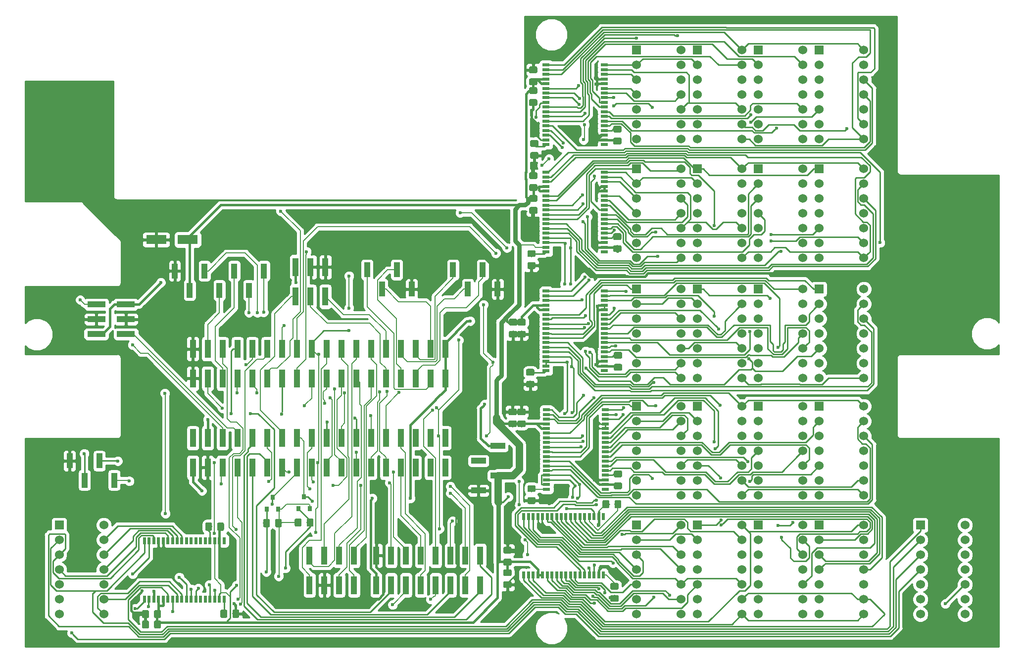
<source format=gbl>
G04 #@! TF.GenerationSoftware,KiCad,Pcbnew,(5.0.0)*
G04 #@! TF.CreationDate,2018-10-07T15:25:32-07:00*
G04 #@! TF.ProjectId,UFC,5546432E6B696361645F706362000000,A*
G04 #@! TF.SameCoordinates,Original*
G04 #@! TF.FileFunction,Copper,L2,Bot,Signal*
G04 #@! TF.FilePolarity,Positive*
%FSLAX46Y46*%
G04 Gerber Fmt 4.6, Leading zero omitted, Abs format (unit mm)*
G04 Created by KiCad (PCBNEW (5.0.0)) date 10/07/18 15:25:32*
%MOMM*%
%LPD*%
G01*
G04 APERTURE LIST*
G04 #@! TA.AperFunction,ComponentPad*
%ADD10R,1.524000X1.524000*%
G04 #@! TD*
G04 #@! TA.AperFunction,ComponentPad*
%ADD11C,1.524000*%
G04 #@! TD*
G04 #@! TA.AperFunction,SMDPad,CuDef*
%ADD12R,1.250000X0.600000*%
G04 #@! TD*
G04 #@! TA.AperFunction,SMDPad,CuDef*
%ADD13R,0.600000X1.250000*%
G04 #@! TD*
G04 #@! TA.AperFunction,SMDPad,CuDef*
%ADD14R,3.500000X1.600000*%
G04 #@! TD*
G04 #@! TA.AperFunction,SMDPad,CuDef*
%ADD15R,0.800000X0.900000*%
G04 #@! TD*
G04 #@! TA.AperFunction,Conductor*
%ADD16C,0.100000*%
G04 #@! TD*
G04 #@! TA.AperFunction,SMDPad,CuDef*
%ADD17C,1.150000*%
G04 #@! TD*
G04 #@! TA.AperFunction,SMDPad,CuDef*
%ADD18R,2.510000X1.000000*%
G04 #@! TD*
G04 #@! TA.AperFunction,SMDPad,CuDef*
%ADD19R,1.000000X2.510000*%
G04 #@! TD*
G04 #@! TA.AperFunction,SMDPad,CuDef*
%ADD20R,3.150000X1.000000*%
G04 #@! TD*
G04 #@! TA.AperFunction,SMDPad,CuDef*
%ADD21R,1.000000X3.150000*%
G04 #@! TD*
G04 #@! TA.AperFunction,ViaPad*
%ADD22C,0.600000*%
G04 #@! TD*
G04 #@! TA.AperFunction,Conductor*
%ADD23C,0.381000*%
G04 #@! TD*
G04 #@! TA.AperFunction,Conductor*
%ADD24C,0.228600*%
G04 #@! TD*
G04 #@! TA.AperFunction,Conductor*
%ADD25C,0.177800*%
G04 #@! TD*
G04 #@! TA.AperFunction,Conductor*
%ADD26C,1.270000*%
G04 #@! TD*
G04 #@! TA.AperFunction,Conductor*
%ADD27C,0.762000*%
G04 #@! TD*
G04 #@! TA.AperFunction,Conductor*
%ADD28C,0.254000*%
G04 #@! TD*
G04 APERTURE END LIST*
D10*
G04 #@! TO.P,DIG0-0,1*
G04 #@! TO.N,/IC0-O15*
X168787000Y-45847000D03*
D11*
G04 #@! TO.P,DIG0-0,2*
G04 #@! TO.N,/IC0-O0*
X168787000Y-48387000D03*
G04 #@! TO.P,DIG0-0,3*
G04 #@! TO.N,/IC0-O2*
X168787000Y-50927000D03*
G04 #@! TO.P,DIG0-0,4*
G04 #@! TO.N,/IC0-O3*
X168787000Y-53467000D03*
G04 #@! TO.P,DIG0-0,5*
G04 #@! TO.N,/IC0-O14*
X168787000Y-56007000D03*
G04 #@! TO.P,DIG0-0,6*
G04 #@! TO.N,Net-(DIG0-0-Pad6)*
X168787000Y-58547000D03*
G04 #@! TO.P,DIG0-0,7*
G04 #@! TO.N,Net-(DIG0-0-Pad7)*
X168787000Y-61087000D03*
G04 #@! TO.P,DIG0-0,8*
G04 #@! TO.N,/IC0-O16*
X176407000Y-45847000D03*
G04 #@! TO.P,DIG0-0,9*
G04 #@! TO.N,/IC0-O6*
X176407000Y-48387000D03*
G04 #@! TO.P,DIG0-0,10*
G04 #@! TO.N,/IC0-O5*
X176407000Y-50927000D03*
G04 #@! TO.P,DIG0-0,11*
G04 #@! TO.N,/IC0-O4*
X176407000Y-53467000D03*
G04 #@! TO.P,DIG0-0,12*
G04 #@! TO.N,/IC0-O1*
X176407000Y-56007000D03*
G04 #@! TO.P,DIG0-0,13*
G04 #@! TO.N,/IC0-O18*
X176407000Y-58547000D03*
G04 #@! TO.P,DIG0-0,14*
G04 #@! TO.N,/IC0-O17*
X176407000Y-61087000D03*
G04 #@! TD*
D10*
G04 #@! TO.P,DIG0-1,1*
G04 #@! TO.N,/IC0-O20*
X179201000Y-45847000D03*
D11*
G04 #@! TO.P,DIG0-1,2*
G04 #@! TO.N,/IC0-O0*
X179201000Y-48387000D03*
G04 #@! TO.P,DIG0-1,3*
G04 #@! TO.N,/IC0-O2*
X179201000Y-50927000D03*
G04 #@! TO.P,DIG0-1,4*
G04 #@! TO.N,/IC0-O3*
X179201000Y-53467000D03*
G04 #@! TO.P,DIG0-1,5*
G04 #@! TO.N,/IC0-O19*
X179201000Y-56007000D03*
G04 #@! TO.P,DIG0-1,6*
G04 #@! TO.N,Net-(DIG0-1-Pad6)*
X179201000Y-58547000D03*
G04 #@! TO.P,DIG0-1,7*
G04 #@! TO.N,Net-(DIG0-1-Pad7)*
X179201000Y-61087000D03*
G04 #@! TO.P,DIG0-1,8*
G04 #@! TO.N,/IC0-O21*
X186821000Y-45847000D03*
G04 #@! TO.P,DIG0-1,9*
G04 #@! TO.N,/IC0-O6*
X186821000Y-48387000D03*
G04 #@! TO.P,DIG0-1,10*
G04 #@! TO.N,/IC0-O5*
X186821000Y-50927000D03*
G04 #@! TO.P,DIG0-1,11*
G04 #@! TO.N,/IC0-O4*
X186821000Y-53467000D03*
G04 #@! TO.P,DIG0-1,12*
G04 #@! TO.N,/IC0-O1*
X186821000Y-56007000D03*
G04 #@! TO.P,DIG0-1,13*
G04 #@! TO.N,/IC0-O23*
X186821000Y-58547000D03*
G04 #@! TO.P,DIG0-1,14*
G04 #@! TO.N,/IC0-O22*
X186821000Y-61087000D03*
G04 #@! TD*
D10*
G04 #@! TO.P,DIG0-2,1*
G04 #@! TO.N,/IC0-O15*
X189615000Y-45847000D03*
D11*
G04 #@! TO.P,DIG0-2,2*
G04 #@! TO.N,/IC0-O7*
X189615000Y-48387000D03*
G04 #@! TO.P,DIG0-2,3*
G04 #@! TO.N,/IC0-O9*
X189615000Y-50927000D03*
G04 #@! TO.P,DIG0-2,4*
G04 #@! TO.N,/IC0-O10*
X189615000Y-53467000D03*
G04 #@! TO.P,DIG0-2,5*
G04 #@! TO.N,/IC0-O14*
X189615000Y-56007000D03*
G04 #@! TO.P,DIG0-2,6*
G04 #@! TO.N,Net-(DIG0-2-Pad6)*
X189615000Y-58547000D03*
G04 #@! TO.P,DIG0-2,7*
G04 #@! TO.N,Net-(DIG0-2-Pad7)*
X189615000Y-61087000D03*
G04 #@! TO.P,DIG0-2,8*
G04 #@! TO.N,/IC0-O16*
X197235000Y-45847000D03*
G04 #@! TO.P,DIG0-2,9*
G04 #@! TO.N,/IC0-O13*
X197235000Y-48387000D03*
G04 #@! TO.P,DIG0-2,10*
G04 #@! TO.N,/IC0-O12*
X197235000Y-50927000D03*
G04 #@! TO.P,DIG0-2,11*
G04 #@! TO.N,/IC0-O11*
X197235000Y-53467000D03*
G04 #@! TO.P,DIG0-2,12*
G04 #@! TO.N,/IC0-O8*
X197235000Y-56007000D03*
G04 #@! TO.P,DIG0-2,13*
G04 #@! TO.N,/IC0-O18*
X197235000Y-58547000D03*
G04 #@! TO.P,DIG0-2,14*
G04 #@! TO.N,/IC0-O17*
X197235000Y-61087000D03*
G04 #@! TD*
D10*
G04 #@! TO.P,DIG0-3,1*
G04 #@! TO.N,/IC0-O20*
X200029000Y-45847000D03*
D11*
G04 #@! TO.P,DIG0-3,2*
G04 #@! TO.N,/IC0-O7*
X200029000Y-48387000D03*
G04 #@! TO.P,DIG0-3,3*
G04 #@! TO.N,/IC0-O9*
X200029000Y-50927000D03*
G04 #@! TO.P,DIG0-3,4*
G04 #@! TO.N,/IC0-O10*
X200029000Y-53467000D03*
G04 #@! TO.P,DIG0-3,5*
G04 #@! TO.N,/IC0-O19*
X200029000Y-56007000D03*
G04 #@! TO.P,DIG0-3,6*
G04 #@! TO.N,Net-(DIG0-3-Pad6)*
X200029000Y-58547000D03*
G04 #@! TO.P,DIG0-3,7*
G04 #@! TO.N,Net-(DIG0-3-Pad7)*
X200029000Y-61087000D03*
G04 #@! TO.P,DIG0-3,8*
G04 #@! TO.N,/IC0-O21*
X207649000Y-45847000D03*
G04 #@! TO.P,DIG0-3,9*
G04 #@! TO.N,/IC0-O13*
X207649000Y-48387000D03*
G04 #@! TO.P,DIG0-3,10*
G04 #@! TO.N,/IC0-O12*
X207649000Y-50927000D03*
G04 #@! TO.P,DIG0-3,11*
G04 #@! TO.N,/IC0-O11*
X207649000Y-53467000D03*
G04 #@! TO.P,DIG0-3,12*
G04 #@! TO.N,/IC0-O8*
X207649000Y-56007000D03*
G04 #@! TO.P,DIG0-3,13*
G04 #@! TO.N,/IC0-O23*
X207649000Y-58547000D03*
G04 #@! TO.P,DIG0-3,14*
G04 #@! TO.N,/IC0-O22*
X207649000Y-61087000D03*
G04 #@! TD*
D10*
G04 #@! TO.P,DIG1-0,1*
G04 #@! TO.N,/IC1-O15*
X168787000Y-66167000D03*
D11*
G04 #@! TO.P,DIG1-0,2*
G04 #@! TO.N,/IC1-O0*
X168787000Y-68707000D03*
G04 #@! TO.P,DIG1-0,3*
G04 #@! TO.N,/IC1-O2*
X168787000Y-71247000D03*
G04 #@! TO.P,DIG1-0,4*
G04 #@! TO.N,/IC1-O3*
X168787000Y-73787000D03*
G04 #@! TO.P,DIG1-0,5*
G04 #@! TO.N,/IC1-O14*
X168787000Y-76327000D03*
G04 #@! TO.P,DIG1-0,6*
G04 #@! TO.N,Net-(DIG1-0-Pad6)*
X168787000Y-78867000D03*
G04 #@! TO.P,DIG1-0,7*
G04 #@! TO.N,Net-(DIG1-0-Pad7)*
X168787000Y-81407000D03*
G04 #@! TO.P,DIG1-0,8*
G04 #@! TO.N,/IC1-O16*
X176407000Y-66167000D03*
G04 #@! TO.P,DIG1-0,9*
G04 #@! TO.N,/IC1-O6*
X176407000Y-68707000D03*
G04 #@! TO.P,DIG1-0,10*
G04 #@! TO.N,/IC1-O5*
X176407000Y-71247000D03*
G04 #@! TO.P,DIG1-0,11*
G04 #@! TO.N,/IC1-O4*
X176407000Y-73787000D03*
G04 #@! TO.P,DIG1-0,12*
G04 #@! TO.N,/IC1-O1*
X176407000Y-76327000D03*
G04 #@! TO.P,DIG1-0,13*
G04 #@! TO.N,/IC1-O18*
X176407000Y-78867000D03*
G04 #@! TO.P,DIG1-0,14*
G04 #@! TO.N,/IC1-O17*
X176407000Y-81407000D03*
G04 #@! TD*
D10*
G04 #@! TO.P,DIG1-1,1*
G04 #@! TO.N,/IC1-O20*
X179201000Y-66167000D03*
D11*
G04 #@! TO.P,DIG1-1,2*
G04 #@! TO.N,/IC1-O0*
X179201000Y-68707000D03*
G04 #@! TO.P,DIG1-1,3*
G04 #@! TO.N,/IC1-O2*
X179201000Y-71247000D03*
G04 #@! TO.P,DIG1-1,4*
G04 #@! TO.N,/IC1-O3*
X179201000Y-73787000D03*
G04 #@! TO.P,DIG1-1,5*
G04 #@! TO.N,/IC1-O19*
X179201000Y-76327000D03*
G04 #@! TO.P,DIG1-1,6*
G04 #@! TO.N,Net-(DIG1-1-Pad6)*
X179201000Y-78867000D03*
G04 #@! TO.P,DIG1-1,7*
G04 #@! TO.N,Net-(DIG1-1-Pad7)*
X179201000Y-81407000D03*
G04 #@! TO.P,DIG1-1,8*
G04 #@! TO.N,/IC1-O21*
X186821000Y-66167000D03*
G04 #@! TO.P,DIG1-1,9*
G04 #@! TO.N,/IC1-O6*
X186821000Y-68707000D03*
G04 #@! TO.P,DIG1-1,10*
G04 #@! TO.N,/IC1-O5*
X186821000Y-71247000D03*
G04 #@! TO.P,DIG1-1,11*
G04 #@! TO.N,/IC1-O4*
X186821000Y-73787000D03*
G04 #@! TO.P,DIG1-1,12*
G04 #@! TO.N,/IC1-O1*
X186821000Y-76327000D03*
G04 #@! TO.P,DIG1-1,13*
G04 #@! TO.N,/IC1-O23*
X186821000Y-78867000D03*
G04 #@! TO.P,DIG1-1,14*
G04 #@! TO.N,/IC1-O22*
X186821000Y-81407000D03*
G04 #@! TD*
D10*
G04 #@! TO.P,DIG1-2,1*
G04 #@! TO.N,/IC1-O15*
X189615000Y-66167000D03*
D11*
G04 #@! TO.P,DIG1-2,2*
G04 #@! TO.N,/IC1-O7*
X189615000Y-68707000D03*
G04 #@! TO.P,DIG1-2,3*
G04 #@! TO.N,/IC1-O9*
X189615000Y-71247000D03*
G04 #@! TO.P,DIG1-2,4*
G04 #@! TO.N,/IC1-O10*
X189615000Y-73787000D03*
G04 #@! TO.P,DIG1-2,5*
G04 #@! TO.N,/IC1-O14*
X189615000Y-76327000D03*
G04 #@! TO.P,DIG1-2,6*
G04 #@! TO.N,Net-(DIG1-2-Pad6)*
X189615000Y-78867000D03*
G04 #@! TO.P,DIG1-2,7*
G04 #@! TO.N,Net-(DIG1-2-Pad7)*
X189615000Y-81407000D03*
G04 #@! TO.P,DIG1-2,8*
G04 #@! TO.N,/IC1-O16*
X197235000Y-66167000D03*
G04 #@! TO.P,DIG1-2,9*
G04 #@! TO.N,/IC1-O13*
X197235000Y-68707000D03*
G04 #@! TO.P,DIG1-2,10*
G04 #@! TO.N,/IC1-O12*
X197235000Y-71247000D03*
G04 #@! TO.P,DIG1-2,11*
G04 #@! TO.N,/IC1-O11*
X197235000Y-73787000D03*
G04 #@! TO.P,DIG1-2,12*
G04 #@! TO.N,/IC1-O8*
X197235000Y-76327000D03*
G04 #@! TO.P,DIG1-2,13*
G04 #@! TO.N,/IC1-O18*
X197235000Y-78867000D03*
G04 #@! TO.P,DIG1-2,14*
G04 #@! TO.N,/IC1-O17*
X197235000Y-81407000D03*
G04 #@! TD*
D10*
G04 #@! TO.P,DIG1-3,1*
G04 #@! TO.N,/IC1-O20*
X200029000Y-66167000D03*
D11*
G04 #@! TO.P,DIG1-3,2*
G04 #@! TO.N,/IC1-O7*
X200029000Y-68707000D03*
G04 #@! TO.P,DIG1-3,3*
G04 #@! TO.N,/IC1-O9*
X200029000Y-71247000D03*
G04 #@! TO.P,DIG1-3,4*
G04 #@! TO.N,/IC1-O10*
X200029000Y-73787000D03*
G04 #@! TO.P,DIG1-3,5*
G04 #@! TO.N,/IC1-O19*
X200029000Y-76327000D03*
G04 #@! TO.P,DIG1-3,6*
G04 #@! TO.N,Net-(DIG1-3-Pad6)*
X200029000Y-78867000D03*
G04 #@! TO.P,DIG1-3,7*
G04 #@! TO.N,Net-(DIG1-3-Pad7)*
X200029000Y-81407000D03*
G04 #@! TO.P,DIG1-3,8*
G04 #@! TO.N,/IC1-O21*
X207649000Y-66167000D03*
G04 #@! TO.P,DIG1-3,9*
G04 #@! TO.N,/IC1-O13*
X207649000Y-68707000D03*
G04 #@! TO.P,DIG1-3,10*
G04 #@! TO.N,/IC1-O12*
X207649000Y-71247000D03*
G04 #@! TO.P,DIG1-3,11*
G04 #@! TO.N,/IC1-O11*
X207649000Y-73787000D03*
G04 #@! TO.P,DIG1-3,12*
G04 #@! TO.N,/IC1-O8*
X207649000Y-76327000D03*
G04 #@! TO.P,DIG1-3,13*
G04 #@! TO.N,/IC1-O23*
X207649000Y-78867000D03*
G04 #@! TO.P,DIG1-3,14*
G04 #@! TO.N,/IC1-O22*
X207649000Y-81407000D03*
G04 #@! TD*
D10*
G04 #@! TO.P,DIG2-0,1*
G04 #@! TO.N,/IC2-O15*
X168787000Y-86741000D03*
D11*
G04 #@! TO.P,DIG2-0,2*
G04 #@! TO.N,/IC2-O0*
X168787000Y-89281000D03*
G04 #@! TO.P,DIG2-0,3*
G04 #@! TO.N,/IC2-O2*
X168787000Y-91821000D03*
G04 #@! TO.P,DIG2-0,4*
G04 #@! TO.N,/IC2-O3*
X168787000Y-94361000D03*
G04 #@! TO.P,DIG2-0,5*
G04 #@! TO.N,/IC2-O14*
X168787000Y-96901000D03*
G04 #@! TO.P,DIG2-0,6*
G04 #@! TO.N,Net-(DIG2-0-Pad6)*
X168787000Y-99441000D03*
G04 #@! TO.P,DIG2-0,7*
G04 #@! TO.N,Net-(DIG2-0-Pad7)*
X168787000Y-101981000D03*
G04 #@! TO.P,DIG2-0,8*
G04 #@! TO.N,/IC2-O16*
X176407000Y-86741000D03*
G04 #@! TO.P,DIG2-0,9*
G04 #@! TO.N,/IC2-O6*
X176407000Y-89281000D03*
G04 #@! TO.P,DIG2-0,10*
G04 #@! TO.N,/IC2-O5*
X176407000Y-91821000D03*
G04 #@! TO.P,DIG2-0,11*
G04 #@! TO.N,/IC2-O4*
X176407000Y-94361000D03*
G04 #@! TO.P,DIG2-0,12*
G04 #@! TO.N,/IC2-O1*
X176407000Y-96901000D03*
G04 #@! TO.P,DIG2-0,13*
G04 #@! TO.N,/IC2-O18*
X176407000Y-99441000D03*
G04 #@! TO.P,DIG2-0,14*
G04 #@! TO.N,/IC2-O17*
X176407000Y-101981000D03*
G04 #@! TD*
D10*
G04 #@! TO.P,DIG2-1,1*
G04 #@! TO.N,/IC2-O20*
X179201000Y-86741000D03*
D11*
G04 #@! TO.P,DIG2-1,2*
G04 #@! TO.N,/IC2-O0*
X179201000Y-89281000D03*
G04 #@! TO.P,DIG2-1,3*
G04 #@! TO.N,/IC2-O2*
X179201000Y-91821000D03*
G04 #@! TO.P,DIG2-1,4*
G04 #@! TO.N,/IC2-O3*
X179201000Y-94361000D03*
G04 #@! TO.P,DIG2-1,5*
G04 #@! TO.N,/IC2-O19*
X179201000Y-96901000D03*
G04 #@! TO.P,DIG2-1,6*
G04 #@! TO.N,Net-(DIG2-1-Pad6)*
X179201000Y-99441000D03*
G04 #@! TO.P,DIG2-1,7*
G04 #@! TO.N,Net-(DIG2-1-Pad7)*
X179201000Y-101981000D03*
G04 #@! TO.P,DIG2-1,8*
G04 #@! TO.N,/IC2-O21*
X186821000Y-86741000D03*
G04 #@! TO.P,DIG2-1,9*
G04 #@! TO.N,/IC2-O6*
X186821000Y-89281000D03*
G04 #@! TO.P,DIG2-1,10*
G04 #@! TO.N,/IC2-O5*
X186821000Y-91821000D03*
G04 #@! TO.P,DIG2-1,11*
G04 #@! TO.N,/IC2-O4*
X186821000Y-94361000D03*
G04 #@! TO.P,DIG2-1,12*
G04 #@! TO.N,/IC2-O1*
X186821000Y-96901000D03*
G04 #@! TO.P,DIG2-1,13*
G04 #@! TO.N,/IC2-O23*
X186821000Y-99441000D03*
G04 #@! TO.P,DIG2-1,14*
G04 #@! TO.N,/IC2-O22*
X186821000Y-101981000D03*
G04 #@! TD*
D10*
G04 #@! TO.P,DIG2-2,1*
G04 #@! TO.N,/IC2-O15*
X189615000Y-86741000D03*
D11*
G04 #@! TO.P,DIG2-2,2*
G04 #@! TO.N,/IC2-O7*
X189615000Y-89281000D03*
G04 #@! TO.P,DIG2-2,3*
G04 #@! TO.N,/IC2-O9*
X189615000Y-91821000D03*
G04 #@! TO.P,DIG2-2,4*
G04 #@! TO.N,/IC2-O10*
X189615000Y-94361000D03*
G04 #@! TO.P,DIG2-2,5*
G04 #@! TO.N,/IC2-O14*
X189615000Y-96901000D03*
G04 #@! TO.P,DIG2-2,6*
G04 #@! TO.N,Net-(DIG2-2-Pad6)*
X189615000Y-99441000D03*
G04 #@! TO.P,DIG2-2,7*
G04 #@! TO.N,Net-(DIG2-2-Pad7)*
X189615000Y-101981000D03*
G04 #@! TO.P,DIG2-2,8*
G04 #@! TO.N,/IC2-O16*
X197235000Y-86741000D03*
G04 #@! TO.P,DIG2-2,9*
G04 #@! TO.N,/IC2-O13*
X197235000Y-89281000D03*
G04 #@! TO.P,DIG2-2,10*
G04 #@! TO.N,/IC2-O12*
X197235000Y-91821000D03*
G04 #@! TO.P,DIG2-2,11*
G04 #@! TO.N,/IC2-O11*
X197235000Y-94361000D03*
G04 #@! TO.P,DIG2-2,12*
G04 #@! TO.N,/IC2-O8*
X197235000Y-96901000D03*
G04 #@! TO.P,DIG2-2,13*
G04 #@! TO.N,/IC2-O18*
X197235000Y-99441000D03*
G04 #@! TO.P,DIG2-2,14*
G04 #@! TO.N,/IC2-O17*
X197235000Y-101981000D03*
G04 #@! TD*
D10*
G04 #@! TO.P,DIG2-3,1*
G04 #@! TO.N,/IC2-O20*
X200029000Y-86741000D03*
D11*
G04 #@! TO.P,DIG2-3,2*
G04 #@! TO.N,/IC2-O7*
X200029000Y-89281000D03*
G04 #@! TO.P,DIG2-3,3*
G04 #@! TO.N,/IC2-O9*
X200029000Y-91821000D03*
G04 #@! TO.P,DIG2-3,4*
G04 #@! TO.N,/IC2-O10*
X200029000Y-94361000D03*
G04 #@! TO.P,DIG2-3,5*
G04 #@! TO.N,/IC2-O19*
X200029000Y-96901000D03*
G04 #@! TO.P,DIG2-3,6*
G04 #@! TO.N,Net-(DIG2-3-Pad6)*
X200029000Y-99441000D03*
G04 #@! TO.P,DIG2-3,7*
G04 #@! TO.N,Net-(DIG2-3-Pad7)*
X200029000Y-101981000D03*
G04 #@! TO.P,DIG2-3,8*
G04 #@! TO.N,/IC2-O21*
X207649000Y-86741000D03*
G04 #@! TO.P,DIG2-3,9*
G04 #@! TO.N,/IC2-O13*
X207649000Y-89281000D03*
G04 #@! TO.P,DIG2-3,10*
G04 #@! TO.N,/IC2-O12*
X207649000Y-91821000D03*
G04 #@! TO.P,DIG2-3,11*
G04 #@! TO.N,/IC2-O11*
X207649000Y-94361000D03*
G04 #@! TO.P,DIG2-3,12*
G04 #@! TO.N,/IC2-O8*
X207649000Y-96901000D03*
G04 #@! TO.P,DIG2-3,13*
G04 #@! TO.N,/IC2-O23*
X207649000Y-99441000D03*
G04 #@! TO.P,DIG2-3,14*
G04 #@! TO.N,/IC2-O22*
X207649000Y-101981000D03*
G04 #@! TD*
D10*
G04 #@! TO.P,DIG3-0,1*
G04 #@! TO.N,/IC3-O15*
X168787000Y-106807000D03*
D11*
G04 #@! TO.P,DIG3-0,2*
G04 #@! TO.N,/IC3-O0*
X168787000Y-109347000D03*
G04 #@! TO.P,DIG3-0,3*
G04 #@! TO.N,/IC3-O2*
X168787000Y-111887000D03*
G04 #@! TO.P,DIG3-0,4*
G04 #@! TO.N,/IC3-O3*
X168787000Y-114427000D03*
G04 #@! TO.P,DIG3-0,5*
G04 #@! TO.N,/IC3-O14*
X168787000Y-116967000D03*
G04 #@! TO.P,DIG3-0,6*
G04 #@! TO.N,Net-(DIG3-0-Pad6)*
X168787000Y-119507000D03*
G04 #@! TO.P,DIG3-0,7*
G04 #@! TO.N,Net-(DIG3-0-Pad7)*
X168787000Y-122047000D03*
G04 #@! TO.P,DIG3-0,8*
G04 #@! TO.N,/IC3-O16*
X176407000Y-106807000D03*
G04 #@! TO.P,DIG3-0,9*
G04 #@! TO.N,/IC3-O6*
X176407000Y-109347000D03*
G04 #@! TO.P,DIG3-0,10*
G04 #@! TO.N,/IC3-O5*
X176407000Y-111887000D03*
G04 #@! TO.P,DIG3-0,11*
G04 #@! TO.N,/IC3-O4*
X176407000Y-114427000D03*
G04 #@! TO.P,DIG3-0,12*
G04 #@! TO.N,/IC3-O1*
X176407000Y-116967000D03*
G04 #@! TO.P,DIG3-0,13*
G04 #@! TO.N,/IC3-O18*
X176407000Y-119507000D03*
G04 #@! TO.P,DIG3-0,14*
G04 #@! TO.N,/IC3-O17*
X176407000Y-122047000D03*
G04 #@! TD*
D10*
G04 #@! TO.P,DIG3-1,1*
G04 #@! TO.N,/IC3-O20*
X179201000Y-106807000D03*
D11*
G04 #@! TO.P,DIG3-1,2*
G04 #@! TO.N,/IC3-O0*
X179201000Y-109347000D03*
G04 #@! TO.P,DIG3-1,3*
G04 #@! TO.N,/IC3-O2*
X179201000Y-111887000D03*
G04 #@! TO.P,DIG3-1,4*
G04 #@! TO.N,/IC3-O3*
X179201000Y-114427000D03*
G04 #@! TO.P,DIG3-1,5*
G04 #@! TO.N,/IC3-O19*
X179201000Y-116967000D03*
G04 #@! TO.P,DIG3-1,6*
G04 #@! TO.N,Net-(DIG3-1-Pad6)*
X179201000Y-119507000D03*
G04 #@! TO.P,DIG3-1,7*
G04 #@! TO.N,Net-(DIG3-1-Pad7)*
X179201000Y-122047000D03*
G04 #@! TO.P,DIG3-1,8*
G04 #@! TO.N,/IC3-O21*
X186821000Y-106807000D03*
G04 #@! TO.P,DIG3-1,9*
G04 #@! TO.N,/IC3-O6*
X186821000Y-109347000D03*
G04 #@! TO.P,DIG3-1,10*
G04 #@! TO.N,/IC3-O5*
X186821000Y-111887000D03*
G04 #@! TO.P,DIG3-1,11*
G04 #@! TO.N,/IC3-O4*
X186821000Y-114427000D03*
G04 #@! TO.P,DIG3-1,12*
G04 #@! TO.N,/IC3-O1*
X186821000Y-116967000D03*
G04 #@! TO.P,DIG3-1,13*
G04 #@! TO.N,/IC3-O23*
X186821000Y-119507000D03*
G04 #@! TO.P,DIG3-1,14*
G04 #@! TO.N,/IC3-O22*
X186821000Y-122047000D03*
G04 #@! TD*
D10*
G04 #@! TO.P,DIG3-2,1*
G04 #@! TO.N,/IC3-O15*
X189615000Y-106807000D03*
D11*
G04 #@! TO.P,DIG3-2,2*
G04 #@! TO.N,/IC3-O7*
X189615000Y-109347000D03*
G04 #@! TO.P,DIG3-2,3*
G04 #@! TO.N,/IC3-O9*
X189615000Y-111887000D03*
G04 #@! TO.P,DIG3-2,4*
G04 #@! TO.N,/IC3-O10*
X189615000Y-114427000D03*
G04 #@! TO.P,DIG3-2,5*
G04 #@! TO.N,/IC3-O14*
X189615000Y-116967000D03*
G04 #@! TO.P,DIG3-2,6*
G04 #@! TO.N,Net-(DIG3-2-Pad6)*
X189615000Y-119507000D03*
G04 #@! TO.P,DIG3-2,7*
G04 #@! TO.N,Net-(DIG3-2-Pad7)*
X189615000Y-122047000D03*
G04 #@! TO.P,DIG3-2,8*
G04 #@! TO.N,/IC3-O16*
X197235000Y-106807000D03*
G04 #@! TO.P,DIG3-2,9*
G04 #@! TO.N,/IC3-O13*
X197235000Y-109347000D03*
G04 #@! TO.P,DIG3-2,10*
G04 #@! TO.N,/IC3-O12*
X197235000Y-111887000D03*
G04 #@! TO.P,DIG3-2,11*
G04 #@! TO.N,/IC3-O11*
X197235000Y-114427000D03*
G04 #@! TO.P,DIG3-2,12*
G04 #@! TO.N,/IC3-O8*
X197235000Y-116967000D03*
G04 #@! TO.P,DIG3-2,13*
G04 #@! TO.N,/IC3-O18*
X197235000Y-119507000D03*
G04 #@! TO.P,DIG3-2,14*
G04 #@! TO.N,/IC3-O17*
X197235000Y-122047000D03*
G04 #@! TD*
D10*
G04 #@! TO.P,DIG3-3,1*
G04 #@! TO.N,/IC3-O20*
X200029000Y-106807000D03*
D11*
G04 #@! TO.P,DIG3-3,2*
G04 #@! TO.N,/IC3-O7*
X200029000Y-109347000D03*
G04 #@! TO.P,DIG3-3,3*
G04 #@! TO.N,/IC3-O9*
X200029000Y-111887000D03*
G04 #@! TO.P,DIG3-3,4*
G04 #@! TO.N,/IC3-O10*
X200029000Y-114427000D03*
G04 #@! TO.P,DIG3-3,5*
G04 #@! TO.N,/IC3-O19*
X200029000Y-116967000D03*
G04 #@! TO.P,DIG3-3,6*
G04 #@! TO.N,Net-(DIG3-3-Pad6)*
X200029000Y-119507000D03*
G04 #@! TO.P,DIG3-3,7*
G04 #@! TO.N,Net-(DIG3-3-Pad7)*
X200029000Y-122047000D03*
G04 #@! TO.P,DIG3-3,8*
G04 #@! TO.N,/IC3-O21*
X207649000Y-106807000D03*
G04 #@! TO.P,DIG3-3,9*
G04 #@! TO.N,/IC3-O13*
X207649000Y-109347000D03*
G04 #@! TO.P,DIG3-3,10*
G04 #@! TO.N,/IC3-O12*
X207649000Y-111887000D03*
G04 #@! TO.P,DIG3-3,11*
G04 #@! TO.N,/IC3-O11*
X207649000Y-114427000D03*
G04 #@! TO.P,DIG3-3,12*
G04 #@! TO.N,/IC3-O8*
X207649000Y-116967000D03*
G04 #@! TO.P,DIG3-3,13*
G04 #@! TO.N,/IC3-O23*
X207649000Y-119507000D03*
G04 #@! TO.P,DIG3-3,14*
G04 #@! TO.N,/IC3-O22*
X207649000Y-122047000D03*
G04 #@! TD*
D10*
G04 #@! TO.P,DIG4-0,1*
G04 #@! TO.N,/IC4-O15*
X168787000Y-127127000D03*
D11*
G04 #@! TO.P,DIG4-0,2*
G04 #@! TO.N,/IC4-O0*
X168787000Y-129667000D03*
G04 #@! TO.P,DIG4-0,3*
G04 #@! TO.N,/IC4-O2*
X168787000Y-132207000D03*
G04 #@! TO.P,DIG4-0,4*
G04 #@! TO.N,/IC4-O3*
X168787000Y-134747000D03*
G04 #@! TO.P,DIG4-0,5*
G04 #@! TO.N,/IC4-O14*
X168787000Y-137287000D03*
G04 #@! TO.P,DIG4-0,6*
G04 #@! TO.N,Net-(DIG4-0-Pad6)*
X168787000Y-139827000D03*
G04 #@! TO.P,DIG4-0,7*
G04 #@! TO.N,Net-(DIG4-0-Pad7)*
X168787000Y-142367000D03*
G04 #@! TO.P,DIG4-0,8*
G04 #@! TO.N,/IC4-O16*
X176407000Y-127127000D03*
G04 #@! TO.P,DIG4-0,9*
G04 #@! TO.N,/IC4-O6*
X176407000Y-129667000D03*
G04 #@! TO.P,DIG4-0,10*
G04 #@! TO.N,/IC4-O5*
X176407000Y-132207000D03*
G04 #@! TO.P,DIG4-0,11*
G04 #@! TO.N,/IC4-O4*
X176407000Y-134747000D03*
G04 #@! TO.P,DIG4-0,12*
G04 #@! TO.N,/IC4-O1*
X176407000Y-137287000D03*
G04 #@! TO.P,DIG4-0,13*
G04 #@! TO.N,/IC4-O18*
X176407000Y-139827000D03*
G04 #@! TO.P,DIG4-0,14*
G04 #@! TO.N,/IC4-O17*
X176407000Y-142367000D03*
G04 #@! TD*
D10*
G04 #@! TO.P,DIG4-1,1*
G04 #@! TO.N,/IC4-O20*
X179201000Y-127127000D03*
D11*
G04 #@! TO.P,DIG4-1,2*
G04 #@! TO.N,/IC4-O0*
X179201000Y-129667000D03*
G04 #@! TO.P,DIG4-1,3*
G04 #@! TO.N,/IC4-O2*
X179201000Y-132207000D03*
G04 #@! TO.P,DIG4-1,4*
G04 #@! TO.N,/IC4-O3*
X179201000Y-134747000D03*
G04 #@! TO.P,DIG4-1,5*
G04 #@! TO.N,/IC4-O19*
X179201000Y-137287000D03*
G04 #@! TO.P,DIG4-1,6*
G04 #@! TO.N,Net-(DIG4-1-Pad6)*
X179201000Y-139827000D03*
G04 #@! TO.P,DIG4-1,7*
G04 #@! TO.N,Net-(DIG4-1-Pad7)*
X179201000Y-142367000D03*
G04 #@! TO.P,DIG4-1,8*
G04 #@! TO.N,/IC4-O21*
X186821000Y-127127000D03*
G04 #@! TO.P,DIG4-1,9*
G04 #@! TO.N,/IC4-O6*
X186821000Y-129667000D03*
G04 #@! TO.P,DIG4-1,10*
G04 #@! TO.N,/IC4-O5*
X186821000Y-132207000D03*
G04 #@! TO.P,DIG4-1,11*
G04 #@! TO.N,/IC4-O4*
X186821000Y-134747000D03*
G04 #@! TO.P,DIG4-1,12*
G04 #@! TO.N,/IC4-O1*
X186821000Y-137287000D03*
G04 #@! TO.P,DIG4-1,13*
G04 #@! TO.N,/IC4-O23*
X186821000Y-139827000D03*
G04 #@! TO.P,DIG4-1,14*
G04 #@! TO.N,/IC4-O22*
X186821000Y-142367000D03*
G04 #@! TD*
D10*
G04 #@! TO.P,DIG4-2,1*
G04 #@! TO.N,/IC4-O15*
X189615000Y-127127000D03*
D11*
G04 #@! TO.P,DIG4-2,2*
G04 #@! TO.N,/IC4-O7*
X189615000Y-129667000D03*
G04 #@! TO.P,DIG4-2,3*
G04 #@! TO.N,/IC4-O9*
X189615000Y-132207000D03*
G04 #@! TO.P,DIG4-2,4*
G04 #@! TO.N,/IC4-O10*
X189615000Y-134747000D03*
G04 #@! TO.P,DIG4-2,5*
G04 #@! TO.N,/IC4-O14*
X189615000Y-137287000D03*
G04 #@! TO.P,DIG4-2,6*
G04 #@! TO.N,Net-(DIG4-2-Pad6)*
X189615000Y-139827000D03*
G04 #@! TO.P,DIG4-2,7*
G04 #@! TO.N,Net-(DIG4-2-Pad7)*
X189615000Y-142367000D03*
G04 #@! TO.P,DIG4-2,8*
G04 #@! TO.N,/IC4-O16*
X197235000Y-127127000D03*
G04 #@! TO.P,DIG4-2,9*
G04 #@! TO.N,/IC4-O13*
X197235000Y-129667000D03*
G04 #@! TO.P,DIG4-2,10*
G04 #@! TO.N,/IC4-O12*
X197235000Y-132207000D03*
G04 #@! TO.P,DIG4-2,11*
G04 #@! TO.N,/IC4-O11*
X197235000Y-134747000D03*
G04 #@! TO.P,DIG4-2,12*
G04 #@! TO.N,/IC4-O8*
X197235000Y-137287000D03*
G04 #@! TO.P,DIG4-2,13*
G04 #@! TO.N,/IC4-O18*
X197235000Y-139827000D03*
G04 #@! TO.P,DIG4-2,14*
G04 #@! TO.N,/IC4-O17*
X197235000Y-142367000D03*
G04 #@! TD*
D10*
G04 #@! TO.P,DIG4-3,1*
G04 #@! TO.N,/IC4-O20*
X200029000Y-127127000D03*
D11*
G04 #@! TO.P,DIG4-3,2*
G04 #@! TO.N,/IC4-O7*
X200029000Y-129667000D03*
G04 #@! TO.P,DIG4-3,3*
G04 #@! TO.N,/IC4-O9*
X200029000Y-132207000D03*
G04 #@! TO.P,DIG4-3,4*
G04 #@! TO.N,/IC4-O10*
X200029000Y-134747000D03*
G04 #@! TO.P,DIG4-3,5*
G04 #@! TO.N,/IC4-O19*
X200029000Y-137287000D03*
G04 #@! TO.P,DIG4-3,6*
G04 #@! TO.N,Net-(DIG4-3-Pad6)*
X200029000Y-139827000D03*
G04 #@! TO.P,DIG4-3,7*
G04 #@! TO.N,Net-(DIG4-3-Pad7)*
X200029000Y-142367000D03*
G04 #@! TO.P,DIG4-3,8*
G04 #@! TO.N,/IC4-O21*
X207649000Y-127127000D03*
G04 #@! TO.P,DIG4-3,9*
G04 #@! TO.N,/IC4-O13*
X207649000Y-129667000D03*
G04 #@! TO.P,DIG4-3,10*
G04 #@! TO.N,/IC4-O12*
X207649000Y-132207000D03*
G04 #@! TO.P,DIG4-3,11*
G04 #@! TO.N,/IC4-O11*
X207649000Y-134747000D03*
G04 #@! TO.P,DIG4-3,12*
G04 #@! TO.N,/IC4-O8*
X207649000Y-137287000D03*
G04 #@! TO.P,DIG4-3,13*
G04 #@! TO.N,/IC4-O23*
X207649000Y-139827000D03*
G04 #@! TO.P,DIG4-3,14*
G04 #@! TO.N,/IC4-O22*
X207649000Y-142367000D03*
G04 #@! TD*
D10*
G04 #@! TO.P,DIG5-0,1*
G04 #@! TO.N,/IC5-O15*
X70009000Y-127127000D03*
D11*
G04 #@! TO.P,DIG5-0,2*
G04 #@! TO.N,/IC5-O0*
X70009000Y-129667000D03*
G04 #@! TO.P,DIG5-0,3*
G04 #@! TO.N,/IC5-O2*
X70009000Y-132207000D03*
G04 #@! TO.P,DIG5-0,4*
G04 #@! TO.N,/IC5-O3*
X70009000Y-134747000D03*
G04 #@! TO.P,DIG5-0,5*
G04 #@! TO.N,/IC5-O14*
X70009000Y-137287000D03*
G04 #@! TO.P,DIG5-0,6*
G04 #@! TO.N,Net-(DIG5-0-Pad6)*
X70009000Y-139827000D03*
G04 #@! TO.P,DIG5-0,7*
G04 #@! TO.N,Net-(DIG5-0-Pad7)*
X70009000Y-142367000D03*
G04 #@! TO.P,DIG5-0,8*
G04 #@! TO.N,/IC5-O16*
X77629000Y-127127000D03*
G04 #@! TO.P,DIG5-0,9*
G04 #@! TO.N,/IC5-O6*
X77629000Y-129667000D03*
G04 #@! TO.P,DIG5-0,10*
G04 #@! TO.N,/IC5-O5*
X77629000Y-132207000D03*
G04 #@! TO.P,DIG5-0,11*
G04 #@! TO.N,/IC5-O4*
X77629000Y-134747000D03*
G04 #@! TO.P,DIG5-0,12*
G04 #@! TO.N,/IC5-O1*
X77629000Y-137287000D03*
G04 #@! TO.P,DIG5-0,13*
G04 #@! TO.N,/IC5-O18*
X77629000Y-139827000D03*
G04 #@! TO.P,DIG5-0,14*
G04 #@! TO.N,/IC5-O17*
X77629000Y-142367000D03*
G04 #@! TD*
D10*
G04 #@! TO.P,DIG5-1,1*
G04 #@! TO.N,/IC5-O20*
X217329000Y-127127000D03*
D11*
G04 #@! TO.P,DIG5-1,2*
G04 #@! TO.N,/IC5-O0*
X217329000Y-129667000D03*
G04 #@! TO.P,DIG5-1,3*
G04 #@! TO.N,/IC5-O2*
X217329000Y-132207000D03*
G04 #@! TO.P,DIG5-1,4*
G04 #@! TO.N,/IC5-O3*
X217329000Y-134747000D03*
G04 #@! TO.P,DIG5-1,5*
G04 #@! TO.N,/IC5-O19*
X217329000Y-137287000D03*
G04 #@! TO.P,DIG5-1,6*
G04 #@! TO.N,Net-(DIG5-1-Pad6)*
X217329000Y-139827000D03*
G04 #@! TO.P,DIG5-1,7*
G04 #@! TO.N,Net-(DIG5-1-Pad7)*
X217329000Y-142367000D03*
G04 #@! TO.P,DIG5-1,8*
G04 #@! TO.N,/IC5-O21*
X224949000Y-127127000D03*
G04 #@! TO.P,DIG5-1,9*
G04 #@! TO.N,/IC5-O6*
X224949000Y-129667000D03*
G04 #@! TO.P,DIG5-1,10*
G04 #@! TO.N,/IC5-O5*
X224949000Y-132207000D03*
G04 #@! TO.P,DIG5-1,11*
G04 #@! TO.N,/IC5-O4*
X224949000Y-134747000D03*
G04 #@! TO.P,DIG5-1,12*
G04 #@! TO.N,/IC5-O1*
X224949000Y-137287000D03*
G04 #@! TO.P,DIG5-1,13*
G04 #@! TO.N,/IC5-O23*
X224949000Y-139827000D03*
G04 #@! TO.P,DIG5-1,14*
G04 #@! TO.N,/IC5-O22*
X224949000Y-142367000D03*
G04 #@! TD*
D12*
G04 #@! TO.P,IC0,18*
G04 #@! TO.N,Net-(IC0-Pad18)*
X163299000Y-62001000D03*
G04 #@! TO.P,IC0,17*
G04 #@! TO.N,GND*
X163299000Y-61201000D03*
G04 #@! TO.P,IC0,16*
X163299000Y-60401000D03*
G04 #@! TO.P,IC0,15*
G04 #@! TO.N,Net-(IC0-Pad15)*
X163299000Y-59601000D03*
G04 #@! TO.P,IC0,14*
G04 #@! TO.N,/IC0-O11*
X163299000Y-58801000D03*
G04 #@! TO.P,IC0,13*
G04 #@! TO.N,/IC0-O10*
X163299000Y-58001000D03*
G04 #@! TO.P,IC0,12*
G04 #@! TO.N,/IC0-O9*
X163299000Y-57201000D03*
G04 #@! TO.P,IC0,11*
G04 #@! TO.N,/IC0-O8*
X163299000Y-56401000D03*
G04 #@! TO.P,IC0,10*
G04 #@! TO.N,/IC0-O7*
X163299000Y-55601000D03*
G04 #@! TO.P,IC0,9*
G04 #@! TO.N,/IC0-O6*
X163299000Y-54801000D03*
G04 #@! TO.P,IC0,8*
G04 #@! TO.N,/IC0-O5*
X163299000Y-54001000D03*
G04 #@! TO.P,IC0,7*
G04 #@! TO.N,/IC0-O4*
X163299000Y-53201000D03*
G04 #@! TO.P,IC0,6*
G04 #@! TO.N,/IC0-O3*
X163299000Y-52401000D03*
G04 #@! TO.P,IC0,5*
G04 #@! TO.N,GND*
X163299000Y-51601000D03*
G04 #@! TO.P,IC0,4*
X163299000Y-50801000D03*
G04 #@! TO.P,IC0,3*
G04 #@! TO.N,/IC0-O2*
X163299000Y-50001000D03*
G04 #@! TO.P,IC0,2*
G04 #@! TO.N,/IC0-O1*
X163299000Y-49201000D03*
G04 #@! TO.P,IC0,1*
G04 #@! TO.N,/IC0-O0*
X163299000Y-48401000D03*
X163299000Y-48401000D03*
G04 #@! TO.P,IC0,2*
G04 #@! TO.N,/IC0-O1*
X163299000Y-49201000D03*
G04 #@! TO.P,IC0,3*
G04 #@! TO.N,/IC0-O2*
X163299000Y-50001000D03*
G04 #@! TO.P,IC0,4*
G04 #@! TO.N,GND*
X163299000Y-50801000D03*
G04 #@! TO.P,IC0,5*
X163299000Y-51601000D03*
G04 #@! TO.P,IC0,6*
G04 #@! TO.N,/IC0-O3*
X163299000Y-52401000D03*
G04 #@! TO.P,IC0,7*
G04 #@! TO.N,/IC0-O4*
X163299000Y-53201000D03*
G04 #@! TO.P,IC0,8*
G04 #@! TO.N,/IC0-O5*
X163299000Y-54001000D03*
G04 #@! TO.P,IC0,9*
G04 #@! TO.N,/IC0-O6*
X163299000Y-54801000D03*
G04 #@! TO.P,IC0,10*
G04 #@! TO.N,/IC0-O7*
X163299000Y-55601000D03*
G04 #@! TO.P,IC0,11*
G04 #@! TO.N,/IC0-O8*
X163299000Y-56401000D03*
G04 #@! TO.P,IC0,12*
G04 #@! TO.N,/IC0-O9*
X163299000Y-57201000D03*
G04 #@! TO.P,IC0,13*
G04 #@! TO.N,/IC0-O10*
X163299000Y-58001000D03*
G04 #@! TO.P,IC0,14*
G04 #@! TO.N,/IC0-O11*
X163299000Y-58801000D03*
G04 #@! TO.P,IC0,15*
G04 #@! TO.N,Net-(IC0-Pad15)*
X163299000Y-59601000D03*
G04 #@! TO.P,IC0,16*
G04 #@! TO.N,GND*
X163299000Y-60401000D03*
G04 #@! TO.P,IC0,17*
X163299000Y-61201000D03*
G04 #@! TO.P,IC0,18*
G04 #@! TO.N,Net-(IC0-Pad18)*
X163299000Y-62001000D03*
X163299000Y-62001000D03*
G04 #@! TO.P,IC0,17*
G04 #@! TO.N,GND*
X163299000Y-61201000D03*
G04 #@! TO.P,IC0,16*
X163299000Y-60401000D03*
G04 #@! TO.P,IC0,15*
G04 #@! TO.N,Net-(IC0-Pad15)*
X163299000Y-59601000D03*
G04 #@! TO.P,IC0,14*
G04 #@! TO.N,/IC0-O11*
X163299000Y-58801000D03*
G04 #@! TO.P,IC0,13*
G04 #@! TO.N,/IC0-O10*
X163299000Y-58001000D03*
G04 #@! TO.P,IC0,12*
G04 #@! TO.N,/IC0-O9*
X163299000Y-57201000D03*
G04 #@! TO.P,IC0,11*
G04 #@! TO.N,/IC0-O8*
X163299000Y-56401000D03*
G04 #@! TO.P,IC0,10*
G04 #@! TO.N,/IC0-O7*
X163299000Y-55601000D03*
G04 #@! TO.P,IC0,9*
G04 #@! TO.N,/IC0-O6*
X163299000Y-54801000D03*
G04 #@! TO.P,IC0,8*
G04 #@! TO.N,/IC0-O5*
X163299000Y-54001000D03*
G04 #@! TO.P,IC0,7*
G04 #@! TO.N,/IC0-O4*
X163299000Y-53201000D03*
G04 #@! TO.P,IC0,6*
G04 #@! TO.N,/IC0-O3*
X163299000Y-52401000D03*
G04 #@! TO.P,IC0,5*
G04 #@! TO.N,GND*
X163299000Y-51601000D03*
G04 #@! TO.P,IC0,4*
X163299000Y-50801000D03*
G04 #@! TO.P,IC0,3*
G04 #@! TO.N,/IC0-O2*
X163299000Y-50001000D03*
G04 #@! TO.P,IC0,2*
G04 #@! TO.N,/IC0-O1*
X163299000Y-49201000D03*
G04 #@! TO.P,IC0,1*
G04 #@! TO.N,/IC0-O0*
X163299000Y-48401000D03*
X163299000Y-48401000D03*
G04 #@! TO.P,IC0,2*
G04 #@! TO.N,/IC0-O1*
X163299000Y-49201000D03*
G04 #@! TO.P,IC0,3*
G04 #@! TO.N,/IC0-O2*
X163299000Y-50001000D03*
G04 #@! TO.P,IC0,4*
G04 #@! TO.N,GND*
X163299000Y-50801000D03*
G04 #@! TO.P,IC0,5*
X163299000Y-51601000D03*
G04 #@! TO.P,IC0,6*
G04 #@! TO.N,/IC0-O3*
X163299000Y-52401000D03*
G04 #@! TO.P,IC0,7*
G04 #@! TO.N,/IC0-O4*
X163299000Y-53201000D03*
G04 #@! TO.P,IC0,8*
G04 #@! TO.N,/IC0-O5*
X163299000Y-54001000D03*
G04 #@! TO.P,IC0,9*
G04 #@! TO.N,/IC0-O6*
X163299000Y-54801000D03*
G04 #@! TO.P,IC0,10*
G04 #@! TO.N,/IC0-O7*
X163299000Y-55601000D03*
G04 #@! TO.P,IC0,11*
G04 #@! TO.N,/IC0-O8*
X163299000Y-56401000D03*
G04 #@! TO.P,IC0,12*
G04 #@! TO.N,/IC0-O9*
X163299000Y-57201000D03*
G04 #@! TO.P,IC0,13*
G04 #@! TO.N,/IC0-O10*
X163299000Y-58001000D03*
G04 #@! TO.P,IC0,14*
G04 #@! TO.N,/IC0-O11*
X163299000Y-58801000D03*
G04 #@! TO.P,IC0,15*
G04 #@! TO.N,Net-(IC0-Pad15)*
X163299000Y-59601000D03*
G04 #@! TO.P,IC0,16*
G04 #@! TO.N,GND*
X163299000Y-60401000D03*
G04 #@! TO.P,IC0,17*
X163299000Y-61201000D03*
G04 #@! TO.P,IC0,18*
G04 #@! TO.N,Net-(IC0-Pad18)*
X163299000Y-62001000D03*
X163299000Y-62001000D03*
G04 #@! TO.P,IC0,17*
G04 #@! TO.N,GND*
X163299000Y-61201000D03*
G04 #@! TO.P,IC0,16*
X163299000Y-60401000D03*
G04 #@! TO.P,IC0,15*
G04 #@! TO.N,Net-(IC0-Pad15)*
X163299000Y-59601000D03*
G04 #@! TO.P,IC0,14*
G04 #@! TO.N,/IC0-O11*
X163299000Y-58801000D03*
G04 #@! TO.P,IC0,13*
G04 #@! TO.N,/IC0-O10*
X163299000Y-58001000D03*
G04 #@! TO.P,IC0,12*
G04 #@! TO.N,/IC0-O9*
X163299000Y-57201000D03*
G04 #@! TO.P,IC0,11*
G04 #@! TO.N,/IC0-O8*
X163299000Y-56401000D03*
G04 #@! TO.P,IC0,10*
G04 #@! TO.N,/IC0-O7*
X163299000Y-55601000D03*
G04 #@! TO.P,IC0,9*
G04 #@! TO.N,/IC0-O6*
X163299000Y-54801000D03*
G04 #@! TO.P,IC0,8*
G04 #@! TO.N,/IC0-O5*
X163299000Y-54001000D03*
G04 #@! TO.P,IC0,7*
G04 #@! TO.N,/IC0-O4*
X163299000Y-53201000D03*
G04 #@! TO.P,IC0,6*
G04 #@! TO.N,/IC0-O3*
X163299000Y-52401000D03*
G04 #@! TO.P,IC0,5*
G04 #@! TO.N,GND*
X163299000Y-51601000D03*
G04 #@! TO.P,IC0,4*
X163299000Y-50801000D03*
G04 #@! TO.P,IC0,3*
G04 #@! TO.N,/IC0-O2*
X163299000Y-50001000D03*
G04 #@! TO.P,IC0,2*
G04 #@! TO.N,/IC0-O1*
X163299000Y-49201000D03*
G04 #@! TO.P,IC0,1*
G04 #@! TO.N,/IC0-O0*
X163299000Y-48401000D03*
X163299000Y-48401000D03*
G04 #@! TO.P,IC0,2*
G04 #@! TO.N,/IC0-O1*
X163299000Y-49201000D03*
G04 #@! TO.P,IC0,3*
G04 #@! TO.N,/IC0-O2*
X163299000Y-50001000D03*
G04 #@! TO.P,IC0,4*
G04 #@! TO.N,GND*
X163299000Y-50801000D03*
G04 #@! TO.P,IC0,5*
X163299000Y-51601000D03*
G04 #@! TO.P,IC0,6*
G04 #@! TO.N,/IC0-O3*
X163299000Y-52401000D03*
G04 #@! TO.P,IC0,7*
G04 #@! TO.N,/IC0-O4*
X163299000Y-53201000D03*
G04 #@! TO.P,IC0,8*
G04 #@! TO.N,/IC0-O5*
X163299000Y-54001000D03*
G04 #@! TO.P,IC0,9*
G04 #@! TO.N,/IC0-O6*
X163299000Y-54801000D03*
G04 #@! TO.P,IC0,10*
G04 #@! TO.N,/IC0-O7*
X163299000Y-55601000D03*
G04 #@! TO.P,IC0,11*
G04 #@! TO.N,/IC0-O8*
X163299000Y-56401000D03*
G04 #@! TO.P,IC0,12*
G04 #@! TO.N,/IC0-O9*
X163299000Y-57201000D03*
G04 #@! TO.P,IC0,13*
G04 #@! TO.N,/IC0-O10*
X163299000Y-58001000D03*
G04 #@! TO.P,IC0,14*
G04 #@! TO.N,/IC0-O11*
X163299000Y-58801000D03*
G04 #@! TO.P,IC0,15*
G04 #@! TO.N,Net-(IC0-Pad15)*
X163299000Y-59601000D03*
G04 #@! TO.P,IC0,16*
G04 #@! TO.N,GND*
X163299000Y-60401000D03*
G04 #@! TO.P,IC0,17*
X163299000Y-61201000D03*
G04 #@! TO.P,IC0,18*
G04 #@! TO.N,Net-(IC0-Pad18)*
X163299000Y-62001000D03*
X163299000Y-62001000D03*
G04 #@! TO.P,IC0,17*
G04 #@! TO.N,GND*
X163299000Y-61201000D03*
G04 #@! TO.P,IC0,16*
X163299000Y-60401000D03*
G04 #@! TO.P,IC0,15*
G04 #@! TO.N,Net-(IC0-Pad15)*
X163299000Y-59601000D03*
G04 #@! TO.P,IC0,14*
G04 #@! TO.N,/IC0-O11*
X163299000Y-58801000D03*
G04 #@! TO.P,IC0,13*
G04 #@! TO.N,/IC0-O10*
X163299000Y-58001000D03*
G04 #@! TO.P,IC0,12*
G04 #@! TO.N,/IC0-O9*
X163299000Y-57201000D03*
G04 #@! TO.P,IC0,11*
G04 #@! TO.N,/IC0-O8*
X163299000Y-56401000D03*
G04 #@! TO.P,IC0,10*
G04 #@! TO.N,/IC0-O7*
X163299000Y-55601000D03*
G04 #@! TO.P,IC0,9*
G04 #@! TO.N,/IC0-O6*
X163299000Y-54801000D03*
G04 #@! TO.P,IC0,8*
G04 #@! TO.N,/IC0-O5*
X163299000Y-54001000D03*
G04 #@! TO.P,IC0,7*
G04 #@! TO.N,/IC0-O4*
X163299000Y-53201000D03*
G04 #@! TO.P,IC0,6*
G04 #@! TO.N,/IC0-O3*
X163299000Y-52401000D03*
G04 #@! TO.P,IC0,5*
G04 #@! TO.N,GND*
X163299000Y-51601000D03*
G04 #@! TO.P,IC0,4*
X163299000Y-50801000D03*
G04 #@! TO.P,IC0,3*
G04 #@! TO.N,/IC0-O2*
X163299000Y-50001000D03*
G04 #@! TO.P,IC0,2*
G04 #@! TO.N,/IC0-O1*
X163299000Y-49201000D03*
G04 #@! TO.P,IC0,1*
G04 #@! TO.N,/IC0-O0*
X163299000Y-48401000D03*
X163299000Y-48401000D03*
G04 #@! TO.P,IC0,2*
G04 #@! TO.N,/IC0-O1*
X163299000Y-49201000D03*
G04 #@! TO.P,IC0,3*
G04 #@! TO.N,/IC0-O2*
X163299000Y-50001000D03*
G04 #@! TO.P,IC0,4*
G04 #@! TO.N,GND*
X163299000Y-50801000D03*
G04 #@! TO.P,IC0,5*
X163299000Y-51601000D03*
G04 #@! TO.P,IC0,6*
G04 #@! TO.N,/IC0-O3*
X163299000Y-52401000D03*
G04 #@! TO.P,IC0,7*
G04 #@! TO.N,/IC0-O4*
X163299000Y-53201000D03*
G04 #@! TO.P,IC0,8*
G04 #@! TO.N,/IC0-O5*
X163299000Y-54001000D03*
G04 #@! TO.P,IC0,9*
G04 #@! TO.N,/IC0-O6*
X163299000Y-54801000D03*
G04 #@! TO.P,IC0,10*
G04 #@! TO.N,/IC0-O7*
X163299000Y-55601000D03*
G04 #@! TO.P,IC0,11*
G04 #@! TO.N,/IC0-O8*
X163299000Y-56401000D03*
G04 #@! TO.P,IC0,12*
G04 #@! TO.N,/IC0-O9*
X163299000Y-57201000D03*
G04 #@! TO.P,IC0,13*
G04 #@! TO.N,/IC0-O10*
X163299000Y-58001000D03*
G04 #@! TO.P,IC0,14*
G04 #@! TO.N,/IC0-O11*
X163299000Y-58801000D03*
G04 #@! TO.P,IC0,15*
G04 #@! TO.N,Net-(IC0-Pad15)*
X163299000Y-59601000D03*
G04 #@! TO.P,IC0,16*
G04 #@! TO.N,GND*
X163299000Y-60401000D03*
G04 #@! TO.P,IC0,17*
X163299000Y-61201000D03*
G04 #@! TO.P,IC0,18*
G04 #@! TO.N,Net-(IC0-Pad18)*
X163299000Y-62001000D03*
G04 #@! TO.P,IC0,19*
G04 #@! TO.N,Net-(C5-Pad1)*
X153299000Y-62001000D03*
G04 #@! TO.P,IC0,20*
G04 #@! TO.N,GND*
X153299000Y-61201000D03*
G04 #@! TO.P,IC0,21*
G04 #@! TO.N,/SDA*
X153299000Y-60401000D03*
G04 #@! TO.P,IC0,22*
G04 #@! TO.N,/SCL*
X153299000Y-59601000D03*
G04 #@! TO.P,IC0,23*
G04 #@! TO.N,/IC0-O12*
X153299000Y-58801000D03*
G04 #@! TO.P,IC0,24*
G04 #@! TO.N,/IC0-O13*
X153299000Y-58001000D03*
G04 #@! TO.P,IC0,25*
G04 #@! TO.N,/IC0-O14*
X153299000Y-57201000D03*
G04 #@! TO.P,IC0,26*
G04 #@! TO.N,/IC0-O15*
X153299000Y-56401000D03*
G04 #@! TO.P,IC0,27*
G04 #@! TO.N,/IC0-O16*
X153299000Y-55601000D03*
G04 #@! TO.P,IC0,28*
G04 #@! TO.N,/IC0-O17*
X153299000Y-54801000D03*
G04 #@! TO.P,IC0,29*
G04 #@! TO.N,/IC0-O18*
X153299000Y-54001000D03*
G04 #@! TO.P,IC0,30*
G04 #@! TO.N,/IC0-O19*
X153299000Y-53201000D03*
G04 #@! TO.P,IC0,31*
G04 #@! TO.N,/IC0-O20*
X153299000Y-52401000D03*
G04 #@! TO.P,IC0,32*
G04 #@! TO.N,+3V3*
X153299000Y-51601000D03*
G04 #@! TO.P,IC0,33*
X153299000Y-50801000D03*
G04 #@! TO.P,IC0,34*
G04 #@! TO.N,/IC0-O21*
X153299000Y-50001000D03*
G04 #@! TO.P,IC0,35*
G04 #@! TO.N,/IC0-O22*
X153299000Y-49201000D03*
G04 #@! TO.P,IC0,36*
G04 #@! TO.N,/IC0-O23*
X153299000Y-48401000D03*
G04 #@! TD*
G04 #@! TO.P,IC1,18*
G04 #@! TO.N,Net-(IC1-Pad18)*
X163299000Y-80387000D03*
G04 #@! TO.P,IC1,17*
G04 #@! TO.N,GND*
X163299000Y-79587000D03*
G04 #@! TO.P,IC1,16*
X163299000Y-78787000D03*
G04 #@! TO.P,IC1,15*
G04 #@! TO.N,Net-(IC1-Pad15)*
X163299000Y-77987000D03*
G04 #@! TO.P,IC1,14*
G04 #@! TO.N,/IC1-O11*
X163299000Y-77187000D03*
G04 #@! TO.P,IC1,13*
G04 #@! TO.N,/IC1-O10*
X163299000Y-76387000D03*
G04 #@! TO.P,IC1,12*
G04 #@! TO.N,/IC1-O9*
X163299000Y-75587000D03*
G04 #@! TO.P,IC1,11*
G04 #@! TO.N,/IC1-O8*
X163299000Y-74787000D03*
G04 #@! TO.P,IC1,10*
G04 #@! TO.N,/IC1-O7*
X163299000Y-73987000D03*
G04 #@! TO.P,IC1,9*
G04 #@! TO.N,/IC1-O6*
X163299000Y-73187000D03*
G04 #@! TO.P,IC1,8*
G04 #@! TO.N,/IC1-O5*
X163299000Y-72387000D03*
G04 #@! TO.P,IC1,7*
G04 #@! TO.N,/IC1-O4*
X163299000Y-71587000D03*
G04 #@! TO.P,IC1,6*
G04 #@! TO.N,/IC1-O3*
X163299000Y-70787000D03*
G04 #@! TO.P,IC1,5*
G04 #@! TO.N,GND*
X163299000Y-69987000D03*
G04 #@! TO.P,IC1,4*
X163299000Y-69187000D03*
G04 #@! TO.P,IC1,3*
G04 #@! TO.N,/IC1-O2*
X163299000Y-68387000D03*
G04 #@! TO.P,IC1,2*
G04 #@! TO.N,/IC1-O1*
X163299000Y-67587000D03*
G04 #@! TO.P,IC1,1*
G04 #@! TO.N,/IC1-O0*
X163299000Y-66787000D03*
X163299000Y-66787000D03*
G04 #@! TO.P,IC1,2*
G04 #@! TO.N,/IC1-O1*
X163299000Y-67587000D03*
G04 #@! TO.P,IC1,3*
G04 #@! TO.N,/IC1-O2*
X163299000Y-68387000D03*
G04 #@! TO.P,IC1,4*
G04 #@! TO.N,GND*
X163299000Y-69187000D03*
G04 #@! TO.P,IC1,5*
X163299000Y-69987000D03*
G04 #@! TO.P,IC1,6*
G04 #@! TO.N,/IC1-O3*
X163299000Y-70787000D03*
G04 #@! TO.P,IC1,7*
G04 #@! TO.N,/IC1-O4*
X163299000Y-71587000D03*
G04 #@! TO.P,IC1,8*
G04 #@! TO.N,/IC1-O5*
X163299000Y-72387000D03*
G04 #@! TO.P,IC1,9*
G04 #@! TO.N,/IC1-O6*
X163299000Y-73187000D03*
G04 #@! TO.P,IC1,10*
G04 #@! TO.N,/IC1-O7*
X163299000Y-73987000D03*
G04 #@! TO.P,IC1,11*
G04 #@! TO.N,/IC1-O8*
X163299000Y-74787000D03*
G04 #@! TO.P,IC1,12*
G04 #@! TO.N,/IC1-O9*
X163299000Y-75587000D03*
G04 #@! TO.P,IC1,13*
G04 #@! TO.N,/IC1-O10*
X163299000Y-76387000D03*
G04 #@! TO.P,IC1,14*
G04 #@! TO.N,/IC1-O11*
X163299000Y-77187000D03*
G04 #@! TO.P,IC1,15*
G04 #@! TO.N,Net-(IC1-Pad15)*
X163299000Y-77987000D03*
G04 #@! TO.P,IC1,16*
G04 #@! TO.N,GND*
X163299000Y-78787000D03*
G04 #@! TO.P,IC1,17*
X163299000Y-79587000D03*
G04 #@! TO.P,IC1,18*
G04 #@! TO.N,Net-(IC1-Pad18)*
X163299000Y-80387000D03*
X163299000Y-80387000D03*
G04 #@! TO.P,IC1,17*
G04 #@! TO.N,GND*
X163299000Y-79587000D03*
G04 #@! TO.P,IC1,16*
X163299000Y-78787000D03*
G04 #@! TO.P,IC1,15*
G04 #@! TO.N,Net-(IC1-Pad15)*
X163299000Y-77987000D03*
G04 #@! TO.P,IC1,14*
G04 #@! TO.N,/IC1-O11*
X163299000Y-77187000D03*
G04 #@! TO.P,IC1,13*
G04 #@! TO.N,/IC1-O10*
X163299000Y-76387000D03*
G04 #@! TO.P,IC1,12*
G04 #@! TO.N,/IC1-O9*
X163299000Y-75587000D03*
G04 #@! TO.P,IC1,11*
G04 #@! TO.N,/IC1-O8*
X163299000Y-74787000D03*
G04 #@! TO.P,IC1,10*
G04 #@! TO.N,/IC1-O7*
X163299000Y-73987000D03*
G04 #@! TO.P,IC1,9*
G04 #@! TO.N,/IC1-O6*
X163299000Y-73187000D03*
G04 #@! TO.P,IC1,8*
G04 #@! TO.N,/IC1-O5*
X163299000Y-72387000D03*
G04 #@! TO.P,IC1,7*
G04 #@! TO.N,/IC1-O4*
X163299000Y-71587000D03*
G04 #@! TO.P,IC1,6*
G04 #@! TO.N,/IC1-O3*
X163299000Y-70787000D03*
G04 #@! TO.P,IC1,5*
G04 #@! TO.N,GND*
X163299000Y-69987000D03*
G04 #@! TO.P,IC1,4*
X163299000Y-69187000D03*
G04 #@! TO.P,IC1,3*
G04 #@! TO.N,/IC1-O2*
X163299000Y-68387000D03*
G04 #@! TO.P,IC1,2*
G04 #@! TO.N,/IC1-O1*
X163299000Y-67587000D03*
G04 #@! TO.P,IC1,1*
G04 #@! TO.N,/IC1-O0*
X163299000Y-66787000D03*
X163299000Y-66787000D03*
G04 #@! TO.P,IC1,2*
G04 #@! TO.N,/IC1-O1*
X163299000Y-67587000D03*
G04 #@! TO.P,IC1,3*
G04 #@! TO.N,/IC1-O2*
X163299000Y-68387000D03*
G04 #@! TO.P,IC1,4*
G04 #@! TO.N,GND*
X163299000Y-69187000D03*
G04 #@! TO.P,IC1,5*
X163299000Y-69987000D03*
G04 #@! TO.P,IC1,6*
G04 #@! TO.N,/IC1-O3*
X163299000Y-70787000D03*
G04 #@! TO.P,IC1,7*
G04 #@! TO.N,/IC1-O4*
X163299000Y-71587000D03*
G04 #@! TO.P,IC1,8*
G04 #@! TO.N,/IC1-O5*
X163299000Y-72387000D03*
G04 #@! TO.P,IC1,9*
G04 #@! TO.N,/IC1-O6*
X163299000Y-73187000D03*
G04 #@! TO.P,IC1,10*
G04 #@! TO.N,/IC1-O7*
X163299000Y-73987000D03*
G04 #@! TO.P,IC1,11*
G04 #@! TO.N,/IC1-O8*
X163299000Y-74787000D03*
G04 #@! TO.P,IC1,12*
G04 #@! TO.N,/IC1-O9*
X163299000Y-75587000D03*
G04 #@! TO.P,IC1,13*
G04 #@! TO.N,/IC1-O10*
X163299000Y-76387000D03*
G04 #@! TO.P,IC1,14*
G04 #@! TO.N,/IC1-O11*
X163299000Y-77187000D03*
G04 #@! TO.P,IC1,15*
G04 #@! TO.N,Net-(IC1-Pad15)*
X163299000Y-77987000D03*
G04 #@! TO.P,IC1,16*
G04 #@! TO.N,GND*
X163299000Y-78787000D03*
G04 #@! TO.P,IC1,17*
X163299000Y-79587000D03*
G04 #@! TO.P,IC1,18*
G04 #@! TO.N,Net-(IC1-Pad18)*
X163299000Y-80387000D03*
X163299000Y-80387000D03*
G04 #@! TO.P,IC1,17*
G04 #@! TO.N,GND*
X163299000Y-79587000D03*
G04 #@! TO.P,IC1,16*
X163299000Y-78787000D03*
G04 #@! TO.P,IC1,15*
G04 #@! TO.N,Net-(IC1-Pad15)*
X163299000Y-77987000D03*
G04 #@! TO.P,IC1,14*
G04 #@! TO.N,/IC1-O11*
X163299000Y-77187000D03*
G04 #@! TO.P,IC1,13*
G04 #@! TO.N,/IC1-O10*
X163299000Y-76387000D03*
G04 #@! TO.P,IC1,12*
G04 #@! TO.N,/IC1-O9*
X163299000Y-75587000D03*
G04 #@! TO.P,IC1,11*
G04 #@! TO.N,/IC1-O8*
X163299000Y-74787000D03*
G04 #@! TO.P,IC1,10*
G04 #@! TO.N,/IC1-O7*
X163299000Y-73987000D03*
G04 #@! TO.P,IC1,9*
G04 #@! TO.N,/IC1-O6*
X163299000Y-73187000D03*
G04 #@! TO.P,IC1,8*
G04 #@! TO.N,/IC1-O5*
X163299000Y-72387000D03*
G04 #@! TO.P,IC1,7*
G04 #@! TO.N,/IC1-O4*
X163299000Y-71587000D03*
G04 #@! TO.P,IC1,6*
G04 #@! TO.N,/IC1-O3*
X163299000Y-70787000D03*
G04 #@! TO.P,IC1,5*
G04 #@! TO.N,GND*
X163299000Y-69987000D03*
G04 #@! TO.P,IC1,4*
X163299000Y-69187000D03*
G04 #@! TO.P,IC1,3*
G04 #@! TO.N,/IC1-O2*
X163299000Y-68387000D03*
G04 #@! TO.P,IC1,2*
G04 #@! TO.N,/IC1-O1*
X163299000Y-67587000D03*
G04 #@! TO.P,IC1,1*
G04 #@! TO.N,/IC1-O0*
X163299000Y-66787000D03*
X163299000Y-66787000D03*
G04 #@! TO.P,IC1,2*
G04 #@! TO.N,/IC1-O1*
X163299000Y-67587000D03*
G04 #@! TO.P,IC1,3*
G04 #@! TO.N,/IC1-O2*
X163299000Y-68387000D03*
G04 #@! TO.P,IC1,4*
G04 #@! TO.N,GND*
X163299000Y-69187000D03*
G04 #@! TO.P,IC1,5*
X163299000Y-69987000D03*
G04 #@! TO.P,IC1,6*
G04 #@! TO.N,/IC1-O3*
X163299000Y-70787000D03*
G04 #@! TO.P,IC1,7*
G04 #@! TO.N,/IC1-O4*
X163299000Y-71587000D03*
G04 #@! TO.P,IC1,8*
G04 #@! TO.N,/IC1-O5*
X163299000Y-72387000D03*
G04 #@! TO.P,IC1,9*
G04 #@! TO.N,/IC1-O6*
X163299000Y-73187000D03*
G04 #@! TO.P,IC1,10*
G04 #@! TO.N,/IC1-O7*
X163299000Y-73987000D03*
G04 #@! TO.P,IC1,11*
G04 #@! TO.N,/IC1-O8*
X163299000Y-74787000D03*
G04 #@! TO.P,IC1,12*
G04 #@! TO.N,/IC1-O9*
X163299000Y-75587000D03*
G04 #@! TO.P,IC1,13*
G04 #@! TO.N,/IC1-O10*
X163299000Y-76387000D03*
G04 #@! TO.P,IC1,14*
G04 #@! TO.N,/IC1-O11*
X163299000Y-77187000D03*
G04 #@! TO.P,IC1,15*
G04 #@! TO.N,Net-(IC1-Pad15)*
X163299000Y-77987000D03*
G04 #@! TO.P,IC1,16*
G04 #@! TO.N,GND*
X163299000Y-78787000D03*
G04 #@! TO.P,IC1,17*
X163299000Y-79587000D03*
G04 #@! TO.P,IC1,18*
G04 #@! TO.N,Net-(IC1-Pad18)*
X163299000Y-80387000D03*
X163299000Y-80387000D03*
G04 #@! TO.P,IC1,17*
G04 #@! TO.N,GND*
X163299000Y-79587000D03*
G04 #@! TO.P,IC1,16*
X163299000Y-78787000D03*
G04 #@! TO.P,IC1,15*
G04 #@! TO.N,Net-(IC1-Pad15)*
X163299000Y-77987000D03*
G04 #@! TO.P,IC1,14*
G04 #@! TO.N,/IC1-O11*
X163299000Y-77187000D03*
G04 #@! TO.P,IC1,13*
G04 #@! TO.N,/IC1-O10*
X163299000Y-76387000D03*
G04 #@! TO.P,IC1,12*
G04 #@! TO.N,/IC1-O9*
X163299000Y-75587000D03*
G04 #@! TO.P,IC1,11*
G04 #@! TO.N,/IC1-O8*
X163299000Y-74787000D03*
G04 #@! TO.P,IC1,10*
G04 #@! TO.N,/IC1-O7*
X163299000Y-73987000D03*
G04 #@! TO.P,IC1,9*
G04 #@! TO.N,/IC1-O6*
X163299000Y-73187000D03*
G04 #@! TO.P,IC1,8*
G04 #@! TO.N,/IC1-O5*
X163299000Y-72387000D03*
G04 #@! TO.P,IC1,7*
G04 #@! TO.N,/IC1-O4*
X163299000Y-71587000D03*
G04 #@! TO.P,IC1,6*
G04 #@! TO.N,/IC1-O3*
X163299000Y-70787000D03*
G04 #@! TO.P,IC1,5*
G04 #@! TO.N,GND*
X163299000Y-69987000D03*
G04 #@! TO.P,IC1,4*
X163299000Y-69187000D03*
G04 #@! TO.P,IC1,3*
G04 #@! TO.N,/IC1-O2*
X163299000Y-68387000D03*
G04 #@! TO.P,IC1,2*
G04 #@! TO.N,/IC1-O1*
X163299000Y-67587000D03*
G04 #@! TO.P,IC1,1*
G04 #@! TO.N,/IC1-O0*
X163299000Y-66787000D03*
X163299000Y-66787000D03*
G04 #@! TO.P,IC1,2*
G04 #@! TO.N,/IC1-O1*
X163299000Y-67587000D03*
G04 #@! TO.P,IC1,3*
G04 #@! TO.N,/IC1-O2*
X163299000Y-68387000D03*
G04 #@! TO.P,IC1,4*
G04 #@! TO.N,GND*
X163299000Y-69187000D03*
G04 #@! TO.P,IC1,5*
X163299000Y-69987000D03*
G04 #@! TO.P,IC1,6*
G04 #@! TO.N,/IC1-O3*
X163299000Y-70787000D03*
G04 #@! TO.P,IC1,7*
G04 #@! TO.N,/IC1-O4*
X163299000Y-71587000D03*
G04 #@! TO.P,IC1,8*
G04 #@! TO.N,/IC1-O5*
X163299000Y-72387000D03*
G04 #@! TO.P,IC1,9*
G04 #@! TO.N,/IC1-O6*
X163299000Y-73187000D03*
G04 #@! TO.P,IC1,10*
G04 #@! TO.N,/IC1-O7*
X163299000Y-73987000D03*
G04 #@! TO.P,IC1,11*
G04 #@! TO.N,/IC1-O8*
X163299000Y-74787000D03*
G04 #@! TO.P,IC1,12*
G04 #@! TO.N,/IC1-O9*
X163299000Y-75587000D03*
G04 #@! TO.P,IC1,13*
G04 #@! TO.N,/IC1-O10*
X163299000Y-76387000D03*
G04 #@! TO.P,IC1,14*
G04 #@! TO.N,/IC1-O11*
X163299000Y-77187000D03*
G04 #@! TO.P,IC1,15*
G04 #@! TO.N,Net-(IC1-Pad15)*
X163299000Y-77987000D03*
G04 #@! TO.P,IC1,16*
G04 #@! TO.N,GND*
X163299000Y-78787000D03*
G04 #@! TO.P,IC1,17*
X163299000Y-79587000D03*
G04 #@! TO.P,IC1,18*
G04 #@! TO.N,Net-(IC1-Pad18)*
X163299000Y-80387000D03*
G04 #@! TO.P,IC1,19*
G04 #@! TO.N,Net-(C14-Pad1)*
X153299000Y-80387000D03*
G04 #@! TO.P,IC1,20*
G04 #@! TO.N,+3V3*
X153299000Y-79587000D03*
G04 #@! TO.P,IC1,21*
G04 #@! TO.N,/SDA*
X153299000Y-78787000D03*
G04 #@! TO.P,IC1,22*
G04 #@! TO.N,/SCL*
X153299000Y-77987000D03*
G04 #@! TO.P,IC1,23*
G04 #@! TO.N,/IC1-O12*
X153299000Y-77187000D03*
G04 #@! TO.P,IC1,24*
G04 #@! TO.N,/IC1-O13*
X153299000Y-76387000D03*
G04 #@! TO.P,IC1,25*
G04 #@! TO.N,/IC1-O14*
X153299000Y-75587000D03*
G04 #@! TO.P,IC1,26*
G04 #@! TO.N,/IC1-O15*
X153299000Y-74787000D03*
G04 #@! TO.P,IC1,27*
G04 #@! TO.N,/IC1-O16*
X153299000Y-73987000D03*
G04 #@! TO.P,IC1,28*
G04 #@! TO.N,/IC1-O17*
X153299000Y-73187000D03*
G04 #@! TO.P,IC1,29*
G04 #@! TO.N,/IC1-O18*
X153299000Y-72387000D03*
G04 #@! TO.P,IC1,30*
G04 #@! TO.N,/IC1-O19*
X153299000Y-71587000D03*
G04 #@! TO.P,IC1,31*
G04 #@! TO.N,/IC1-O20*
X153299000Y-70787000D03*
G04 #@! TO.P,IC1,32*
G04 #@! TO.N,+3V3*
X153299000Y-69987000D03*
G04 #@! TO.P,IC1,33*
X153299000Y-69187000D03*
G04 #@! TO.P,IC1,34*
G04 #@! TO.N,/IC1-O21*
X153299000Y-68387000D03*
G04 #@! TO.P,IC1,35*
G04 #@! TO.N,/IC1-O22*
X153299000Y-67587000D03*
G04 #@! TO.P,IC1,36*
G04 #@! TO.N,/IC1-O23*
X153299000Y-66787000D03*
G04 #@! TD*
G04 #@! TO.P,IC2,18*
G04 #@! TO.N,Net-(IC2-Pad18)*
X163299000Y-100707000D03*
G04 #@! TO.P,IC2,17*
G04 #@! TO.N,GND*
X163299000Y-99907000D03*
G04 #@! TO.P,IC2,16*
X163299000Y-99107000D03*
G04 #@! TO.P,IC2,15*
G04 #@! TO.N,Net-(IC2-Pad15)*
X163299000Y-98307000D03*
G04 #@! TO.P,IC2,14*
G04 #@! TO.N,/IC2-O11*
X163299000Y-97507000D03*
G04 #@! TO.P,IC2,13*
G04 #@! TO.N,/IC2-O10*
X163299000Y-96707000D03*
G04 #@! TO.P,IC2,12*
G04 #@! TO.N,/IC2-O9*
X163299000Y-95907000D03*
G04 #@! TO.P,IC2,11*
G04 #@! TO.N,/IC2-O8*
X163299000Y-95107000D03*
G04 #@! TO.P,IC2,10*
G04 #@! TO.N,/IC2-O7*
X163299000Y-94307000D03*
G04 #@! TO.P,IC2,9*
G04 #@! TO.N,/IC2-O6*
X163299000Y-93507000D03*
G04 #@! TO.P,IC2,8*
G04 #@! TO.N,/IC2-O5*
X163299000Y-92707000D03*
G04 #@! TO.P,IC2,7*
G04 #@! TO.N,/IC2-O4*
X163299000Y-91907000D03*
G04 #@! TO.P,IC2,6*
G04 #@! TO.N,/IC2-O3*
X163299000Y-91107000D03*
G04 #@! TO.P,IC2,5*
G04 #@! TO.N,GND*
X163299000Y-90307000D03*
G04 #@! TO.P,IC2,4*
X163299000Y-89507000D03*
G04 #@! TO.P,IC2,3*
G04 #@! TO.N,/IC2-O2*
X163299000Y-88707000D03*
G04 #@! TO.P,IC2,2*
G04 #@! TO.N,/IC2-O1*
X163299000Y-87907000D03*
G04 #@! TO.P,IC2,1*
G04 #@! TO.N,/IC2-O0*
X163299000Y-87107000D03*
X163299000Y-87107000D03*
G04 #@! TO.P,IC2,2*
G04 #@! TO.N,/IC2-O1*
X163299000Y-87907000D03*
G04 #@! TO.P,IC2,3*
G04 #@! TO.N,/IC2-O2*
X163299000Y-88707000D03*
G04 #@! TO.P,IC2,4*
G04 #@! TO.N,GND*
X163299000Y-89507000D03*
G04 #@! TO.P,IC2,5*
X163299000Y-90307000D03*
G04 #@! TO.P,IC2,6*
G04 #@! TO.N,/IC2-O3*
X163299000Y-91107000D03*
G04 #@! TO.P,IC2,7*
G04 #@! TO.N,/IC2-O4*
X163299000Y-91907000D03*
G04 #@! TO.P,IC2,8*
G04 #@! TO.N,/IC2-O5*
X163299000Y-92707000D03*
G04 #@! TO.P,IC2,9*
G04 #@! TO.N,/IC2-O6*
X163299000Y-93507000D03*
G04 #@! TO.P,IC2,10*
G04 #@! TO.N,/IC2-O7*
X163299000Y-94307000D03*
G04 #@! TO.P,IC2,11*
G04 #@! TO.N,/IC2-O8*
X163299000Y-95107000D03*
G04 #@! TO.P,IC2,12*
G04 #@! TO.N,/IC2-O9*
X163299000Y-95907000D03*
G04 #@! TO.P,IC2,13*
G04 #@! TO.N,/IC2-O10*
X163299000Y-96707000D03*
G04 #@! TO.P,IC2,14*
G04 #@! TO.N,/IC2-O11*
X163299000Y-97507000D03*
G04 #@! TO.P,IC2,15*
G04 #@! TO.N,Net-(IC2-Pad15)*
X163299000Y-98307000D03*
G04 #@! TO.P,IC2,16*
G04 #@! TO.N,GND*
X163299000Y-99107000D03*
G04 #@! TO.P,IC2,17*
X163299000Y-99907000D03*
G04 #@! TO.P,IC2,18*
G04 #@! TO.N,Net-(IC2-Pad18)*
X163299000Y-100707000D03*
X163299000Y-100707000D03*
G04 #@! TO.P,IC2,17*
G04 #@! TO.N,GND*
X163299000Y-99907000D03*
G04 #@! TO.P,IC2,16*
X163299000Y-99107000D03*
G04 #@! TO.P,IC2,15*
G04 #@! TO.N,Net-(IC2-Pad15)*
X163299000Y-98307000D03*
G04 #@! TO.P,IC2,14*
G04 #@! TO.N,/IC2-O11*
X163299000Y-97507000D03*
G04 #@! TO.P,IC2,13*
G04 #@! TO.N,/IC2-O10*
X163299000Y-96707000D03*
G04 #@! TO.P,IC2,12*
G04 #@! TO.N,/IC2-O9*
X163299000Y-95907000D03*
G04 #@! TO.P,IC2,11*
G04 #@! TO.N,/IC2-O8*
X163299000Y-95107000D03*
G04 #@! TO.P,IC2,10*
G04 #@! TO.N,/IC2-O7*
X163299000Y-94307000D03*
G04 #@! TO.P,IC2,9*
G04 #@! TO.N,/IC2-O6*
X163299000Y-93507000D03*
G04 #@! TO.P,IC2,8*
G04 #@! TO.N,/IC2-O5*
X163299000Y-92707000D03*
G04 #@! TO.P,IC2,7*
G04 #@! TO.N,/IC2-O4*
X163299000Y-91907000D03*
G04 #@! TO.P,IC2,6*
G04 #@! TO.N,/IC2-O3*
X163299000Y-91107000D03*
G04 #@! TO.P,IC2,5*
G04 #@! TO.N,GND*
X163299000Y-90307000D03*
G04 #@! TO.P,IC2,4*
X163299000Y-89507000D03*
G04 #@! TO.P,IC2,3*
G04 #@! TO.N,/IC2-O2*
X163299000Y-88707000D03*
G04 #@! TO.P,IC2,2*
G04 #@! TO.N,/IC2-O1*
X163299000Y-87907000D03*
G04 #@! TO.P,IC2,1*
G04 #@! TO.N,/IC2-O0*
X163299000Y-87107000D03*
X163299000Y-87107000D03*
G04 #@! TO.P,IC2,2*
G04 #@! TO.N,/IC2-O1*
X163299000Y-87907000D03*
G04 #@! TO.P,IC2,3*
G04 #@! TO.N,/IC2-O2*
X163299000Y-88707000D03*
G04 #@! TO.P,IC2,4*
G04 #@! TO.N,GND*
X163299000Y-89507000D03*
G04 #@! TO.P,IC2,5*
X163299000Y-90307000D03*
G04 #@! TO.P,IC2,6*
G04 #@! TO.N,/IC2-O3*
X163299000Y-91107000D03*
G04 #@! TO.P,IC2,7*
G04 #@! TO.N,/IC2-O4*
X163299000Y-91907000D03*
G04 #@! TO.P,IC2,8*
G04 #@! TO.N,/IC2-O5*
X163299000Y-92707000D03*
G04 #@! TO.P,IC2,9*
G04 #@! TO.N,/IC2-O6*
X163299000Y-93507000D03*
G04 #@! TO.P,IC2,10*
G04 #@! TO.N,/IC2-O7*
X163299000Y-94307000D03*
G04 #@! TO.P,IC2,11*
G04 #@! TO.N,/IC2-O8*
X163299000Y-95107000D03*
G04 #@! TO.P,IC2,12*
G04 #@! TO.N,/IC2-O9*
X163299000Y-95907000D03*
G04 #@! TO.P,IC2,13*
G04 #@! TO.N,/IC2-O10*
X163299000Y-96707000D03*
G04 #@! TO.P,IC2,14*
G04 #@! TO.N,/IC2-O11*
X163299000Y-97507000D03*
G04 #@! TO.P,IC2,15*
G04 #@! TO.N,Net-(IC2-Pad15)*
X163299000Y-98307000D03*
G04 #@! TO.P,IC2,16*
G04 #@! TO.N,GND*
X163299000Y-99107000D03*
G04 #@! TO.P,IC2,17*
X163299000Y-99907000D03*
G04 #@! TO.P,IC2,18*
G04 #@! TO.N,Net-(IC2-Pad18)*
X163299000Y-100707000D03*
X163299000Y-100707000D03*
G04 #@! TO.P,IC2,17*
G04 #@! TO.N,GND*
X163299000Y-99907000D03*
G04 #@! TO.P,IC2,16*
X163299000Y-99107000D03*
G04 #@! TO.P,IC2,15*
G04 #@! TO.N,Net-(IC2-Pad15)*
X163299000Y-98307000D03*
G04 #@! TO.P,IC2,14*
G04 #@! TO.N,/IC2-O11*
X163299000Y-97507000D03*
G04 #@! TO.P,IC2,13*
G04 #@! TO.N,/IC2-O10*
X163299000Y-96707000D03*
G04 #@! TO.P,IC2,12*
G04 #@! TO.N,/IC2-O9*
X163299000Y-95907000D03*
G04 #@! TO.P,IC2,11*
G04 #@! TO.N,/IC2-O8*
X163299000Y-95107000D03*
G04 #@! TO.P,IC2,10*
G04 #@! TO.N,/IC2-O7*
X163299000Y-94307000D03*
G04 #@! TO.P,IC2,9*
G04 #@! TO.N,/IC2-O6*
X163299000Y-93507000D03*
G04 #@! TO.P,IC2,8*
G04 #@! TO.N,/IC2-O5*
X163299000Y-92707000D03*
G04 #@! TO.P,IC2,7*
G04 #@! TO.N,/IC2-O4*
X163299000Y-91907000D03*
G04 #@! TO.P,IC2,6*
G04 #@! TO.N,/IC2-O3*
X163299000Y-91107000D03*
G04 #@! TO.P,IC2,5*
G04 #@! TO.N,GND*
X163299000Y-90307000D03*
G04 #@! TO.P,IC2,4*
X163299000Y-89507000D03*
G04 #@! TO.P,IC2,3*
G04 #@! TO.N,/IC2-O2*
X163299000Y-88707000D03*
G04 #@! TO.P,IC2,2*
G04 #@! TO.N,/IC2-O1*
X163299000Y-87907000D03*
G04 #@! TO.P,IC2,1*
G04 #@! TO.N,/IC2-O0*
X163299000Y-87107000D03*
X163299000Y-87107000D03*
G04 #@! TO.P,IC2,2*
G04 #@! TO.N,/IC2-O1*
X163299000Y-87907000D03*
G04 #@! TO.P,IC2,3*
G04 #@! TO.N,/IC2-O2*
X163299000Y-88707000D03*
G04 #@! TO.P,IC2,4*
G04 #@! TO.N,GND*
X163299000Y-89507000D03*
G04 #@! TO.P,IC2,5*
X163299000Y-90307000D03*
G04 #@! TO.P,IC2,6*
G04 #@! TO.N,/IC2-O3*
X163299000Y-91107000D03*
G04 #@! TO.P,IC2,7*
G04 #@! TO.N,/IC2-O4*
X163299000Y-91907000D03*
G04 #@! TO.P,IC2,8*
G04 #@! TO.N,/IC2-O5*
X163299000Y-92707000D03*
G04 #@! TO.P,IC2,9*
G04 #@! TO.N,/IC2-O6*
X163299000Y-93507000D03*
G04 #@! TO.P,IC2,10*
G04 #@! TO.N,/IC2-O7*
X163299000Y-94307000D03*
G04 #@! TO.P,IC2,11*
G04 #@! TO.N,/IC2-O8*
X163299000Y-95107000D03*
G04 #@! TO.P,IC2,12*
G04 #@! TO.N,/IC2-O9*
X163299000Y-95907000D03*
G04 #@! TO.P,IC2,13*
G04 #@! TO.N,/IC2-O10*
X163299000Y-96707000D03*
G04 #@! TO.P,IC2,14*
G04 #@! TO.N,/IC2-O11*
X163299000Y-97507000D03*
G04 #@! TO.P,IC2,15*
G04 #@! TO.N,Net-(IC2-Pad15)*
X163299000Y-98307000D03*
G04 #@! TO.P,IC2,16*
G04 #@! TO.N,GND*
X163299000Y-99107000D03*
G04 #@! TO.P,IC2,17*
X163299000Y-99907000D03*
G04 #@! TO.P,IC2,18*
G04 #@! TO.N,Net-(IC2-Pad18)*
X163299000Y-100707000D03*
X163299000Y-100707000D03*
G04 #@! TO.P,IC2,17*
G04 #@! TO.N,GND*
X163299000Y-99907000D03*
G04 #@! TO.P,IC2,16*
X163299000Y-99107000D03*
G04 #@! TO.P,IC2,15*
G04 #@! TO.N,Net-(IC2-Pad15)*
X163299000Y-98307000D03*
G04 #@! TO.P,IC2,14*
G04 #@! TO.N,/IC2-O11*
X163299000Y-97507000D03*
G04 #@! TO.P,IC2,13*
G04 #@! TO.N,/IC2-O10*
X163299000Y-96707000D03*
G04 #@! TO.P,IC2,12*
G04 #@! TO.N,/IC2-O9*
X163299000Y-95907000D03*
G04 #@! TO.P,IC2,11*
G04 #@! TO.N,/IC2-O8*
X163299000Y-95107000D03*
G04 #@! TO.P,IC2,10*
G04 #@! TO.N,/IC2-O7*
X163299000Y-94307000D03*
G04 #@! TO.P,IC2,9*
G04 #@! TO.N,/IC2-O6*
X163299000Y-93507000D03*
G04 #@! TO.P,IC2,8*
G04 #@! TO.N,/IC2-O5*
X163299000Y-92707000D03*
G04 #@! TO.P,IC2,7*
G04 #@! TO.N,/IC2-O4*
X163299000Y-91907000D03*
G04 #@! TO.P,IC2,6*
G04 #@! TO.N,/IC2-O3*
X163299000Y-91107000D03*
G04 #@! TO.P,IC2,5*
G04 #@! TO.N,GND*
X163299000Y-90307000D03*
G04 #@! TO.P,IC2,4*
X163299000Y-89507000D03*
G04 #@! TO.P,IC2,3*
G04 #@! TO.N,/IC2-O2*
X163299000Y-88707000D03*
G04 #@! TO.P,IC2,2*
G04 #@! TO.N,/IC2-O1*
X163299000Y-87907000D03*
G04 #@! TO.P,IC2,1*
G04 #@! TO.N,/IC2-O0*
X163299000Y-87107000D03*
X163299000Y-87107000D03*
G04 #@! TO.P,IC2,2*
G04 #@! TO.N,/IC2-O1*
X163299000Y-87907000D03*
G04 #@! TO.P,IC2,3*
G04 #@! TO.N,/IC2-O2*
X163299000Y-88707000D03*
G04 #@! TO.P,IC2,4*
G04 #@! TO.N,GND*
X163299000Y-89507000D03*
G04 #@! TO.P,IC2,5*
X163299000Y-90307000D03*
G04 #@! TO.P,IC2,6*
G04 #@! TO.N,/IC2-O3*
X163299000Y-91107000D03*
G04 #@! TO.P,IC2,7*
G04 #@! TO.N,/IC2-O4*
X163299000Y-91907000D03*
G04 #@! TO.P,IC2,8*
G04 #@! TO.N,/IC2-O5*
X163299000Y-92707000D03*
G04 #@! TO.P,IC2,9*
G04 #@! TO.N,/IC2-O6*
X163299000Y-93507000D03*
G04 #@! TO.P,IC2,10*
G04 #@! TO.N,/IC2-O7*
X163299000Y-94307000D03*
G04 #@! TO.P,IC2,11*
G04 #@! TO.N,/IC2-O8*
X163299000Y-95107000D03*
G04 #@! TO.P,IC2,12*
G04 #@! TO.N,/IC2-O9*
X163299000Y-95907000D03*
G04 #@! TO.P,IC2,13*
G04 #@! TO.N,/IC2-O10*
X163299000Y-96707000D03*
G04 #@! TO.P,IC2,14*
G04 #@! TO.N,/IC2-O11*
X163299000Y-97507000D03*
G04 #@! TO.P,IC2,15*
G04 #@! TO.N,Net-(IC2-Pad15)*
X163299000Y-98307000D03*
G04 #@! TO.P,IC2,16*
G04 #@! TO.N,GND*
X163299000Y-99107000D03*
G04 #@! TO.P,IC2,17*
X163299000Y-99907000D03*
G04 #@! TO.P,IC2,18*
G04 #@! TO.N,Net-(IC2-Pad18)*
X163299000Y-100707000D03*
G04 #@! TO.P,IC2,19*
G04 #@! TO.N,Net-(C6-Pad1)*
X153299000Y-100707000D03*
G04 #@! TO.P,IC2,20*
G04 #@! TO.N,/SDA*
X153299000Y-99907000D03*
G04 #@! TO.P,IC2,21*
X153299000Y-99107000D03*
G04 #@! TO.P,IC2,22*
G04 #@! TO.N,/SCL*
X153299000Y-98307000D03*
G04 #@! TO.P,IC2,23*
G04 #@! TO.N,/IC2-O12*
X153299000Y-97507000D03*
G04 #@! TO.P,IC2,24*
G04 #@! TO.N,/IC2-O13*
X153299000Y-96707000D03*
G04 #@! TO.P,IC2,25*
G04 #@! TO.N,/IC2-O14*
X153299000Y-95907000D03*
G04 #@! TO.P,IC2,26*
G04 #@! TO.N,/IC2-O15*
X153299000Y-95107000D03*
G04 #@! TO.P,IC2,27*
G04 #@! TO.N,/IC2-O16*
X153299000Y-94307000D03*
G04 #@! TO.P,IC2,28*
G04 #@! TO.N,/IC2-O17*
X153299000Y-93507000D03*
G04 #@! TO.P,IC2,29*
G04 #@! TO.N,/IC2-O18*
X153299000Y-92707000D03*
G04 #@! TO.P,IC2,30*
G04 #@! TO.N,/IC2-O19*
X153299000Y-91907000D03*
G04 #@! TO.P,IC2,31*
G04 #@! TO.N,/IC2-O20*
X153299000Y-91107000D03*
G04 #@! TO.P,IC2,32*
G04 #@! TO.N,+3V3*
X153299000Y-90307000D03*
G04 #@! TO.P,IC2,33*
X153299000Y-89507000D03*
G04 #@! TO.P,IC2,34*
G04 #@! TO.N,/IC2-O21*
X153299000Y-88707000D03*
G04 #@! TO.P,IC2,35*
G04 #@! TO.N,/IC2-O22*
X153299000Y-87907000D03*
G04 #@! TO.P,IC2,36*
G04 #@! TO.N,/IC2-O23*
X153299000Y-87107000D03*
G04 #@! TD*
G04 #@! TO.P,IC3,18*
G04 #@! TO.N,Net-(IC3-Pad18)*
X163400000Y-121000000D03*
G04 #@! TO.P,IC3,17*
G04 #@! TO.N,GND*
X163400000Y-120200000D03*
G04 #@! TO.P,IC3,16*
X163400000Y-119400000D03*
G04 #@! TO.P,IC3,15*
G04 #@! TO.N,Net-(IC3-Pad15)*
X163400000Y-118600000D03*
G04 #@! TO.P,IC3,14*
G04 #@! TO.N,/IC3-O11*
X163400000Y-117800000D03*
G04 #@! TO.P,IC3,13*
G04 #@! TO.N,/IC3-O10*
X163400000Y-117000000D03*
G04 #@! TO.P,IC3,12*
G04 #@! TO.N,/IC3-O9*
X163400000Y-116200000D03*
G04 #@! TO.P,IC3,11*
G04 #@! TO.N,/IC3-O8*
X163400000Y-115400000D03*
G04 #@! TO.P,IC3,10*
G04 #@! TO.N,/IC3-O7*
X163400000Y-114600000D03*
G04 #@! TO.P,IC3,9*
G04 #@! TO.N,/IC3-O6*
X163400000Y-113800000D03*
G04 #@! TO.P,IC3,8*
G04 #@! TO.N,/IC3-O5*
X163400000Y-113000000D03*
G04 #@! TO.P,IC3,7*
G04 #@! TO.N,/IC3-O4*
X163400000Y-112200000D03*
G04 #@! TO.P,IC3,6*
G04 #@! TO.N,/IC3-O3*
X163400000Y-111400000D03*
G04 #@! TO.P,IC3,5*
G04 #@! TO.N,GND*
X163400000Y-110600000D03*
G04 #@! TO.P,IC3,4*
X163400000Y-109800000D03*
G04 #@! TO.P,IC3,3*
G04 #@! TO.N,/IC3-O2*
X163400000Y-109000000D03*
G04 #@! TO.P,IC3,2*
G04 #@! TO.N,/IC3-O1*
X163400000Y-108200000D03*
G04 #@! TO.P,IC3,1*
G04 #@! TO.N,/IC3-O0*
X163400000Y-107400000D03*
X163400000Y-107400000D03*
G04 #@! TO.P,IC3,2*
G04 #@! TO.N,/IC3-O1*
X163400000Y-108200000D03*
G04 #@! TO.P,IC3,3*
G04 #@! TO.N,/IC3-O2*
X163400000Y-109000000D03*
G04 #@! TO.P,IC3,4*
G04 #@! TO.N,GND*
X163400000Y-109800000D03*
G04 #@! TO.P,IC3,5*
X163400000Y-110600000D03*
G04 #@! TO.P,IC3,6*
G04 #@! TO.N,/IC3-O3*
X163400000Y-111400000D03*
G04 #@! TO.P,IC3,7*
G04 #@! TO.N,/IC3-O4*
X163400000Y-112200000D03*
G04 #@! TO.P,IC3,8*
G04 #@! TO.N,/IC3-O5*
X163400000Y-113000000D03*
G04 #@! TO.P,IC3,9*
G04 #@! TO.N,/IC3-O6*
X163400000Y-113800000D03*
G04 #@! TO.P,IC3,10*
G04 #@! TO.N,/IC3-O7*
X163400000Y-114600000D03*
G04 #@! TO.P,IC3,11*
G04 #@! TO.N,/IC3-O8*
X163400000Y-115400000D03*
G04 #@! TO.P,IC3,12*
G04 #@! TO.N,/IC3-O9*
X163400000Y-116200000D03*
G04 #@! TO.P,IC3,13*
G04 #@! TO.N,/IC3-O10*
X163400000Y-117000000D03*
G04 #@! TO.P,IC3,14*
G04 #@! TO.N,/IC3-O11*
X163400000Y-117800000D03*
G04 #@! TO.P,IC3,15*
G04 #@! TO.N,Net-(IC3-Pad15)*
X163400000Y-118600000D03*
G04 #@! TO.P,IC3,16*
G04 #@! TO.N,GND*
X163400000Y-119400000D03*
G04 #@! TO.P,IC3,17*
X163400000Y-120200000D03*
G04 #@! TO.P,IC3,18*
G04 #@! TO.N,Net-(IC3-Pad18)*
X163400000Y-121000000D03*
X163400000Y-121000000D03*
G04 #@! TO.P,IC3,17*
G04 #@! TO.N,GND*
X163400000Y-120200000D03*
G04 #@! TO.P,IC3,16*
X163400000Y-119400000D03*
G04 #@! TO.P,IC3,15*
G04 #@! TO.N,Net-(IC3-Pad15)*
X163400000Y-118600000D03*
G04 #@! TO.P,IC3,14*
G04 #@! TO.N,/IC3-O11*
X163400000Y-117800000D03*
G04 #@! TO.P,IC3,13*
G04 #@! TO.N,/IC3-O10*
X163400000Y-117000000D03*
G04 #@! TO.P,IC3,12*
G04 #@! TO.N,/IC3-O9*
X163400000Y-116200000D03*
G04 #@! TO.P,IC3,11*
G04 #@! TO.N,/IC3-O8*
X163400000Y-115400000D03*
G04 #@! TO.P,IC3,10*
G04 #@! TO.N,/IC3-O7*
X163400000Y-114600000D03*
G04 #@! TO.P,IC3,9*
G04 #@! TO.N,/IC3-O6*
X163400000Y-113800000D03*
G04 #@! TO.P,IC3,8*
G04 #@! TO.N,/IC3-O5*
X163400000Y-113000000D03*
G04 #@! TO.P,IC3,7*
G04 #@! TO.N,/IC3-O4*
X163400000Y-112200000D03*
G04 #@! TO.P,IC3,6*
G04 #@! TO.N,/IC3-O3*
X163400000Y-111400000D03*
G04 #@! TO.P,IC3,5*
G04 #@! TO.N,GND*
X163400000Y-110600000D03*
G04 #@! TO.P,IC3,4*
X163400000Y-109800000D03*
G04 #@! TO.P,IC3,3*
G04 #@! TO.N,/IC3-O2*
X163400000Y-109000000D03*
G04 #@! TO.P,IC3,2*
G04 #@! TO.N,/IC3-O1*
X163400000Y-108200000D03*
G04 #@! TO.P,IC3,1*
G04 #@! TO.N,/IC3-O0*
X163400000Y-107400000D03*
X163400000Y-107400000D03*
G04 #@! TO.P,IC3,2*
G04 #@! TO.N,/IC3-O1*
X163400000Y-108200000D03*
G04 #@! TO.P,IC3,3*
G04 #@! TO.N,/IC3-O2*
X163400000Y-109000000D03*
G04 #@! TO.P,IC3,4*
G04 #@! TO.N,GND*
X163400000Y-109800000D03*
G04 #@! TO.P,IC3,5*
X163400000Y-110600000D03*
G04 #@! TO.P,IC3,6*
G04 #@! TO.N,/IC3-O3*
X163400000Y-111400000D03*
G04 #@! TO.P,IC3,7*
G04 #@! TO.N,/IC3-O4*
X163400000Y-112200000D03*
G04 #@! TO.P,IC3,8*
G04 #@! TO.N,/IC3-O5*
X163400000Y-113000000D03*
G04 #@! TO.P,IC3,9*
G04 #@! TO.N,/IC3-O6*
X163400000Y-113800000D03*
G04 #@! TO.P,IC3,10*
G04 #@! TO.N,/IC3-O7*
X163400000Y-114600000D03*
G04 #@! TO.P,IC3,11*
G04 #@! TO.N,/IC3-O8*
X163400000Y-115400000D03*
G04 #@! TO.P,IC3,12*
G04 #@! TO.N,/IC3-O9*
X163400000Y-116200000D03*
G04 #@! TO.P,IC3,13*
G04 #@! TO.N,/IC3-O10*
X163400000Y-117000000D03*
G04 #@! TO.P,IC3,14*
G04 #@! TO.N,/IC3-O11*
X163400000Y-117800000D03*
G04 #@! TO.P,IC3,15*
G04 #@! TO.N,Net-(IC3-Pad15)*
X163400000Y-118600000D03*
G04 #@! TO.P,IC3,16*
G04 #@! TO.N,GND*
X163400000Y-119400000D03*
G04 #@! TO.P,IC3,17*
X163400000Y-120200000D03*
G04 #@! TO.P,IC3,18*
G04 #@! TO.N,Net-(IC3-Pad18)*
X163400000Y-121000000D03*
X163400000Y-121000000D03*
G04 #@! TO.P,IC3,17*
G04 #@! TO.N,GND*
X163400000Y-120200000D03*
G04 #@! TO.P,IC3,16*
X163400000Y-119400000D03*
G04 #@! TO.P,IC3,15*
G04 #@! TO.N,Net-(IC3-Pad15)*
X163400000Y-118600000D03*
G04 #@! TO.P,IC3,14*
G04 #@! TO.N,/IC3-O11*
X163400000Y-117800000D03*
G04 #@! TO.P,IC3,13*
G04 #@! TO.N,/IC3-O10*
X163400000Y-117000000D03*
G04 #@! TO.P,IC3,12*
G04 #@! TO.N,/IC3-O9*
X163400000Y-116200000D03*
G04 #@! TO.P,IC3,11*
G04 #@! TO.N,/IC3-O8*
X163400000Y-115400000D03*
G04 #@! TO.P,IC3,10*
G04 #@! TO.N,/IC3-O7*
X163400000Y-114600000D03*
G04 #@! TO.P,IC3,9*
G04 #@! TO.N,/IC3-O6*
X163400000Y-113800000D03*
G04 #@! TO.P,IC3,8*
G04 #@! TO.N,/IC3-O5*
X163400000Y-113000000D03*
G04 #@! TO.P,IC3,7*
G04 #@! TO.N,/IC3-O4*
X163400000Y-112200000D03*
G04 #@! TO.P,IC3,6*
G04 #@! TO.N,/IC3-O3*
X163400000Y-111400000D03*
G04 #@! TO.P,IC3,5*
G04 #@! TO.N,GND*
X163400000Y-110600000D03*
G04 #@! TO.P,IC3,4*
X163400000Y-109800000D03*
G04 #@! TO.P,IC3,3*
G04 #@! TO.N,/IC3-O2*
X163400000Y-109000000D03*
G04 #@! TO.P,IC3,2*
G04 #@! TO.N,/IC3-O1*
X163400000Y-108200000D03*
G04 #@! TO.P,IC3,1*
G04 #@! TO.N,/IC3-O0*
X163400000Y-107400000D03*
X163400000Y-107400000D03*
G04 #@! TO.P,IC3,2*
G04 #@! TO.N,/IC3-O1*
X163400000Y-108200000D03*
G04 #@! TO.P,IC3,3*
G04 #@! TO.N,/IC3-O2*
X163400000Y-109000000D03*
G04 #@! TO.P,IC3,4*
G04 #@! TO.N,GND*
X163400000Y-109800000D03*
G04 #@! TO.P,IC3,5*
X163400000Y-110600000D03*
G04 #@! TO.P,IC3,6*
G04 #@! TO.N,/IC3-O3*
X163400000Y-111400000D03*
G04 #@! TO.P,IC3,7*
G04 #@! TO.N,/IC3-O4*
X163400000Y-112200000D03*
G04 #@! TO.P,IC3,8*
G04 #@! TO.N,/IC3-O5*
X163400000Y-113000000D03*
G04 #@! TO.P,IC3,9*
G04 #@! TO.N,/IC3-O6*
X163400000Y-113800000D03*
G04 #@! TO.P,IC3,10*
G04 #@! TO.N,/IC3-O7*
X163400000Y-114600000D03*
G04 #@! TO.P,IC3,11*
G04 #@! TO.N,/IC3-O8*
X163400000Y-115400000D03*
G04 #@! TO.P,IC3,12*
G04 #@! TO.N,/IC3-O9*
X163400000Y-116200000D03*
G04 #@! TO.P,IC3,13*
G04 #@! TO.N,/IC3-O10*
X163400000Y-117000000D03*
G04 #@! TO.P,IC3,14*
G04 #@! TO.N,/IC3-O11*
X163400000Y-117800000D03*
G04 #@! TO.P,IC3,15*
G04 #@! TO.N,Net-(IC3-Pad15)*
X163400000Y-118600000D03*
G04 #@! TO.P,IC3,16*
G04 #@! TO.N,GND*
X163400000Y-119400000D03*
G04 #@! TO.P,IC3,17*
X163400000Y-120200000D03*
G04 #@! TO.P,IC3,18*
G04 #@! TO.N,Net-(IC3-Pad18)*
X163400000Y-121000000D03*
X163400000Y-121000000D03*
G04 #@! TO.P,IC3,17*
G04 #@! TO.N,GND*
X163400000Y-120200000D03*
G04 #@! TO.P,IC3,16*
X163400000Y-119400000D03*
G04 #@! TO.P,IC3,15*
G04 #@! TO.N,Net-(IC3-Pad15)*
X163400000Y-118600000D03*
G04 #@! TO.P,IC3,14*
G04 #@! TO.N,/IC3-O11*
X163400000Y-117800000D03*
G04 #@! TO.P,IC3,13*
G04 #@! TO.N,/IC3-O10*
X163400000Y-117000000D03*
G04 #@! TO.P,IC3,12*
G04 #@! TO.N,/IC3-O9*
X163400000Y-116200000D03*
G04 #@! TO.P,IC3,11*
G04 #@! TO.N,/IC3-O8*
X163400000Y-115400000D03*
G04 #@! TO.P,IC3,10*
G04 #@! TO.N,/IC3-O7*
X163400000Y-114600000D03*
G04 #@! TO.P,IC3,9*
G04 #@! TO.N,/IC3-O6*
X163400000Y-113800000D03*
G04 #@! TO.P,IC3,8*
G04 #@! TO.N,/IC3-O5*
X163400000Y-113000000D03*
G04 #@! TO.P,IC3,7*
G04 #@! TO.N,/IC3-O4*
X163400000Y-112200000D03*
G04 #@! TO.P,IC3,6*
G04 #@! TO.N,/IC3-O3*
X163400000Y-111400000D03*
G04 #@! TO.P,IC3,5*
G04 #@! TO.N,GND*
X163400000Y-110600000D03*
G04 #@! TO.P,IC3,4*
X163400000Y-109800000D03*
G04 #@! TO.P,IC3,3*
G04 #@! TO.N,/IC3-O2*
X163400000Y-109000000D03*
G04 #@! TO.P,IC3,2*
G04 #@! TO.N,/IC3-O1*
X163400000Y-108200000D03*
G04 #@! TO.P,IC3,1*
G04 #@! TO.N,/IC3-O0*
X163400000Y-107400000D03*
X163400000Y-107400000D03*
G04 #@! TO.P,IC3,2*
G04 #@! TO.N,/IC3-O1*
X163400000Y-108200000D03*
G04 #@! TO.P,IC3,3*
G04 #@! TO.N,/IC3-O2*
X163400000Y-109000000D03*
G04 #@! TO.P,IC3,4*
G04 #@! TO.N,GND*
X163400000Y-109800000D03*
G04 #@! TO.P,IC3,5*
X163400000Y-110600000D03*
G04 #@! TO.P,IC3,6*
G04 #@! TO.N,/IC3-O3*
X163400000Y-111400000D03*
G04 #@! TO.P,IC3,7*
G04 #@! TO.N,/IC3-O4*
X163400000Y-112200000D03*
G04 #@! TO.P,IC3,8*
G04 #@! TO.N,/IC3-O5*
X163400000Y-113000000D03*
G04 #@! TO.P,IC3,9*
G04 #@! TO.N,/IC3-O6*
X163400000Y-113800000D03*
G04 #@! TO.P,IC3,10*
G04 #@! TO.N,/IC3-O7*
X163400000Y-114600000D03*
G04 #@! TO.P,IC3,11*
G04 #@! TO.N,/IC3-O8*
X163400000Y-115400000D03*
G04 #@! TO.P,IC3,12*
G04 #@! TO.N,/IC3-O9*
X163400000Y-116200000D03*
G04 #@! TO.P,IC3,13*
G04 #@! TO.N,/IC3-O10*
X163400000Y-117000000D03*
G04 #@! TO.P,IC3,14*
G04 #@! TO.N,/IC3-O11*
X163400000Y-117800000D03*
G04 #@! TO.P,IC3,15*
G04 #@! TO.N,Net-(IC3-Pad15)*
X163400000Y-118600000D03*
G04 #@! TO.P,IC3,16*
G04 #@! TO.N,GND*
X163400000Y-119400000D03*
G04 #@! TO.P,IC3,17*
X163400000Y-120200000D03*
G04 #@! TO.P,IC3,18*
G04 #@! TO.N,Net-(IC3-Pad18)*
X163400000Y-121000000D03*
G04 #@! TO.P,IC3,19*
G04 #@! TO.N,Net-(C15-Pad1)*
X153400000Y-121000000D03*
G04 #@! TO.P,IC3,20*
G04 #@! TO.N,/SCL*
X153400000Y-120200000D03*
G04 #@! TO.P,IC3,21*
G04 #@! TO.N,/SDA*
X153400000Y-119400000D03*
G04 #@! TO.P,IC3,22*
G04 #@! TO.N,/SCL*
X153400000Y-118600000D03*
G04 #@! TO.P,IC3,23*
G04 #@! TO.N,/IC3-O12*
X153400000Y-117800000D03*
G04 #@! TO.P,IC3,24*
G04 #@! TO.N,/IC3-O13*
X153400000Y-117000000D03*
G04 #@! TO.P,IC3,25*
G04 #@! TO.N,/IC3-O14*
X153400000Y-116200000D03*
G04 #@! TO.P,IC3,26*
G04 #@! TO.N,/IC3-O15*
X153400000Y-115400000D03*
G04 #@! TO.P,IC3,27*
G04 #@! TO.N,/IC3-O16*
X153400000Y-114600000D03*
G04 #@! TO.P,IC3,28*
G04 #@! TO.N,/IC3-O17*
X153400000Y-113800000D03*
G04 #@! TO.P,IC3,29*
G04 #@! TO.N,/IC3-O18*
X153400000Y-113000000D03*
G04 #@! TO.P,IC3,30*
G04 #@! TO.N,/IC3-O19*
X153400000Y-112200000D03*
G04 #@! TO.P,IC3,31*
G04 #@! TO.N,/IC3-O20*
X153400000Y-111400000D03*
G04 #@! TO.P,IC3,32*
G04 #@! TO.N,+3V3*
X153400000Y-110600000D03*
G04 #@! TO.P,IC3,33*
X153400000Y-109800000D03*
G04 #@! TO.P,IC3,34*
G04 #@! TO.N,/IC3-O21*
X153400000Y-109000000D03*
G04 #@! TO.P,IC3,35*
G04 #@! TO.N,/IC3-O22*
X153400000Y-108200000D03*
G04 #@! TO.P,IC3,36*
G04 #@! TO.N,/IC3-O23*
X153400000Y-107400000D03*
G04 #@! TD*
D13*
G04 #@! TO.P,IC4,18*
G04 #@! TO.N,Net-(IC4-Pad18)*
X163100000Y-125700000D03*
G04 #@! TO.P,IC4,17*
G04 #@! TO.N,GND*
X162300000Y-125700000D03*
G04 #@! TO.P,IC4,16*
G04 #@! TO.N,+3V3*
X161500000Y-125700000D03*
G04 #@! TO.P,IC4,15*
G04 #@! TO.N,Net-(IC4-Pad15)*
X160700000Y-125700000D03*
G04 #@! TO.P,IC4,14*
G04 #@! TO.N,/IC4-O11*
X159900000Y-125700000D03*
G04 #@! TO.P,IC4,13*
G04 #@! TO.N,/IC4-O10*
X159100000Y-125700000D03*
G04 #@! TO.P,IC4,12*
G04 #@! TO.N,/IC4-O9*
X158300000Y-125700000D03*
G04 #@! TO.P,IC4,11*
G04 #@! TO.N,/IC4-O8*
X157500000Y-125700000D03*
G04 #@! TO.P,IC4,10*
G04 #@! TO.N,/IC4-O7*
X156700000Y-125700000D03*
G04 #@! TO.P,IC4,9*
G04 #@! TO.N,/IC4-O6*
X155900000Y-125700000D03*
G04 #@! TO.P,IC4,8*
G04 #@! TO.N,/IC4-O5*
X155100000Y-125700000D03*
G04 #@! TO.P,IC4,7*
G04 #@! TO.N,/IC4-O4*
X154300000Y-125700000D03*
G04 #@! TO.P,IC4,6*
G04 #@! TO.N,/IC4-O3*
X153500000Y-125700000D03*
G04 #@! TO.P,IC4,5*
G04 #@! TO.N,GND*
X152700000Y-125700000D03*
G04 #@! TO.P,IC4,4*
X151900000Y-125700000D03*
G04 #@! TO.P,IC4,3*
G04 #@! TO.N,/IC4-O2*
X151100000Y-125700000D03*
G04 #@! TO.P,IC4,2*
G04 #@! TO.N,/IC4-O1*
X150300000Y-125700000D03*
G04 #@! TO.P,IC4,1*
G04 #@! TO.N,/IC4-O0*
X149500000Y-125700000D03*
X149500000Y-125700000D03*
G04 #@! TO.P,IC4,2*
G04 #@! TO.N,/IC4-O1*
X150300000Y-125700000D03*
G04 #@! TO.P,IC4,3*
G04 #@! TO.N,/IC4-O2*
X151100000Y-125700000D03*
G04 #@! TO.P,IC4,4*
G04 #@! TO.N,GND*
X151900000Y-125700000D03*
G04 #@! TO.P,IC4,5*
X152700000Y-125700000D03*
G04 #@! TO.P,IC4,6*
G04 #@! TO.N,/IC4-O3*
X153500000Y-125700000D03*
G04 #@! TO.P,IC4,7*
G04 #@! TO.N,/IC4-O4*
X154300000Y-125700000D03*
G04 #@! TO.P,IC4,8*
G04 #@! TO.N,/IC4-O5*
X155100000Y-125700000D03*
G04 #@! TO.P,IC4,9*
G04 #@! TO.N,/IC4-O6*
X155900000Y-125700000D03*
G04 #@! TO.P,IC4,10*
G04 #@! TO.N,/IC4-O7*
X156700000Y-125700000D03*
G04 #@! TO.P,IC4,11*
G04 #@! TO.N,/IC4-O8*
X157500000Y-125700000D03*
G04 #@! TO.P,IC4,12*
G04 #@! TO.N,/IC4-O9*
X158300000Y-125700000D03*
G04 #@! TO.P,IC4,13*
G04 #@! TO.N,/IC4-O10*
X159100000Y-125700000D03*
G04 #@! TO.P,IC4,14*
G04 #@! TO.N,/IC4-O11*
X159900000Y-125700000D03*
G04 #@! TO.P,IC4,15*
G04 #@! TO.N,Net-(IC4-Pad15)*
X160700000Y-125700000D03*
G04 #@! TO.P,IC4,16*
G04 #@! TO.N,+3V3*
X161500000Y-125700000D03*
G04 #@! TO.P,IC4,17*
G04 #@! TO.N,GND*
X162300000Y-125700000D03*
G04 #@! TO.P,IC4,18*
G04 #@! TO.N,Net-(IC4-Pad18)*
X163100000Y-125700000D03*
X163100000Y-125700000D03*
G04 #@! TO.P,IC4,17*
G04 #@! TO.N,GND*
X162300000Y-125700000D03*
G04 #@! TO.P,IC4,16*
G04 #@! TO.N,+3V3*
X161500000Y-125700000D03*
G04 #@! TO.P,IC4,15*
G04 #@! TO.N,Net-(IC4-Pad15)*
X160700000Y-125700000D03*
G04 #@! TO.P,IC4,14*
G04 #@! TO.N,/IC4-O11*
X159900000Y-125700000D03*
G04 #@! TO.P,IC4,13*
G04 #@! TO.N,/IC4-O10*
X159100000Y-125700000D03*
G04 #@! TO.P,IC4,12*
G04 #@! TO.N,/IC4-O9*
X158300000Y-125700000D03*
G04 #@! TO.P,IC4,11*
G04 #@! TO.N,/IC4-O8*
X157500000Y-125700000D03*
G04 #@! TO.P,IC4,10*
G04 #@! TO.N,/IC4-O7*
X156700000Y-125700000D03*
G04 #@! TO.P,IC4,9*
G04 #@! TO.N,/IC4-O6*
X155900000Y-125700000D03*
G04 #@! TO.P,IC4,8*
G04 #@! TO.N,/IC4-O5*
X155100000Y-125700000D03*
G04 #@! TO.P,IC4,7*
G04 #@! TO.N,/IC4-O4*
X154300000Y-125700000D03*
G04 #@! TO.P,IC4,6*
G04 #@! TO.N,/IC4-O3*
X153500000Y-125700000D03*
G04 #@! TO.P,IC4,5*
G04 #@! TO.N,GND*
X152700000Y-125700000D03*
G04 #@! TO.P,IC4,4*
X151900000Y-125700000D03*
G04 #@! TO.P,IC4,3*
G04 #@! TO.N,/IC4-O2*
X151100000Y-125700000D03*
G04 #@! TO.P,IC4,2*
G04 #@! TO.N,/IC4-O1*
X150300000Y-125700000D03*
G04 #@! TO.P,IC4,1*
G04 #@! TO.N,/IC4-O0*
X149500000Y-125700000D03*
X149500000Y-125700000D03*
G04 #@! TO.P,IC4,2*
G04 #@! TO.N,/IC4-O1*
X150300000Y-125700000D03*
G04 #@! TO.P,IC4,3*
G04 #@! TO.N,/IC4-O2*
X151100000Y-125700000D03*
G04 #@! TO.P,IC4,4*
G04 #@! TO.N,GND*
X151900000Y-125700000D03*
G04 #@! TO.P,IC4,5*
X152700000Y-125700000D03*
G04 #@! TO.P,IC4,6*
G04 #@! TO.N,/IC4-O3*
X153500000Y-125700000D03*
G04 #@! TO.P,IC4,7*
G04 #@! TO.N,/IC4-O4*
X154300000Y-125700000D03*
G04 #@! TO.P,IC4,8*
G04 #@! TO.N,/IC4-O5*
X155100000Y-125700000D03*
G04 #@! TO.P,IC4,9*
G04 #@! TO.N,/IC4-O6*
X155900000Y-125700000D03*
G04 #@! TO.P,IC4,10*
G04 #@! TO.N,/IC4-O7*
X156700000Y-125700000D03*
G04 #@! TO.P,IC4,11*
G04 #@! TO.N,/IC4-O8*
X157500000Y-125700000D03*
G04 #@! TO.P,IC4,12*
G04 #@! TO.N,/IC4-O9*
X158300000Y-125700000D03*
G04 #@! TO.P,IC4,13*
G04 #@! TO.N,/IC4-O10*
X159100000Y-125700000D03*
G04 #@! TO.P,IC4,14*
G04 #@! TO.N,/IC4-O11*
X159900000Y-125700000D03*
G04 #@! TO.P,IC4,15*
G04 #@! TO.N,Net-(IC4-Pad15)*
X160700000Y-125700000D03*
G04 #@! TO.P,IC4,16*
G04 #@! TO.N,+3V3*
X161500000Y-125700000D03*
G04 #@! TO.P,IC4,17*
G04 #@! TO.N,GND*
X162300000Y-125700000D03*
G04 #@! TO.P,IC4,18*
G04 #@! TO.N,Net-(IC4-Pad18)*
X163100000Y-125700000D03*
X163100000Y-125700000D03*
G04 #@! TO.P,IC4,17*
G04 #@! TO.N,GND*
X162300000Y-125700000D03*
G04 #@! TO.P,IC4,16*
G04 #@! TO.N,+3V3*
X161500000Y-125700000D03*
G04 #@! TO.P,IC4,15*
G04 #@! TO.N,Net-(IC4-Pad15)*
X160700000Y-125700000D03*
G04 #@! TO.P,IC4,14*
G04 #@! TO.N,/IC4-O11*
X159900000Y-125700000D03*
G04 #@! TO.P,IC4,13*
G04 #@! TO.N,/IC4-O10*
X159100000Y-125700000D03*
G04 #@! TO.P,IC4,12*
G04 #@! TO.N,/IC4-O9*
X158300000Y-125700000D03*
G04 #@! TO.P,IC4,11*
G04 #@! TO.N,/IC4-O8*
X157500000Y-125700000D03*
G04 #@! TO.P,IC4,10*
G04 #@! TO.N,/IC4-O7*
X156700000Y-125700000D03*
G04 #@! TO.P,IC4,9*
G04 #@! TO.N,/IC4-O6*
X155900000Y-125700000D03*
G04 #@! TO.P,IC4,8*
G04 #@! TO.N,/IC4-O5*
X155100000Y-125700000D03*
G04 #@! TO.P,IC4,7*
G04 #@! TO.N,/IC4-O4*
X154300000Y-125700000D03*
G04 #@! TO.P,IC4,6*
G04 #@! TO.N,/IC4-O3*
X153500000Y-125700000D03*
G04 #@! TO.P,IC4,5*
G04 #@! TO.N,GND*
X152700000Y-125700000D03*
G04 #@! TO.P,IC4,4*
X151900000Y-125700000D03*
G04 #@! TO.P,IC4,3*
G04 #@! TO.N,/IC4-O2*
X151100000Y-125700000D03*
G04 #@! TO.P,IC4,2*
G04 #@! TO.N,/IC4-O1*
X150300000Y-125700000D03*
G04 #@! TO.P,IC4,1*
G04 #@! TO.N,/IC4-O0*
X149500000Y-125700000D03*
X149500000Y-125700000D03*
G04 #@! TO.P,IC4,2*
G04 #@! TO.N,/IC4-O1*
X150300000Y-125700000D03*
G04 #@! TO.P,IC4,3*
G04 #@! TO.N,/IC4-O2*
X151100000Y-125700000D03*
G04 #@! TO.P,IC4,4*
G04 #@! TO.N,GND*
X151900000Y-125700000D03*
G04 #@! TO.P,IC4,5*
X152700000Y-125700000D03*
G04 #@! TO.P,IC4,6*
G04 #@! TO.N,/IC4-O3*
X153500000Y-125700000D03*
G04 #@! TO.P,IC4,7*
G04 #@! TO.N,/IC4-O4*
X154300000Y-125700000D03*
G04 #@! TO.P,IC4,8*
G04 #@! TO.N,/IC4-O5*
X155100000Y-125700000D03*
G04 #@! TO.P,IC4,9*
G04 #@! TO.N,/IC4-O6*
X155900000Y-125700000D03*
G04 #@! TO.P,IC4,10*
G04 #@! TO.N,/IC4-O7*
X156700000Y-125700000D03*
G04 #@! TO.P,IC4,11*
G04 #@! TO.N,/IC4-O8*
X157500000Y-125700000D03*
G04 #@! TO.P,IC4,12*
G04 #@! TO.N,/IC4-O9*
X158300000Y-125700000D03*
G04 #@! TO.P,IC4,13*
G04 #@! TO.N,/IC4-O10*
X159100000Y-125700000D03*
G04 #@! TO.P,IC4,14*
G04 #@! TO.N,/IC4-O11*
X159900000Y-125700000D03*
G04 #@! TO.P,IC4,15*
G04 #@! TO.N,Net-(IC4-Pad15)*
X160700000Y-125700000D03*
G04 #@! TO.P,IC4,16*
G04 #@! TO.N,+3V3*
X161500000Y-125700000D03*
G04 #@! TO.P,IC4,17*
G04 #@! TO.N,GND*
X162300000Y-125700000D03*
G04 #@! TO.P,IC4,18*
G04 #@! TO.N,Net-(IC4-Pad18)*
X163100000Y-125700000D03*
X163100000Y-125700000D03*
G04 #@! TO.P,IC4,17*
G04 #@! TO.N,GND*
X162300000Y-125700000D03*
G04 #@! TO.P,IC4,16*
G04 #@! TO.N,+3V3*
X161500000Y-125700000D03*
G04 #@! TO.P,IC4,15*
G04 #@! TO.N,Net-(IC4-Pad15)*
X160700000Y-125700000D03*
G04 #@! TO.P,IC4,14*
G04 #@! TO.N,/IC4-O11*
X159900000Y-125700000D03*
G04 #@! TO.P,IC4,13*
G04 #@! TO.N,/IC4-O10*
X159100000Y-125700000D03*
G04 #@! TO.P,IC4,12*
G04 #@! TO.N,/IC4-O9*
X158300000Y-125700000D03*
G04 #@! TO.P,IC4,11*
G04 #@! TO.N,/IC4-O8*
X157500000Y-125700000D03*
G04 #@! TO.P,IC4,10*
G04 #@! TO.N,/IC4-O7*
X156700000Y-125700000D03*
G04 #@! TO.P,IC4,9*
G04 #@! TO.N,/IC4-O6*
X155900000Y-125700000D03*
G04 #@! TO.P,IC4,8*
G04 #@! TO.N,/IC4-O5*
X155100000Y-125700000D03*
G04 #@! TO.P,IC4,7*
G04 #@! TO.N,/IC4-O4*
X154300000Y-125700000D03*
G04 #@! TO.P,IC4,6*
G04 #@! TO.N,/IC4-O3*
X153500000Y-125700000D03*
G04 #@! TO.P,IC4,5*
G04 #@! TO.N,GND*
X152700000Y-125700000D03*
G04 #@! TO.P,IC4,4*
X151900000Y-125700000D03*
G04 #@! TO.P,IC4,3*
G04 #@! TO.N,/IC4-O2*
X151100000Y-125700000D03*
G04 #@! TO.P,IC4,2*
G04 #@! TO.N,/IC4-O1*
X150300000Y-125700000D03*
G04 #@! TO.P,IC4,1*
G04 #@! TO.N,/IC4-O0*
X149500000Y-125700000D03*
X149500000Y-125700000D03*
G04 #@! TO.P,IC4,2*
G04 #@! TO.N,/IC4-O1*
X150300000Y-125700000D03*
G04 #@! TO.P,IC4,3*
G04 #@! TO.N,/IC4-O2*
X151100000Y-125700000D03*
G04 #@! TO.P,IC4,4*
G04 #@! TO.N,GND*
X151900000Y-125700000D03*
G04 #@! TO.P,IC4,5*
X152700000Y-125700000D03*
G04 #@! TO.P,IC4,6*
G04 #@! TO.N,/IC4-O3*
X153500000Y-125700000D03*
G04 #@! TO.P,IC4,7*
G04 #@! TO.N,/IC4-O4*
X154300000Y-125700000D03*
G04 #@! TO.P,IC4,8*
G04 #@! TO.N,/IC4-O5*
X155100000Y-125700000D03*
G04 #@! TO.P,IC4,9*
G04 #@! TO.N,/IC4-O6*
X155900000Y-125700000D03*
G04 #@! TO.P,IC4,10*
G04 #@! TO.N,/IC4-O7*
X156700000Y-125700000D03*
G04 #@! TO.P,IC4,11*
G04 #@! TO.N,/IC4-O8*
X157500000Y-125700000D03*
G04 #@! TO.P,IC4,12*
G04 #@! TO.N,/IC4-O9*
X158300000Y-125700000D03*
G04 #@! TO.P,IC4,13*
G04 #@! TO.N,/IC4-O10*
X159100000Y-125700000D03*
G04 #@! TO.P,IC4,14*
G04 #@! TO.N,/IC4-O11*
X159900000Y-125700000D03*
G04 #@! TO.P,IC4,15*
G04 #@! TO.N,Net-(IC4-Pad15)*
X160700000Y-125700000D03*
G04 #@! TO.P,IC4,16*
G04 #@! TO.N,+3V3*
X161500000Y-125700000D03*
G04 #@! TO.P,IC4,17*
G04 #@! TO.N,GND*
X162300000Y-125700000D03*
G04 #@! TO.P,IC4,18*
G04 #@! TO.N,Net-(IC4-Pad18)*
X163100000Y-125700000D03*
G04 #@! TO.P,IC4,19*
G04 #@! TO.N,Net-(C7-Pad1)*
X163100000Y-135700000D03*
G04 #@! TO.P,IC4,20*
G04 #@! TO.N,GND*
X162300000Y-135700000D03*
G04 #@! TO.P,IC4,21*
G04 #@! TO.N,/SDA*
X161500000Y-135700000D03*
G04 #@! TO.P,IC4,22*
G04 #@! TO.N,/SCL*
X160700000Y-135700000D03*
G04 #@! TO.P,IC4,23*
G04 #@! TO.N,/IC4-O12*
X159900000Y-135700000D03*
G04 #@! TO.P,IC4,24*
G04 #@! TO.N,/IC4-O13*
X159100000Y-135700000D03*
G04 #@! TO.P,IC4,25*
G04 #@! TO.N,/IC4-O14*
X158300000Y-135700000D03*
G04 #@! TO.P,IC4,26*
G04 #@! TO.N,/IC4-O15*
X157500000Y-135700000D03*
G04 #@! TO.P,IC4,27*
G04 #@! TO.N,/IC4-O16*
X156700000Y-135700000D03*
G04 #@! TO.P,IC4,28*
G04 #@! TO.N,/IC4-O17*
X155900000Y-135700000D03*
G04 #@! TO.P,IC4,29*
G04 #@! TO.N,/IC4-O18*
X155100000Y-135700000D03*
G04 #@! TO.P,IC4,30*
G04 #@! TO.N,/IC4-O19*
X154300000Y-135700000D03*
G04 #@! TO.P,IC4,31*
G04 #@! TO.N,/IC4-O20*
X153500000Y-135700000D03*
G04 #@! TO.P,IC4,32*
G04 #@! TO.N,+3V3*
X152700000Y-135700000D03*
G04 #@! TO.P,IC4,33*
X151900000Y-135700000D03*
G04 #@! TO.P,IC4,34*
G04 #@! TO.N,/IC4-O21*
X151100000Y-135700000D03*
G04 #@! TO.P,IC4,35*
G04 #@! TO.N,/IC4-O22*
X150300000Y-135700000D03*
G04 #@! TO.P,IC4,36*
G04 #@! TO.N,/IC4-O23*
X149500000Y-135700000D03*
G04 #@! TD*
G04 #@! TO.P,IC5,18*
G04 #@! TO.N,Net-(IC5-Pad18)*
X98200000Y-129800000D03*
G04 #@! TO.P,IC5,17*
G04 #@! TO.N,GND*
X97400000Y-129800000D03*
G04 #@! TO.P,IC5,16*
G04 #@! TO.N,+3V3*
X96600000Y-129800000D03*
G04 #@! TO.P,IC5,15*
G04 #@! TO.N,Net-(IC5-Pad15)*
X95800000Y-129800000D03*
G04 #@! TO.P,IC5,14*
G04 #@! TO.N,Net-(IC5-Pad14)*
X95000000Y-129800000D03*
G04 #@! TO.P,IC5,13*
G04 #@! TO.N,Net-(IC5-Pad13)*
X94200000Y-129800000D03*
G04 #@! TO.P,IC5,12*
G04 #@! TO.N,Net-(IC5-Pad12)*
X93400000Y-129800000D03*
G04 #@! TO.P,IC5,11*
G04 #@! TO.N,Net-(IC5-Pad11)*
X92600000Y-129800000D03*
G04 #@! TO.P,IC5,10*
G04 #@! TO.N,Net-(IC5-Pad10)*
X91800000Y-129800000D03*
G04 #@! TO.P,IC5,9*
G04 #@! TO.N,/IC5-O6*
X91000000Y-129800000D03*
G04 #@! TO.P,IC5,8*
G04 #@! TO.N,/IC5-O5*
X90200000Y-129800000D03*
G04 #@! TO.P,IC5,7*
G04 #@! TO.N,/IC5-O4*
X89400000Y-129800000D03*
G04 #@! TO.P,IC5,6*
G04 #@! TO.N,/IC5-O3*
X88600000Y-129800000D03*
G04 #@! TO.P,IC5,5*
G04 #@! TO.N,GND*
X87800000Y-129800000D03*
G04 #@! TO.P,IC5,4*
X87000000Y-129800000D03*
G04 #@! TO.P,IC5,3*
G04 #@! TO.N,/IC5-O2*
X86200000Y-129800000D03*
G04 #@! TO.P,IC5,2*
G04 #@! TO.N,/IC5-O1*
X85400000Y-129800000D03*
G04 #@! TO.P,IC5,1*
G04 #@! TO.N,/IC5-O0*
X84600000Y-129800000D03*
X84600000Y-129800000D03*
G04 #@! TO.P,IC5,2*
G04 #@! TO.N,/IC5-O1*
X85400000Y-129800000D03*
G04 #@! TO.P,IC5,3*
G04 #@! TO.N,/IC5-O2*
X86200000Y-129800000D03*
G04 #@! TO.P,IC5,4*
G04 #@! TO.N,GND*
X87000000Y-129800000D03*
G04 #@! TO.P,IC5,5*
X87800000Y-129800000D03*
G04 #@! TO.P,IC5,6*
G04 #@! TO.N,/IC5-O3*
X88600000Y-129800000D03*
G04 #@! TO.P,IC5,7*
G04 #@! TO.N,/IC5-O4*
X89400000Y-129800000D03*
G04 #@! TO.P,IC5,8*
G04 #@! TO.N,/IC5-O5*
X90200000Y-129800000D03*
G04 #@! TO.P,IC5,9*
G04 #@! TO.N,/IC5-O6*
X91000000Y-129800000D03*
G04 #@! TO.P,IC5,10*
G04 #@! TO.N,Net-(IC5-Pad10)*
X91800000Y-129800000D03*
G04 #@! TO.P,IC5,11*
G04 #@! TO.N,Net-(IC5-Pad11)*
X92600000Y-129800000D03*
G04 #@! TO.P,IC5,12*
G04 #@! TO.N,Net-(IC5-Pad12)*
X93400000Y-129800000D03*
G04 #@! TO.P,IC5,13*
G04 #@! TO.N,Net-(IC5-Pad13)*
X94200000Y-129800000D03*
G04 #@! TO.P,IC5,14*
G04 #@! TO.N,Net-(IC5-Pad14)*
X95000000Y-129800000D03*
G04 #@! TO.P,IC5,15*
G04 #@! TO.N,Net-(IC5-Pad15)*
X95800000Y-129800000D03*
G04 #@! TO.P,IC5,16*
G04 #@! TO.N,+3V3*
X96600000Y-129800000D03*
G04 #@! TO.P,IC5,17*
G04 #@! TO.N,GND*
X97400000Y-129800000D03*
G04 #@! TO.P,IC5,18*
G04 #@! TO.N,Net-(IC5-Pad18)*
X98200000Y-129800000D03*
X98200000Y-129800000D03*
G04 #@! TO.P,IC5,17*
G04 #@! TO.N,GND*
X97400000Y-129800000D03*
G04 #@! TO.P,IC5,16*
G04 #@! TO.N,+3V3*
X96600000Y-129800000D03*
G04 #@! TO.P,IC5,15*
G04 #@! TO.N,Net-(IC5-Pad15)*
X95800000Y-129800000D03*
G04 #@! TO.P,IC5,14*
G04 #@! TO.N,Net-(IC5-Pad14)*
X95000000Y-129800000D03*
G04 #@! TO.P,IC5,13*
G04 #@! TO.N,Net-(IC5-Pad13)*
X94200000Y-129800000D03*
G04 #@! TO.P,IC5,12*
G04 #@! TO.N,Net-(IC5-Pad12)*
X93400000Y-129800000D03*
G04 #@! TO.P,IC5,11*
G04 #@! TO.N,Net-(IC5-Pad11)*
X92600000Y-129800000D03*
G04 #@! TO.P,IC5,10*
G04 #@! TO.N,Net-(IC5-Pad10)*
X91800000Y-129800000D03*
G04 #@! TO.P,IC5,9*
G04 #@! TO.N,/IC5-O6*
X91000000Y-129800000D03*
G04 #@! TO.P,IC5,8*
G04 #@! TO.N,/IC5-O5*
X90200000Y-129800000D03*
G04 #@! TO.P,IC5,7*
G04 #@! TO.N,/IC5-O4*
X89400000Y-129800000D03*
G04 #@! TO.P,IC5,6*
G04 #@! TO.N,/IC5-O3*
X88600000Y-129800000D03*
G04 #@! TO.P,IC5,5*
G04 #@! TO.N,GND*
X87800000Y-129800000D03*
G04 #@! TO.P,IC5,4*
X87000000Y-129800000D03*
G04 #@! TO.P,IC5,3*
G04 #@! TO.N,/IC5-O2*
X86200000Y-129800000D03*
G04 #@! TO.P,IC5,2*
G04 #@! TO.N,/IC5-O1*
X85400000Y-129800000D03*
G04 #@! TO.P,IC5,1*
G04 #@! TO.N,/IC5-O0*
X84600000Y-129800000D03*
X84600000Y-129800000D03*
G04 #@! TO.P,IC5,2*
G04 #@! TO.N,/IC5-O1*
X85400000Y-129800000D03*
G04 #@! TO.P,IC5,3*
G04 #@! TO.N,/IC5-O2*
X86200000Y-129800000D03*
G04 #@! TO.P,IC5,4*
G04 #@! TO.N,GND*
X87000000Y-129800000D03*
G04 #@! TO.P,IC5,5*
X87800000Y-129800000D03*
G04 #@! TO.P,IC5,6*
G04 #@! TO.N,/IC5-O3*
X88600000Y-129800000D03*
G04 #@! TO.P,IC5,7*
G04 #@! TO.N,/IC5-O4*
X89400000Y-129800000D03*
G04 #@! TO.P,IC5,8*
G04 #@! TO.N,/IC5-O5*
X90200000Y-129800000D03*
G04 #@! TO.P,IC5,9*
G04 #@! TO.N,/IC5-O6*
X91000000Y-129800000D03*
G04 #@! TO.P,IC5,10*
G04 #@! TO.N,Net-(IC5-Pad10)*
X91800000Y-129800000D03*
G04 #@! TO.P,IC5,11*
G04 #@! TO.N,Net-(IC5-Pad11)*
X92600000Y-129800000D03*
G04 #@! TO.P,IC5,12*
G04 #@! TO.N,Net-(IC5-Pad12)*
X93400000Y-129800000D03*
G04 #@! TO.P,IC5,13*
G04 #@! TO.N,Net-(IC5-Pad13)*
X94200000Y-129800000D03*
G04 #@! TO.P,IC5,14*
G04 #@! TO.N,Net-(IC5-Pad14)*
X95000000Y-129800000D03*
G04 #@! TO.P,IC5,15*
G04 #@! TO.N,Net-(IC5-Pad15)*
X95800000Y-129800000D03*
G04 #@! TO.P,IC5,16*
G04 #@! TO.N,+3V3*
X96600000Y-129800000D03*
G04 #@! TO.P,IC5,17*
G04 #@! TO.N,GND*
X97400000Y-129800000D03*
G04 #@! TO.P,IC5,18*
G04 #@! TO.N,Net-(IC5-Pad18)*
X98200000Y-129800000D03*
X98200000Y-129800000D03*
G04 #@! TO.P,IC5,17*
G04 #@! TO.N,GND*
X97400000Y-129800000D03*
G04 #@! TO.P,IC5,16*
G04 #@! TO.N,+3V3*
X96600000Y-129800000D03*
G04 #@! TO.P,IC5,15*
G04 #@! TO.N,Net-(IC5-Pad15)*
X95800000Y-129800000D03*
G04 #@! TO.P,IC5,14*
G04 #@! TO.N,Net-(IC5-Pad14)*
X95000000Y-129800000D03*
G04 #@! TO.P,IC5,13*
G04 #@! TO.N,Net-(IC5-Pad13)*
X94200000Y-129800000D03*
G04 #@! TO.P,IC5,12*
G04 #@! TO.N,Net-(IC5-Pad12)*
X93400000Y-129800000D03*
G04 #@! TO.P,IC5,11*
G04 #@! TO.N,Net-(IC5-Pad11)*
X92600000Y-129800000D03*
G04 #@! TO.P,IC5,10*
G04 #@! TO.N,Net-(IC5-Pad10)*
X91800000Y-129800000D03*
G04 #@! TO.P,IC5,9*
G04 #@! TO.N,/IC5-O6*
X91000000Y-129800000D03*
G04 #@! TO.P,IC5,8*
G04 #@! TO.N,/IC5-O5*
X90200000Y-129800000D03*
G04 #@! TO.P,IC5,7*
G04 #@! TO.N,/IC5-O4*
X89400000Y-129800000D03*
G04 #@! TO.P,IC5,6*
G04 #@! TO.N,/IC5-O3*
X88600000Y-129800000D03*
G04 #@! TO.P,IC5,5*
G04 #@! TO.N,GND*
X87800000Y-129800000D03*
G04 #@! TO.P,IC5,4*
X87000000Y-129800000D03*
G04 #@! TO.P,IC5,3*
G04 #@! TO.N,/IC5-O2*
X86200000Y-129800000D03*
G04 #@! TO.P,IC5,2*
G04 #@! TO.N,/IC5-O1*
X85400000Y-129800000D03*
G04 #@! TO.P,IC5,1*
G04 #@! TO.N,/IC5-O0*
X84600000Y-129800000D03*
X84600000Y-129800000D03*
G04 #@! TO.P,IC5,2*
G04 #@! TO.N,/IC5-O1*
X85400000Y-129800000D03*
G04 #@! TO.P,IC5,3*
G04 #@! TO.N,/IC5-O2*
X86200000Y-129800000D03*
G04 #@! TO.P,IC5,4*
G04 #@! TO.N,GND*
X87000000Y-129800000D03*
G04 #@! TO.P,IC5,5*
X87800000Y-129800000D03*
G04 #@! TO.P,IC5,6*
G04 #@! TO.N,/IC5-O3*
X88600000Y-129800000D03*
G04 #@! TO.P,IC5,7*
G04 #@! TO.N,/IC5-O4*
X89400000Y-129800000D03*
G04 #@! TO.P,IC5,8*
G04 #@! TO.N,/IC5-O5*
X90200000Y-129800000D03*
G04 #@! TO.P,IC5,9*
G04 #@! TO.N,/IC5-O6*
X91000000Y-129800000D03*
G04 #@! TO.P,IC5,10*
G04 #@! TO.N,Net-(IC5-Pad10)*
X91800000Y-129800000D03*
G04 #@! TO.P,IC5,11*
G04 #@! TO.N,Net-(IC5-Pad11)*
X92600000Y-129800000D03*
G04 #@! TO.P,IC5,12*
G04 #@! TO.N,Net-(IC5-Pad12)*
X93400000Y-129800000D03*
G04 #@! TO.P,IC5,13*
G04 #@! TO.N,Net-(IC5-Pad13)*
X94200000Y-129800000D03*
G04 #@! TO.P,IC5,14*
G04 #@! TO.N,Net-(IC5-Pad14)*
X95000000Y-129800000D03*
G04 #@! TO.P,IC5,15*
G04 #@! TO.N,Net-(IC5-Pad15)*
X95800000Y-129800000D03*
G04 #@! TO.P,IC5,16*
G04 #@! TO.N,+3V3*
X96600000Y-129800000D03*
G04 #@! TO.P,IC5,17*
G04 #@! TO.N,GND*
X97400000Y-129800000D03*
G04 #@! TO.P,IC5,18*
G04 #@! TO.N,Net-(IC5-Pad18)*
X98200000Y-129800000D03*
X98200000Y-129800000D03*
G04 #@! TO.P,IC5,17*
G04 #@! TO.N,GND*
X97400000Y-129800000D03*
G04 #@! TO.P,IC5,16*
G04 #@! TO.N,+3V3*
X96600000Y-129800000D03*
G04 #@! TO.P,IC5,15*
G04 #@! TO.N,Net-(IC5-Pad15)*
X95800000Y-129800000D03*
G04 #@! TO.P,IC5,14*
G04 #@! TO.N,Net-(IC5-Pad14)*
X95000000Y-129800000D03*
G04 #@! TO.P,IC5,13*
G04 #@! TO.N,Net-(IC5-Pad13)*
X94200000Y-129800000D03*
G04 #@! TO.P,IC5,12*
G04 #@! TO.N,Net-(IC5-Pad12)*
X93400000Y-129800000D03*
G04 #@! TO.P,IC5,11*
G04 #@! TO.N,Net-(IC5-Pad11)*
X92600000Y-129800000D03*
G04 #@! TO.P,IC5,10*
G04 #@! TO.N,Net-(IC5-Pad10)*
X91800000Y-129800000D03*
G04 #@! TO.P,IC5,9*
G04 #@! TO.N,/IC5-O6*
X91000000Y-129800000D03*
G04 #@! TO.P,IC5,8*
G04 #@! TO.N,/IC5-O5*
X90200000Y-129800000D03*
G04 #@! TO.P,IC5,7*
G04 #@! TO.N,/IC5-O4*
X89400000Y-129800000D03*
G04 #@! TO.P,IC5,6*
G04 #@! TO.N,/IC5-O3*
X88600000Y-129800000D03*
G04 #@! TO.P,IC5,5*
G04 #@! TO.N,GND*
X87800000Y-129800000D03*
G04 #@! TO.P,IC5,4*
X87000000Y-129800000D03*
G04 #@! TO.P,IC5,3*
G04 #@! TO.N,/IC5-O2*
X86200000Y-129800000D03*
G04 #@! TO.P,IC5,2*
G04 #@! TO.N,/IC5-O1*
X85400000Y-129800000D03*
G04 #@! TO.P,IC5,1*
G04 #@! TO.N,/IC5-O0*
X84600000Y-129800000D03*
X84600000Y-129800000D03*
G04 #@! TO.P,IC5,2*
G04 #@! TO.N,/IC5-O1*
X85400000Y-129800000D03*
G04 #@! TO.P,IC5,3*
G04 #@! TO.N,/IC5-O2*
X86200000Y-129800000D03*
G04 #@! TO.P,IC5,4*
G04 #@! TO.N,GND*
X87000000Y-129800000D03*
G04 #@! TO.P,IC5,5*
X87800000Y-129800000D03*
G04 #@! TO.P,IC5,6*
G04 #@! TO.N,/IC5-O3*
X88600000Y-129800000D03*
G04 #@! TO.P,IC5,7*
G04 #@! TO.N,/IC5-O4*
X89400000Y-129800000D03*
G04 #@! TO.P,IC5,8*
G04 #@! TO.N,/IC5-O5*
X90200000Y-129800000D03*
G04 #@! TO.P,IC5,9*
G04 #@! TO.N,/IC5-O6*
X91000000Y-129800000D03*
G04 #@! TO.P,IC5,10*
G04 #@! TO.N,Net-(IC5-Pad10)*
X91800000Y-129800000D03*
G04 #@! TO.P,IC5,11*
G04 #@! TO.N,Net-(IC5-Pad11)*
X92600000Y-129800000D03*
G04 #@! TO.P,IC5,12*
G04 #@! TO.N,Net-(IC5-Pad12)*
X93400000Y-129800000D03*
G04 #@! TO.P,IC5,13*
G04 #@! TO.N,Net-(IC5-Pad13)*
X94200000Y-129800000D03*
G04 #@! TO.P,IC5,14*
G04 #@! TO.N,Net-(IC5-Pad14)*
X95000000Y-129800000D03*
G04 #@! TO.P,IC5,15*
G04 #@! TO.N,Net-(IC5-Pad15)*
X95800000Y-129800000D03*
G04 #@! TO.P,IC5,16*
G04 #@! TO.N,+3V3*
X96600000Y-129800000D03*
G04 #@! TO.P,IC5,17*
G04 #@! TO.N,GND*
X97400000Y-129800000D03*
G04 #@! TO.P,IC5,18*
G04 #@! TO.N,Net-(IC5-Pad18)*
X98200000Y-129800000D03*
G04 #@! TO.P,IC5,19*
G04 #@! TO.N,Net-(C16-Pad1)*
X98200000Y-139800000D03*
G04 #@! TO.P,IC5,20*
G04 #@! TO.N,+3V3*
X97400000Y-139800000D03*
G04 #@! TO.P,IC5,21*
G04 #@! TO.N,/SDA*
X96600000Y-139800000D03*
G04 #@! TO.P,IC5,22*
G04 #@! TO.N,/SCL*
X95800000Y-139800000D03*
G04 #@! TO.P,IC5,23*
G04 #@! TO.N,Net-(IC5-Pad23)*
X95000000Y-139800000D03*
G04 #@! TO.P,IC5,24*
G04 #@! TO.N,Net-(IC5-Pad24)*
X94200000Y-139800000D03*
G04 #@! TO.P,IC5,25*
G04 #@! TO.N,/IC5-O14*
X93400000Y-139800000D03*
G04 #@! TO.P,IC5,26*
G04 #@! TO.N,/IC5-O15*
X92600000Y-139800000D03*
G04 #@! TO.P,IC5,27*
G04 #@! TO.N,/IC5-O16*
X91800000Y-139800000D03*
G04 #@! TO.P,IC5,28*
G04 #@! TO.N,/IC5-O17*
X91000000Y-139800000D03*
G04 #@! TO.P,IC5,29*
G04 #@! TO.N,/IC5-O18*
X90200000Y-139800000D03*
G04 #@! TO.P,IC5,30*
G04 #@! TO.N,/IC5-O19*
X89400000Y-139800000D03*
G04 #@! TO.P,IC5,31*
G04 #@! TO.N,/IC5-O20*
X88600000Y-139800000D03*
G04 #@! TO.P,IC5,32*
G04 #@! TO.N,+3V3*
X87800000Y-139800000D03*
G04 #@! TO.P,IC5,33*
X87000000Y-139800000D03*
G04 #@! TO.P,IC5,34*
G04 #@! TO.N,/IC5-O21*
X86200000Y-139800000D03*
G04 #@! TO.P,IC5,35*
G04 #@! TO.N,/IC5-O22*
X85400000Y-139800000D03*
G04 #@! TO.P,IC5,36*
G04 #@! TO.N,/IC5-O23*
X84600000Y-139800000D03*
G04 #@! TD*
D14*
G04 #@! TO.P,C1,1*
G04 #@! TO.N,+3V3*
X92000000Y-78300000D03*
G04 #@! TO.P,C1,2*
G04 #@! TO.N,GND*
X86600000Y-78300000D03*
G04 #@! TD*
D15*
G04 #@! TO.P,Q1,1*
G04 #@! TO.N,+3V3*
X107450000Y-124400000D03*
G04 #@! TO.P,Q1,2*
G04 #@! TO.N,/SDA*
X105550000Y-124400000D03*
G04 #@! TO.P,Q1,3*
G04 #@! TO.N,/SDA5v*
X106500000Y-122400000D03*
G04 #@! TD*
G04 #@! TO.P,Q2,1*
G04 #@! TO.N,+3V3*
X112850000Y-124300000D03*
G04 #@! TO.P,Q2,2*
G04 #@! TO.N,/SCL*
X110950000Y-124300000D03*
G04 #@! TO.P,Q2,3*
G04 #@! TO.N,/SCL5v*
X111900000Y-122300000D03*
G04 #@! TD*
D16*
G04 #@! TO.N,GND*
G04 #@! TO.C,C2*
G36*
X151574505Y-48651204D02*
X151598773Y-48654804D01*
X151622572Y-48660765D01*
X151645671Y-48669030D01*
X151667850Y-48679520D01*
X151688893Y-48692132D01*
X151708599Y-48706747D01*
X151726777Y-48723223D01*
X151743253Y-48741401D01*
X151757868Y-48761107D01*
X151770480Y-48782150D01*
X151780970Y-48804329D01*
X151789235Y-48827428D01*
X151795196Y-48851227D01*
X151798796Y-48875495D01*
X151800000Y-48899999D01*
X151800000Y-49550001D01*
X151798796Y-49574505D01*
X151795196Y-49598773D01*
X151789235Y-49622572D01*
X151780970Y-49645671D01*
X151770480Y-49667850D01*
X151757868Y-49688893D01*
X151743253Y-49708599D01*
X151726777Y-49726777D01*
X151708599Y-49743253D01*
X151688893Y-49757868D01*
X151667850Y-49770480D01*
X151645671Y-49780970D01*
X151622572Y-49789235D01*
X151598773Y-49795196D01*
X151574505Y-49798796D01*
X151550001Y-49800000D01*
X150649999Y-49800000D01*
X150625495Y-49798796D01*
X150601227Y-49795196D01*
X150577428Y-49789235D01*
X150554329Y-49780970D01*
X150532150Y-49770480D01*
X150511107Y-49757868D01*
X150491401Y-49743253D01*
X150473223Y-49726777D01*
X150456747Y-49708599D01*
X150442132Y-49688893D01*
X150429520Y-49667850D01*
X150419030Y-49645671D01*
X150410765Y-49622572D01*
X150404804Y-49598773D01*
X150401204Y-49574505D01*
X150400000Y-49550001D01*
X150400000Y-48899999D01*
X150401204Y-48875495D01*
X150404804Y-48851227D01*
X150410765Y-48827428D01*
X150419030Y-48804329D01*
X150429520Y-48782150D01*
X150442132Y-48761107D01*
X150456747Y-48741401D01*
X150473223Y-48723223D01*
X150491401Y-48706747D01*
X150511107Y-48692132D01*
X150532150Y-48679520D01*
X150554329Y-48669030D01*
X150577428Y-48660765D01*
X150601227Y-48654804D01*
X150625495Y-48651204D01*
X150649999Y-48650000D01*
X151550001Y-48650000D01*
X151574505Y-48651204D01*
X151574505Y-48651204D01*
G37*
D17*
G04 #@! TD*
G04 #@! TO.P,C2,2*
G04 #@! TO.N,GND*
X151100000Y-49225000D03*
D16*
G04 #@! TO.N,+3V3*
G04 #@! TO.C,C2*
G36*
X151574505Y-50701204D02*
X151598773Y-50704804D01*
X151622572Y-50710765D01*
X151645671Y-50719030D01*
X151667850Y-50729520D01*
X151688893Y-50742132D01*
X151708599Y-50756747D01*
X151726777Y-50773223D01*
X151743253Y-50791401D01*
X151757868Y-50811107D01*
X151770480Y-50832150D01*
X151780970Y-50854329D01*
X151789235Y-50877428D01*
X151795196Y-50901227D01*
X151798796Y-50925495D01*
X151800000Y-50949999D01*
X151800000Y-51600001D01*
X151798796Y-51624505D01*
X151795196Y-51648773D01*
X151789235Y-51672572D01*
X151780970Y-51695671D01*
X151770480Y-51717850D01*
X151757868Y-51738893D01*
X151743253Y-51758599D01*
X151726777Y-51776777D01*
X151708599Y-51793253D01*
X151688893Y-51807868D01*
X151667850Y-51820480D01*
X151645671Y-51830970D01*
X151622572Y-51839235D01*
X151598773Y-51845196D01*
X151574505Y-51848796D01*
X151550001Y-51850000D01*
X150649999Y-51850000D01*
X150625495Y-51848796D01*
X150601227Y-51845196D01*
X150577428Y-51839235D01*
X150554329Y-51830970D01*
X150532150Y-51820480D01*
X150511107Y-51807868D01*
X150491401Y-51793253D01*
X150473223Y-51776777D01*
X150456747Y-51758599D01*
X150442132Y-51738893D01*
X150429520Y-51717850D01*
X150419030Y-51695671D01*
X150410765Y-51672572D01*
X150404804Y-51648773D01*
X150401204Y-51624505D01*
X150400000Y-51600001D01*
X150400000Y-50949999D01*
X150401204Y-50925495D01*
X150404804Y-50901227D01*
X150410765Y-50877428D01*
X150419030Y-50854329D01*
X150429520Y-50832150D01*
X150442132Y-50811107D01*
X150456747Y-50791401D01*
X150473223Y-50773223D01*
X150491401Y-50756747D01*
X150511107Y-50742132D01*
X150532150Y-50729520D01*
X150554329Y-50719030D01*
X150577428Y-50710765D01*
X150601227Y-50704804D01*
X150625495Y-50701204D01*
X150649999Y-50700000D01*
X151550001Y-50700000D01*
X151574505Y-50701204D01*
X151574505Y-50701204D01*
G37*
D17*
G04 #@! TD*
G04 #@! TO.P,C2,1*
G04 #@! TO.N,+3V3*
X151100000Y-51275000D03*
D16*
G04 #@! TO.N,+3V3*
G04 #@! TO.C,C3*
G36*
X148126505Y-91836568D02*
X148150773Y-91840168D01*
X148174572Y-91846129D01*
X148197671Y-91854394D01*
X148219850Y-91864884D01*
X148240893Y-91877496D01*
X148260599Y-91892111D01*
X148278777Y-91908587D01*
X148295253Y-91926765D01*
X148309868Y-91946471D01*
X148322480Y-91967514D01*
X148332970Y-91989693D01*
X148341235Y-92012792D01*
X148347196Y-92036591D01*
X148350796Y-92060859D01*
X148352000Y-92085363D01*
X148352000Y-92735365D01*
X148350796Y-92759869D01*
X148347196Y-92784137D01*
X148341235Y-92807936D01*
X148332970Y-92831035D01*
X148322480Y-92853214D01*
X148309868Y-92874257D01*
X148295253Y-92893963D01*
X148278777Y-92912141D01*
X148260599Y-92928617D01*
X148240893Y-92943232D01*
X148219850Y-92955844D01*
X148197671Y-92966334D01*
X148174572Y-92974599D01*
X148150773Y-92980560D01*
X148126505Y-92984160D01*
X148102001Y-92985364D01*
X147201999Y-92985364D01*
X147177495Y-92984160D01*
X147153227Y-92980560D01*
X147129428Y-92974599D01*
X147106329Y-92966334D01*
X147084150Y-92955844D01*
X147063107Y-92943232D01*
X147043401Y-92928617D01*
X147025223Y-92912141D01*
X147008747Y-92893963D01*
X146994132Y-92874257D01*
X146981520Y-92853214D01*
X146971030Y-92831035D01*
X146962765Y-92807936D01*
X146956804Y-92784137D01*
X146953204Y-92759869D01*
X146952000Y-92735365D01*
X146952000Y-92085363D01*
X146953204Y-92060859D01*
X146956804Y-92036591D01*
X146962765Y-92012792D01*
X146971030Y-91989693D01*
X146981520Y-91967514D01*
X146994132Y-91946471D01*
X147008747Y-91926765D01*
X147025223Y-91908587D01*
X147043401Y-91892111D01*
X147063107Y-91877496D01*
X147084150Y-91864884D01*
X147106329Y-91854394D01*
X147129428Y-91846129D01*
X147153227Y-91840168D01*
X147177495Y-91836568D01*
X147201999Y-91835364D01*
X148102001Y-91835364D01*
X148126505Y-91836568D01*
X148126505Y-91836568D01*
G37*
D17*
G04 #@! TD*
G04 #@! TO.P,C3,1*
G04 #@! TO.N,+3V3*
X147652000Y-92410364D03*
D16*
G04 #@! TO.N,GND*
G04 #@! TO.C,C3*
G36*
X148126505Y-93886568D02*
X148150773Y-93890168D01*
X148174572Y-93896129D01*
X148197671Y-93904394D01*
X148219850Y-93914884D01*
X148240893Y-93927496D01*
X148260599Y-93942111D01*
X148278777Y-93958587D01*
X148295253Y-93976765D01*
X148309868Y-93996471D01*
X148322480Y-94017514D01*
X148332970Y-94039693D01*
X148341235Y-94062792D01*
X148347196Y-94086591D01*
X148350796Y-94110859D01*
X148352000Y-94135363D01*
X148352000Y-94785365D01*
X148350796Y-94809869D01*
X148347196Y-94834137D01*
X148341235Y-94857936D01*
X148332970Y-94881035D01*
X148322480Y-94903214D01*
X148309868Y-94924257D01*
X148295253Y-94943963D01*
X148278777Y-94962141D01*
X148260599Y-94978617D01*
X148240893Y-94993232D01*
X148219850Y-95005844D01*
X148197671Y-95016334D01*
X148174572Y-95024599D01*
X148150773Y-95030560D01*
X148126505Y-95034160D01*
X148102001Y-95035364D01*
X147201999Y-95035364D01*
X147177495Y-95034160D01*
X147153227Y-95030560D01*
X147129428Y-95024599D01*
X147106329Y-95016334D01*
X147084150Y-95005844D01*
X147063107Y-94993232D01*
X147043401Y-94978617D01*
X147025223Y-94962141D01*
X147008747Y-94943963D01*
X146994132Y-94924257D01*
X146981520Y-94903214D01*
X146971030Y-94881035D01*
X146962765Y-94857936D01*
X146956804Y-94834137D01*
X146953204Y-94809869D01*
X146952000Y-94785365D01*
X146952000Y-94135363D01*
X146953204Y-94110859D01*
X146956804Y-94086591D01*
X146962765Y-94062792D01*
X146971030Y-94039693D01*
X146981520Y-94017514D01*
X146994132Y-93996471D01*
X147008747Y-93976765D01*
X147025223Y-93958587D01*
X147043401Y-93942111D01*
X147063107Y-93927496D01*
X147084150Y-93914884D01*
X147106329Y-93904394D01*
X147129428Y-93896129D01*
X147153227Y-93890168D01*
X147177495Y-93886568D01*
X147201999Y-93885364D01*
X148102001Y-93885364D01*
X148126505Y-93886568D01*
X148126505Y-93886568D01*
G37*
D17*
G04 #@! TD*
G04 #@! TO.P,C3,2*
G04 #@! TO.N,GND*
X147652000Y-94460364D03*
D16*
G04 #@! TO.N,GND*
G04 #@! TO.C,C4*
G36*
X147174505Y-136751204D02*
X147198773Y-136754804D01*
X147222572Y-136760765D01*
X147245671Y-136769030D01*
X147267850Y-136779520D01*
X147288893Y-136792132D01*
X147308599Y-136806747D01*
X147326777Y-136823223D01*
X147343253Y-136841401D01*
X147357868Y-136861107D01*
X147370480Y-136882150D01*
X147380970Y-136904329D01*
X147389235Y-136927428D01*
X147395196Y-136951227D01*
X147398796Y-136975495D01*
X147400000Y-136999999D01*
X147400000Y-137650001D01*
X147398796Y-137674505D01*
X147395196Y-137698773D01*
X147389235Y-137722572D01*
X147380970Y-137745671D01*
X147370480Y-137767850D01*
X147357868Y-137788893D01*
X147343253Y-137808599D01*
X147326777Y-137826777D01*
X147308599Y-137843253D01*
X147288893Y-137857868D01*
X147267850Y-137870480D01*
X147245671Y-137880970D01*
X147222572Y-137889235D01*
X147198773Y-137895196D01*
X147174505Y-137898796D01*
X147150001Y-137900000D01*
X146249999Y-137900000D01*
X146225495Y-137898796D01*
X146201227Y-137895196D01*
X146177428Y-137889235D01*
X146154329Y-137880970D01*
X146132150Y-137870480D01*
X146111107Y-137857868D01*
X146091401Y-137843253D01*
X146073223Y-137826777D01*
X146056747Y-137808599D01*
X146042132Y-137788893D01*
X146029520Y-137767850D01*
X146019030Y-137745671D01*
X146010765Y-137722572D01*
X146004804Y-137698773D01*
X146001204Y-137674505D01*
X146000000Y-137650001D01*
X146000000Y-136999999D01*
X146001204Y-136975495D01*
X146004804Y-136951227D01*
X146010765Y-136927428D01*
X146019030Y-136904329D01*
X146029520Y-136882150D01*
X146042132Y-136861107D01*
X146056747Y-136841401D01*
X146073223Y-136823223D01*
X146091401Y-136806747D01*
X146111107Y-136792132D01*
X146132150Y-136779520D01*
X146154329Y-136769030D01*
X146177428Y-136760765D01*
X146201227Y-136754804D01*
X146225495Y-136751204D01*
X146249999Y-136750000D01*
X147150001Y-136750000D01*
X147174505Y-136751204D01*
X147174505Y-136751204D01*
G37*
D17*
G04 #@! TD*
G04 #@! TO.P,C4,2*
G04 #@! TO.N,GND*
X146700000Y-137325000D03*
D16*
G04 #@! TO.N,+3V3*
G04 #@! TO.C,C4*
G36*
X147174505Y-134701204D02*
X147198773Y-134704804D01*
X147222572Y-134710765D01*
X147245671Y-134719030D01*
X147267850Y-134729520D01*
X147288893Y-134742132D01*
X147308599Y-134756747D01*
X147326777Y-134773223D01*
X147343253Y-134791401D01*
X147357868Y-134811107D01*
X147370480Y-134832150D01*
X147380970Y-134854329D01*
X147389235Y-134877428D01*
X147395196Y-134901227D01*
X147398796Y-134925495D01*
X147400000Y-134949999D01*
X147400000Y-135600001D01*
X147398796Y-135624505D01*
X147395196Y-135648773D01*
X147389235Y-135672572D01*
X147380970Y-135695671D01*
X147370480Y-135717850D01*
X147357868Y-135738893D01*
X147343253Y-135758599D01*
X147326777Y-135776777D01*
X147308599Y-135793253D01*
X147288893Y-135807868D01*
X147267850Y-135820480D01*
X147245671Y-135830970D01*
X147222572Y-135839235D01*
X147198773Y-135845196D01*
X147174505Y-135848796D01*
X147150001Y-135850000D01*
X146249999Y-135850000D01*
X146225495Y-135848796D01*
X146201227Y-135845196D01*
X146177428Y-135839235D01*
X146154329Y-135830970D01*
X146132150Y-135820480D01*
X146111107Y-135807868D01*
X146091401Y-135793253D01*
X146073223Y-135776777D01*
X146056747Y-135758599D01*
X146042132Y-135738893D01*
X146029520Y-135717850D01*
X146019030Y-135695671D01*
X146010765Y-135672572D01*
X146004804Y-135648773D01*
X146001204Y-135624505D01*
X146000000Y-135600001D01*
X146000000Y-134949999D01*
X146001204Y-134925495D01*
X146004804Y-134901227D01*
X146010765Y-134877428D01*
X146019030Y-134854329D01*
X146029520Y-134832150D01*
X146042132Y-134811107D01*
X146056747Y-134791401D01*
X146073223Y-134773223D01*
X146091401Y-134756747D01*
X146111107Y-134742132D01*
X146132150Y-134729520D01*
X146154329Y-134719030D01*
X146177428Y-134710765D01*
X146201227Y-134704804D01*
X146225495Y-134701204D01*
X146249999Y-134700000D01*
X147150001Y-134700000D01*
X147174505Y-134701204D01*
X147174505Y-134701204D01*
G37*
D17*
G04 #@! TD*
G04 #@! TO.P,C4,1*
G04 #@! TO.N,+3V3*
X146700000Y-135275000D03*
D16*
G04 #@! TO.N,GND*
G04 #@! TO.C,C5*
G36*
X151774505Y-63301204D02*
X151798773Y-63304804D01*
X151822572Y-63310765D01*
X151845671Y-63319030D01*
X151867850Y-63329520D01*
X151888893Y-63342132D01*
X151908599Y-63356747D01*
X151926777Y-63373223D01*
X151943253Y-63391401D01*
X151957868Y-63411107D01*
X151970480Y-63432150D01*
X151980970Y-63454329D01*
X151989235Y-63477428D01*
X151995196Y-63501227D01*
X151998796Y-63525495D01*
X152000000Y-63549999D01*
X152000000Y-64200001D01*
X151998796Y-64224505D01*
X151995196Y-64248773D01*
X151989235Y-64272572D01*
X151980970Y-64295671D01*
X151970480Y-64317850D01*
X151957868Y-64338893D01*
X151943253Y-64358599D01*
X151926777Y-64376777D01*
X151908599Y-64393253D01*
X151888893Y-64407868D01*
X151867850Y-64420480D01*
X151845671Y-64430970D01*
X151822572Y-64439235D01*
X151798773Y-64445196D01*
X151774505Y-64448796D01*
X151750001Y-64450000D01*
X150849999Y-64450000D01*
X150825495Y-64448796D01*
X150801227Y-64445196D01*
X150777428Y-64439235D01*
X150754329Y-64430970D01*
X150732150Y-64420480D01*
X150711107Y-64407868D01*
X150691401Y-64393253D01*
X150673223Y-64376777D01*
X150656747Y-64358599D01*
X150642132Y-64338893D01*
X150629520Y-64317850D01*
X150619030Y-64295671D01*
X150610765Y-64272572D01*
X150604804Y-64248773D01*
X150601204Y-64224505D01*
X150600000Y-64200001D01*
X150600000Y-63549999D01*
X150601204Y-63525495D01*
X150604804Y-63501227D01*
X150610765Y-63477428D01*
X150619030Y-63454329D01*
X150629520Y-63432150D01*
X150642132Y-63411107D01*
X150656747Y-63391401D01*
X150673223Y-63373223D01*
X150691401Y-63356747D01*
X150711107Y-63342132D01*
X150732150Y-63329520D01*
X150754329Y-63319030D01*
X150777428Y-63310765D01*
X150801227Y-63304804D01*
X150825495Y-63301204D01*
X150849999Y-63300000D01*
X151750001Y-63300000D01*
X151774505Y-63301204D01*
X151774505Y-63301204D01*
G37*
D17*
G04 #@! TD*
G04 #@! TO.P,C5,2*
G04 #@! TO.N,GND*
X151300000Y-63875000D03*
D16*
G04 #@! TO.N,Net-(C5-Pad1)*
G04 #@! TO.C,C5*
G36*
X151774505Y-61251204D02*
X151798773Y-61254804D01*
X151822572Y-61260765D01*
X151845671Y-61269030D01*
X151867850Y-61279520D01*
X151888893Y-61292132D01*
X151908599Y-61306747D01*
X151926777Y-61323223D01*
X151943253Y-61341401D01*
X151957868Y-61361107D01*
X151970480Y-61382150D01*
X151980970Y-61404329D01*
X151989235Y-61427428D01*
X151995196Y-61451227D01*
X151998796Y-61475495D01*
X152000000Y-61499999D01*
X152000000Y-62150001D01*
X151998796Y-62174505D01*
X151995196Y-62198773D01*
X151989235Y-62222572D01*
X151980970Y-62245671D01*
X151970480Y-62267850D01*
X151957868Y-62288893D01*
X151943253Y-62308599D01*
X151926777Y-62326777D01*
X151908599Y-62343253D01*
X151888893Y-62357868D01*
X151867850Y-62370480D01*
X151845671Y-62380970D01*
X151822572Y-62389235D01*
X151798773Y-62395196D01*
X151774505Y-62398796D01*
X151750001Y-62400000D01*
X150849999Y-62400000D01*
X150825495Y-62398796D01*
X150801227Y-62395196D01*
X150777428Y-62389235D01*
X150754329Y-62380970D01*
X150732150Y-62370480D01*
X150711107Y-62357868D01*
X150691401Y-62343253D01*
X150673223Y-62326777D01*
X150656747Y-62308599D01*
X150642132Y-62288893D01*
X150629520Y-62267850D01*
X150619030Y-62245671D01*
X150610765Y-62222572D01*
X150604804Y-62198773D01*
X150601204Y-62174505D01*
X150600000Y-62150001D01*
X150600000Y-61499999D01*
X150601204Y-61475495D01*
X150604804Y-61451227D01*
X150610765Y-61427428D01*
X150619030Y-61404329D01*
X150629520Y-61382150D01*
X150642132Y-61361107D01*
X150656747Y-61341401D01*
X150673223Y-61323223D01*
X150691401Y-61306747D01*
X150711107Y-61292132D01*
X150732150Y-61279520D01*
X150754329Y-61269030D01*
X150777428Y-61260765D01*
X150801227Y-61254804D01*
X150825495Y-61251204D01*
X150849999Y-61250000D01*
X151750001Y-61250000D01*
X151774505Y-61251204D01*
X151774505Y-61251204D01*
G37*
D17*
G04 #@! TD*
G04 #@! TO.P,C5,1*
G04 #@! TO.N,Net-(C5-Pad1)*
X151300000Y-61825000D03*
D16*
G04 #@! TO.N,Net-(C6-Pad1)*
G04 #@! TO.C,C6*
G36*
X151074505Y-100401204D02*
X151098773Y-100404804D01*
X151122572Y-100410765D01*
X151145671Y-100419030D01*
X151167850Y-100429520D01*
X151188893Y-100442132D01*
X151208599Y-100456747D01*
X151226777Y-100473223D01*
X151243253Y-100491401D01*
X151257868Y-100511107D01*
X151270480Y-100532150D01*
X151280970Y-100554329D01*
X151289235Y-100577428D01*
X151295196Y-100601227D01*
X151298796Y-100625495D01*
X151300000Y-100649999D01*
X151300000Y-101300001D01*
X151298796Y-101324505D01*
X151295196Y-101348773D01*
X151289235Y-101372572D01*
X151280970Y-101395671D01*
X151270480Y-101417850D01*
X151257868Y-101438893D01*
X151243253Y-101458599D01*
X151226777Y-101476777D01*
X151208599Y-101493253D01*
X151188893Y-101507868D01*
X151167850Y-101520480D01*
X151145671Y-101530970D01*
X151122572Y-101539235D01*
X151098773Y-101545196D01*
X151074505Y-101548796D01*
X151050001Y-101550000D01*
X150149999Y-101550000D01*
X150125495Y-101548796D01*
X150101227Y-101545196D01*
X150077428Y-101539235D01*
X150054329Y-101530970D01*
X150032150Y-101520480D01*
X150011107Y-101507868D01*
X149991401Y-101493253D01*
X149973223Y-101476777D01*
X149956747Y-101458599D01*
X149942132Y-101438893D01*
X149929520Y-101417850D01*
X149919030Y-101395671D01*
X149910765Y-101372572D01*
X149904804Y-101348773D01*
X149901204Y-101324505D01*
X149900000Y-101300001D01*
X149900000Y-100649999D01*
X149901204Y-100625495D01*
X149904804Y-100601227D01*
X149910765Y-100577428D01*
X149919030Y-100554329D01*
X149929520Y-100532150D01*
X149942132Y-100511107D01*
X149956747Y-100491401D01*
X149973223Y-100473223D01*
X149991401Y-100456747D01*
X150011107Y-100442132D01*
X150032150Y-100429520D01*
X150054329Y-100419030D01*
X150077428Y-100410765D01*
X150101227Y-100404804D01*
X150125495Y-100401204D01*
X150149999Y-100400000D01*
X151050001Y-100400000D01*
X151074505Y-100401204D01*
X151074505Y-100401204D01*
G37*
D17*
G04 #@! TD*
G04 #@! TO.P,C6,1*
G04 #@! TO.N,Net-(C6-Pad1)*
X150600000Y-100975000D03*
D16*
G04 #@! TO.N,GND*
G04 #@! TO.C,C6*
G36*
X151074505Y-102451204D02*
X151098773Y-102454804D01*
X151122572Y-102460765D01*
X151145671Y-102469030D01*
X151167850Y-102479520D01*
X151188893Y-102492132D01*
X151208599Y-102506747D01*
X151226777Y-102523223D01*
X151243253Y-102541401D01*
X151257868Y-102561107D01*
X151270480Y-102582150D01*
X151280970Y-102604329D01*
X151289235Y-102627428D01*
X151295196Y-102651227D01*
X151298796Y-102675495D01*
X151300000Y-102699999D01*
X151300000Y-103350001D01*
X151298796Y-103374505D01*
X151295196Y-103398773D01*
X151289235Y-103422572D01*
X151280970Y-103445671D01*
X151270480Y-103467850D01*
X151257868Y-103488893D01*
X151243253Y-103508599D01*
X151226777Y-103526777D01*
X151208599Y-103543253D01*
X151188893Y-103557868D01*
X151167850Y-103570480D01*
X151145671Y-103580970D01*
X151122572Y-103589235D01*
X151098773Y-103595196D01*
X151074505Y-103598796D01*
X151050001Y-103600000D01*
X150149999Y-103600000D01*
X150125495Y-103598796D01*
X150101227Y-103595196D01*
X150077428Y-103589235D01*
X150054329Y-103580970D01*
X150032150Y-103570480D01*
X150011107Y-103557868D01*
X149991401Y-103543253D01*
X149973223Y-103526777D01*
X149956747Y-103508599D01*
X149942132Y-103488893D01*
X149929520Y-103467850D01*
X149919030Y-103445671D01*
X149910765Y-103422572D01*
X149904804Y-103398773D01*
X149901204Y-103374505D01*
X149900000Y-103350001D01*
X149900000Y-102699999D01*
X149901204Y-102675495D01*
X149904804Y-102651227D01*
X149910765Y-102627428D01*
X149919030Y-102604329D01*
X149929520Y-102582150D01*
X149942132Y-102561107D01*
X149956747Y-102541401D01*
X149973223Y-102523223D01*
X149991401Y-102506747D01*
X150011107Y-102492132D01*
X150032150Y-102479520D01*
X150054329Y-102469030D01*
X150077428Y-102460765D01*
X150101227Y-102454804D01*
X150125495Y-102451204D01*
X150149999Y-102450000D01*
X151050001Y-102450000D01*
X151074505Y-102451204D01*
X151074505Y-102451204D01*
G37*
D17*
G04 #@! TD*
G04 #@! TO.P,C6,2*
G04 #@! TO.N,GND*
X150600000Y-103025000D03*
D16*
G04 #@! TO.N,GND*
G04 #@! TO.C,C7*
G36*
X165474505Y-139101204D02*
X165498773Y-139104804D01*
X165522572Y-139110765D01*
X165545671Y-139119030D01*
X165567850Y-139129520D01*
X165588893Y-139142132D01*
X165608599Y-139156747D01*
X165626777Y-139173223D01*
X165643253Y-139191401D01*
X165657868Y-139211107D01*
X165670480Y-139232150D01*
X165680970Y-139254329D01*
X165689235Y-139277428D01*
X165695196Y-139301227D01*
X165698796Y-139325495D01*
X165700000Y-139349999D01*
X165700000Y-140000001D01*
X165698796Y-140024505D01*
X165695196Y-140048773D01*
X165689235Y-140072572D01*
X165680970Y-140095671D01*
X165670480Y-140117850D01*
X165657868Y-140138893D01*
X165643253Y-140158599D01*
X165626777Y-140176777D01*
X165608599Y-140193253D01*
X165588893Y-140207868D01*
X165567850Y-140220480D01*
X165545671Y-140230970D01*
X165522572Y-140239235D01*
X165498773Y-140245196D01*
X165474505Y-140248796D01*
X165450001Y-140250000D01*
X164549999Y-140250000D01*
X164525495Y-140248796D01*
X164501227Y-140245196D01*
X164477428Y-140239235D01*
X164454329Y-140230970D01*
X164432150Y-140220480D01*
X164411107Y-140207868D01*
X164391401Y-140193253D01*
X164373223Y-140176777D01*
X164356747Y-140158599D01*
X164342132Y-140138893D01*
X164329520Y-140117850D01*
X164319030Y-140095671D01*
X164310765Y-140072572D01*
X164304804Y-140048773D01*
X164301204Y-140024505D01*
X164300000Y-140000001D01*
X164300000Y-139349999D01*
X164301204Y-139325495D01*
X164304804Y-139301227D01*
X164310765Y-139277428D01*
X164319030Y-139254329D01*
X164329520Y-139232150D01*
X164342132Y-139211107D01*
X164356747Y-139191401D01*
X164373223Y-139173223D01*
X164391401Y-139156747D01*
X164411107Y-139142132D01*
X164432150Y-139129520D01*
X164454329Y-139119030D01*
X164477428Y-139110765D01*
X164501227Y-139104804D01*
X164525495Y-139101204D01*
X164549999Y-139100000D01*
X165450001Y-139100000D01*
X165474505Y-139101204D01*
X165474505Y-139101204D01*
G37*
D17*
G04 #@! TD*
G04 #@! TO.P,C7,2*
G04 #@! TO.N,GND*
X165000000Y-139675000D03*
D16*
G04 #@! TO.N,Net-(C7-Pad1)*
G04 #@! TO.C,C7*
G36*
X165474505Y-137051204D02*
X165498773Y-137054804D01*
X165522572Y-137060765D01*
X165545671Y-137069030D01*
X165567850Y-137079520D01*
X165588893Y-137092132D01*
X165608599Y-137106747D01*
X165626777Y-137123223D01*
X165643253Y-137141401D01*
X165657868Y-137161107D01*
X165670480Y-137182150D01*
X165680970Y-137204329D01*
X165689235Y-137227428D01*
X165695196Y-137251227D01*
X165698796Y-137275495D01*
X165700000Y-137299999D01*
X165700000Y-137950001D01*
X165698796Y-137974505D01*
X165695196Y-137998773D01*
X165689235Y-138022572D01*
X165680970Y-138045671D01*
X165670480Y-138067850D01*
X165657868Y-138088893D01*
X165643253Y-138108599D01*
X165626777Y-138126777D01*
X165608599Y-138143253D01*
X165588893Y-138157868D01*
X165567850Y-138170480D01*
X165545671Y-138180970D01*
X165522572Y-138189235D01*
X165498773Y-138195196D01*
X165474505Y-138198796D01*
X165450001Y-138200000D01*
X164549999Y-138200000D01*
X164525495Y-138198796D01*
X164501227Y-138195196D01*
X164477428Y-138189235D01*
X164454329Y-138180970D01*
X164432150Y-138170480D01*
X164411107Y-138157868D01*
X164391401Y-138143253D01*
X164373223Y-138126777D01*
X164356747Y-138108599D01*
X164342132Y-138088893D01*
X164329520Y-138067850D01*
X164319030Y-138045671D01*
X164310765Y-138022572D01*
X164304804Y-137998773D01*
X164301204Y-137974505D01*
X164300000Y-137950001D01*
X164300000Y-137299999D01*
X164301204Y-137275495D01*
X164304804Y-137251227D01*
X164310765Y-137227428D01*
X164319030Y-137204329D01*
X164329520Y-137182150D01*
X164342132Y-137161107D01*
X164356747Y-137141401D01*
X164373223Y-137123223D01*
X164391401Y-137106747D01*
X164411107Y-137092132D01*
X164432150Y-137079520D01*
X164454329Y-137069030D01*
X164477428Y-137060765D01*
X164501227Y-137054804D01*
X164525495Y-137051204D01*
X164549999Y-137050000D01*
X165450001Y-137050000D01*
X165474505Y-137051204D01*
X165474505Y-137051204D01*
G37*
D17*
G04 #@! TD*
G04 #@! TO.P,C7,1*
G04 #@! TO.N,Net-(C7-Pad1)*
X165000000Y-137625000D03*
D16*
G04 #@! TO.N,+3V3*
G04 #@! TO.C,C8*
G36*
X151574505Y-52201204D02*
X151598773Y-52204804D01*
X151622572Y-52210765D01*
X151645671Y-52219030D01*
X151667850Y-52229520D01*
X151688893Y-52242132D01*
X151708599Y-52256747D01*
X151726777Y-52273223D01*
X151743253Y-52291401D01*
X151757868Y-52311107D01*
X151770480Y-52332150D01*
X151780970Y-52354329D01*
X151789235Y-52377428D01*
X151795196Y-52401227D01*
X151798796Y-52425495D01*
X151800000Y-52449999D01*
X151800000Y-53100001D01*
X151798796Y-53124505D01*
X151795196Y-53148773D01*
X151789235Y-53172572D01*
X151780970Y-53195671D01*
X151770480Y-53217850D01*
X151757868Y-53238893D01*
X151743253Y-53258599D01*
X151726777Y-53276777D01*
X151708599Y-53293253D01*
X151688893Y-53307868D01*
X151667850Y-53320480D01*
X151645671Y-53330970D01*
X151622572Y-53339235D01*
X151598773Y-53345196D01*
X151574505Y-53348796D01*
X151550001Y-53350000D01*
X150649999Y-53350000D01*
X150625495Y-53348796D01*
X150601227Y-53345196D01*
X150577428Y-53339235D01*
X150554329Y-53330970D01*
X150532150Y-53320480D01*
X150511107Y-53307868D01*
X150491401Y-53293253D01*
X150473223Y-53276777D01*
X150456747Y-53258599D01*
X150442132Y-53238893D01*
X150429520Y-53217850D01*
X150419030Y-53195671D01*
X150410765Y-53172572D01*
X150404804Y-53148773D01*
X150401204Y-53124505D01*
X150400000Y-53100001D01*
X150400000Y-52449999D01*
X150401204Y-52425495D01*
X150404804Y-52401227D01*
X150410765Y-52377428D01*
X150419030Y-52354329D01*
X150429520Y-52332150D01*
X150442132Y-52311107D01*
X150456747Y-52291401D01*
X150473223Y-52273223D01*
X150491401Y-52256747D01*
X150511107Y-52242132D01*
X150532150Y-52229520D01*
X150554329Y-52219030D01*
X150577428Y-52210765D01*
X150601227Y-52204804D01*
X150625495Y-52201204D01*
X150649999Y-52200000D01*
X151550001Y-52200000D01*
X151574505Y-52201204D01*
X151574505Y-52201204D01*
G37*
D17*
G04 #@! TD*
G04 #@! TO.P,C8,1*
G04 #@! TO.N,+3V3*
X151100000Y-52775000D03*
D16*
G04 #@! TO.N,GND*
G04 #@! TO.C,C8*
G36*
X151574505Y-54251204D02*
X151598773Y-54254804D01*
X151622572Y-54260765D01*
X151645671Y-54269030D01*
X151667850Y-54279520D01*
X151688893Y-54292132D01*
X151708599Y-54306747D01*
X151726777Y-54323223D01*
X151743253Y-54341401D01*
X151757868Y-54361107D01*
X151770480Y-54382150D01*
X151780970Y-54404329D01*
X151789235Y-54427428D01*
X151795196Y-54451227D01*
X151798796Y-54475495D01*
X151800000Y-54499999D01*
X151800000Y-55150001D01*
X151798796Y-55174505D01*
X151795196Y-55198773D01*
X151789235Y-55222572D01*
X151780970Y-55245671D01*
X151770480Y-55267850D01*
X151757868Y-55288893D01*
X151743253Y-55308599D01*
X151726777Y-55326777D01*
X151708599Y-55343253D01*
X151688893Y-55357868D01*
X151667850Y-55370480D01*
X151645671Y-55380970D01*
X151622572Y-55389235D01*
X151598773Y-55395196D01*
X151574505Y-55398796D01*
X151550001Y-55400000D01*
X150649999Y-55400000D01*
X150625495Y-55398796D01*
X150601227Y-55395196D01*
X150577428Y-55389235D01*
X150554329Y-55380970D01*
X150532150Y-55370480D01*
X150511107Y-55357868D01*
X150491401Y-55343253D01*
X150473223Y-55326777D01*
X150456747Y-55308599D01*
X150442132Y-55288893D01*
X150429520Y-55267850D01*
X150419030Y-55245671D01*
X150410765Y-55222572D01*
X150404804Y-55198773D01*
X150401204Y-55174505D01*
X150400000Y-55150001D01*
X150400000Y-54499999D01*
X150401204Y-54475495D01*
X150404804Y-54451227D01*
X150410765Y-54427428D01*
X150419030Y-54404329D01*
X150429520Y-54382150D01*
X150442132Y-54361107D01*
X150456747Y-54341401D01*
X150473223Y-54323223D01*
X150491401Y-54306747D01*
X150511107Y-54292132D01*
X150532150Y-54279520D01*
X150554329Y-54269030D01*
X150577428Y-54260765D01*
X150601227Y-54254804D01*
X150625495Y-54251204D01*
X150649999Y-54250000D01*
X151550001Y-54250000D01*
X151574505Y-54251204D01*
X151574505Y-54251204D01*
G37*
D17*
G04 #@! TD*
G04 #@! TO.P,C8,2*
G04 #@! TO.N,GND*
X151100000Y-54825000D03*
D16*
G04 #@! TO.N,GND*
G04 #@! TO.C,C9*
G36*
X149572505Y-93886568D02*
X149596773Y-93890168D01*
X149620572Y-93896129D01*
X149643671Y-93904394D01*
X149665850Y-93914884D01*
X149686893Y-93927496D01*
X149706599Y-93942111D01*
X149724777Y-93958587D01*
X149741253Y-93976765D01*
X149755868Y-93996471D01*
X149768480Y-94017514D01*
X149778970Y-94039693D01*
X149787235Y-94062792D01*
X149793196Y-94086591D01*
X149796796Y-94110859D01*
X149798000Y-94135363D01*
X149798000Y-94785365D01*
X149796796Y-94809869D01*
X149793196Y-94834137D01*
X149787235Y-94857936D01*
X149778970Y-94881035D01*
X149768480Y-94903214D01*
X149755868Y-94924257D01*
X149741253Y-94943963D01*
X149724777Y-94962141D01*
X149706599Y-94978617D01*
X149686893Y-94993232D01*
X149665850Y-95005844D01*
X149643671Y-95016334D01*
X149620572Y-95024599D01*
X149596773Y-95030560D01*
X149572505Y-95034160D01*
X149548001Y-95035364D01*
X148647999Y-95035364D01*
X148623495Y-95034160D01*
X148599227Y-95030560D01*
X148575428Y-95024599D01*
X148552329Y-95016334D01*
X148530150Y-95005844D01*
X148509107Y-94993232D01*
X148489401Y-94978617D01*
X148471223Y-94962141D01*
X148454747Y-94943963D01*
X148440132Y-94924257D01*
X148427520Y-94903214D01*
X148417030Y-94881035D01*
X148408765Y-94857936D01*
X148402804Y-94834137D01*
X148399204Y-94809869D01*
X148398000Y-94785365D01*
X148398000Y-94135363D01*
X148399204Y-94110859D01*
X148402804Y-94086591D01*
X148408765Y-94062792D01*
X148417030Y-94039693D01*
X148427520Y-94017514D01*
X148440132Y-93996471D01*
X148454747Y-93976765D01*
X148471223Y-93958587D01*
X148489401Y-93942111D01*
X148509107Y-93927496D01*
X148530150Y-93914884D01*
X148552329Y-93904394D01*
X148575428Y-93896129D01*
X148599227Y-93890168D01*
X148623495Y-93886568D01*
X148647999Y-93885364D01*
X149548001Y-93885364D01*
X149572505Y-93886568D01*
X149572505Y-93886568D01*
G37*
D17*
G04 #@! TD*
G04 #@! TO.P,C9,2*
G04 #@! TO.N,GND*
X149098000Y-94460364D03*
D16*
G04 #@! TO.N,+3V3*
G04 #@! TO.C,C9*
G36*
X149572505Y-91836568D02*
X149596773Y-91840168D01*
X149620572Y-91846129D01*
X149643671Y-91854394D01*
X149665850Y-91864884D01*
X149686893Y-91877496D01*
X149706599Y-91892111D01*
X149724777Y-91908587D01*
X149741253Y-91926765D01*
X149755868Y-91946471D01*
X149768480Y-91967514D01*
X149778970Y-91989693D01*
X149787235Y-92012792D01*
X149793196Y-92036591D01*
X149796796Y-92060859D01*
X149798000Y-92085363D01*
X149798000Y-92735365D01*
X149796796Y-92759869D01*
X149793196Y-92784137D01*
X149787235Y-92807936D01*
X149778970Y-92831035D01*
X149768480Y-92853214D01*
X149755868Y-92874257D01*
X149741253Y-92893963D01*
X149724777Y-92912141D01*
X149706599Y-92928617D01*
X149686893Y-92943232D01*
X149665850Y-92955844D01*
X149643671Y-92966334D01*
X149620572Y-92974599D01*
X149596773Y-92980560D01*
X149572505Y-92984160D01*
X149548001Y-92985364D01*
X148647999Y-92985364D01*
X148623495Y-92984160D01*
X148599227Y-92980560D01*
X148575428Y-92974599D01*
X148552329Y-92966334D01*
X148530150Y-92955844D01*
X148509107Y-92943232D01*
X148489401Y-92928617D01*
X148471223Y-92912141D01*
X148454747Y-92893963D01*
X148440132Y-92874257D01*
X148427520Y-92853214D01*
X148417030Y-92831035D01*
X148408765Y-92807936D01*
X148402804Y-92784137D01*
X148399204Y-92759869D01*
X148398000Y-92735365D01*
X148398000Y-92085363D01*
X148399204Y-92060859D01*
X148402804Y-92036591D01*
X148408765Y-92012792D01*
X148417030Y-91989693D01*
X148427520Y-91967514D01*
X148440132Y-91946471D01*
X148454747Y-91926765D01*
X148471223Y-91908587D01*
X148489401Y-91892111D01*
X148509107Y-91877496D01*
X148530150Y-91864884D01*
X148552329Y-91854394D01*
X148575428Y-91846129D01*
X148599227Y-91840168D01*
X148623495Y-91836568D01*
X148647999Y-91835364D01*
X149548001Y-91835364D01*
X149572505Y-91836568D01*
X149572505Y-91836568D01*
G37*
D17*
G04 #@! TD*
G04 #@! TO.P,C9,1*
G04 #@! TO.N,+3V3*
X149098000Y-92410364D03*
D16*
G04 #@! TO.N,+3V3*
G04 #@! TO.C,C10*
G36*
X147174505Y-132901204D02*
X147198773Y-132904804D01*
X147222572Y-132910765D01*
X147245671Y-132919030D01*
X147267850Y-132929520D01*
X147288893Y-132942132D01*
X147308599Y-132956747D01*
X147326777Y-132973223D01*
X147343253Y-132991401D01*
X147357868Y-133011107D01*
X147370480Y-133032150D01*
X147380970Y-133054329D01*
X147389235Y-133077428D01*
X147395196Y-133101227D01*
X147398796Y-133125495D01*
X147400000Y-133149999D01*
X147400000Y-133800001D01*
X147398796Y-133824505D01*
X147395196Y-133848773D01*
X147389235Y-133872572D01*
X147380970Y-133895671D01*
X147370480Y-133917850D01*
X147357868Y-133938893D01*
X147343253Y-133958599D01*
X147326777Y-133976777D01*
X147308599Y-133993253D01*
X147288893Y-134007868D01*
X147267850Y-134020480D01*
X147245671Y-134030970D01*
X147222572Y-134039235D01*
X147198773Y-134045196D01*
X147174505Y-134048796D01*
X147150001Y-134050000D01*
X146249999Y-134050000D01*
X146225495Y-134048796D01*
X146201227Y-134045196D01*
X146177428Y-134039235D01*
X146154329Y-134030970D01*
X146132150Y-134020480D01*
X146111107Y-134007868D01*
X146091401Y-133993253D01*
X146073223Y-133976777D01*
X146056747Y-133958599D01*
X146042132Y-133938893D01*
X146029520Y-133917850D01*
X146019030Y-133895671D01*
X146010765Y-133872572D01*
X146004804Y-133848773D01*
X146001204Y-133824505D01*
X146000000Y-133800001D01*
X146000000Y-133149999D01*
X146001204Y-133125495D01*
X146004804Y-133101227D01*
X146010765Y-133077428D01*
X146019030Y-133054329D01*
X146029520Y-133032150D01*
X146042132Y-133011107D01*
X146056747Y-132991401D01*
X146073223Y-132973223D01*
X146091401Y-132956747D01*
X146111107Y-132942132D01*
X146132150Y-132929520D01*
X146154329Y-132919030D01*
X146177428Y-132910765D01*
X146201227Y-132904804D01*
X146225495Y-132901204D01*
X146249999Y-132900000D01*
X147150001Y-132900000D01*
X147174505Y-132901204D01*
X147174505Y-132901204D01*
G37*
D17*
G04 #@! TD*
G04 #@! TO.P,C10,1*
G04 #@! TO.N,+3V3*
X146700000Y-133475000D03*
D16*
G04 #@! TO.N,GND*
G04 #@! TO.C,C10*
G36*
X147174505Y-130851204D02*
X147198773Y-130854804D01*
X147222572Y-130860765D01*
X147245671Y-130869030D01*
X147267850Y-130879520D01*
X147288893Y-130892132D01*
X147308599Y-130906747D01*
X147326777Y-130923223D01*
X147343253Y-130941401D01*
X147357868Y-130961107D01*
X147370480Y-130982150D01*
X147380970Y-131004329D01*
X147389235Y-131027428D01*
X147395196Y-131051227D01*
X147398796Y-131075495D01*
X147400000Y-131099999D01*
X147400000Y-131750001D01*
X147398796Y-131774505D01*
X147395196Y-131798773D01*
X147389235Y-131822572D01*
X147380970Y-131845671D01*
X147370480Y-131867850D01*
X147357868Y-131888893D01*
X147343253Y-131908599D01*
X147326777Y-131926777D01*
X147308599Y-131943253D01*
X147288893Y-131957868D01*
X147267850Y-131970480D01*
X147245671Y-131980970D01*
X147222572Y-131989235D01*
X147198773Y-131995196D01*
X147174505Y-131998796D01*
X147150001Y-132000000D01*
X146249999Y-132000000D01*
X146225495Y-131998796D01*
X146201227Y-131995196D01*
X146177428Y-131989235D01*
X146154329Y-131980970D01*
X146132150Y-131970480D01*
X146111107Y-131957868D01*
X146091401Y-131943253D01*
X146073223Y-131926777D01*
X146056747Y-131908599D01*
X146042132Y-131888893D01*
X146029520Y-131867850D01*
X146019030Y-131845671D01*
X146010765Y-131822572D01*
X146004804Y-131798773D01*
X146001204Y-131774505D01*
X146000000Y-131750001D01*
X146000000Y-131099999D01*
X146001204Y-131075495D01*
X146004804Y-131051227D01*
X146010765Y-131027428D01*
X146019030Y-131004329D01*
X146029520Y-130982150D01*
X146042132Y-130961107D01*
X146056747Y-130941401D01*
X146073223Y-130923223D01*
X146091401Y-130906747D01*
X146111107Y-130892132D01*
X146132150Y-130879520D01*
X146154329Y-130869030D01*
X146177428Y-130860765D01*
X146201227Y-130854804D01*
X146225495Y-130851204D01*
X146249999Y-130850000D01*
X147150001Y-130850000D01*
X147174505Y-130851204D01*
X147174505Y-130851204D01*
G37*
D17*
G04 #@! TD*
G04 #@! TO.P,C10,2*
G04 #@! TO.N,GND*
X146700000Y-131425000D03*
D16*
G04 #@! TO.N,GND*
G04 #@! TO.C,C11*
G36*
X151604505Y-72701204D02*
X151628773Y-72704804D01*
X151652572Y-72710765D01*
X151675671Y-72719030D01*
X151697850Y-72729520D01*
X151718893Y-72742132D01*
X151738599Y-72756747D01*
X151756777Y-72773223D01*
X151773253Y-72791401D01*
X151787868Y-72811107D01*
X151800480Y-72832150D01*
X151810970Y-72854329D01*
X151819235Y-72877428D01*
X151825196Y-72901227D01*
X151828796Y-72925495D01*
X151830000Y-72949999D01*
X151830000Y-73600001D01*
X151828796Y-73624505D01*
X151825196Y-73648773D01*
X151819235Y-73672572D01*
X151810970Y-73695671D01*
X151800480Y-73717850D01*
X151787868Y-73738893D01*
X151773253Y-73758599D01*
X151756777Y-73776777D01*
X151738599Y-73793253D01*
X151718893Y-73807868D01*
X151697850Y-73820480D01*
X151675671Y-73830970D01*
X151652572Y-73839235D01*
X151628773Y-73845196D01*
X151604505Y-73848796D01*
X151580001Y-73850000D01*
X150679999Y-73850000D01*
X150655495Y-73848796D01*
X150631227Y-73845196D01*
X150607428Y-73839235D01*
X150584329Y-73830970D01*
X150562150Y-73820480D01*
X150541107Y-73807868D01*
X150521401Y-73793253D01*
X150503223Y-73776777D01*
X150486747Y-73758599D01*
X150472132Y-73738893D01*
X150459520Y-73717850D01*
X150449030Y-73695671D01*
X150440765Y-73672572D01*
X150434804Y-73648773D01*
X150431204Y-73624505D01*
X150430000Y-73600001D01*
X150430000Y-72949999D01*
X150431204Y-72925495D01*
X150434804Y-72901227D01*
X150440765Y-72877428D01*
X150449030Y-72854329D01*
X150459520Y-72832150D01*
X150472132Y-72811107D01*
X150486747Y-72791401D01*
X150503223Y-72773223D01*
X150521401Y-72756747D01*
X150541107Y-72742132D01*
X150562150Y-72729520D01*
X150584329Y-72719030D01*
X150607428Y-72710765D01*
X150631227Y-72704804D01*
X150655495Y-72701204D01*
X150679999Y-72700000D01*
X151580001Y-72700000D01*
X151604505Y-72701204D01*
X151604505Y-72701204D01*
G37*
D17*
G04 #@! TD*
G04 #@! TO.P,C11,2*
G04 #@! TO.N,GND*
X151130000Y-73275000D03*
D16*
G04 #@! TO.N,+3V3*
G04 #@! TO.C,C11*
G36*
X151604505Y-70651204D02*
X151628773Y-70654804D01*
X151652572Y-70660765D01*
X151675671Y-70669030D01*
X151697850Y-70679520D01*
X151718893Y-70692132D01*
X151738599Y-70706747D01*
X151756777Y-70723223D01*
X151773253Y-70741401D01*
X151787868Y-70761107D01*
X151800480Y-70782150D01*
X151810970Y-70804329D01*
X151819235Y-70827428D01*
X151825196Y-70851227D01*
X151828796Y-70875495D01*
X151830000Y-70899999D01*
X151830000Y-71550001D01*
X151828796Y-71574505D01*
X151825196Y-71598773D01*
X151819235Y-71622572D01*
X151810970Y-71645671D01*
X151800480Y-71667850D01*
X151787868Y-71688893D01*
X151773253Y-71708599D01*
X151756777Y-71726777D01*
X151738599Y-71743253D01*
X151718893Y-71757868D01*
X151697850Y-71770480D01*
X151675671Y-71780970D01*
X151652572Y-71789235D01*
X151628773Y-71795196D01*
X151604505Y-71798796D01*
X151580001Y-71800000D01*
X150679999Y-71800000D01*
X150655495Y-71798796D01*
X150631227Y-71795196D01*
X150607428Y-71789235D01*
X150584329Y-71780970D01*
X150562150Y-71770480D01*
X150541107Y-71757868D01*
X150521401Y-71743253D01*
X150503223Y-71726777D01*
X150486747Y-71708599D01*
X150472132Y-71688893D01*
X150459520Y-71667850D01*
X150449030Y-71645671D01*
X150440765Y-71622572D01*
X150434804Y-71598773D01*
X150431204Y-71574505D01*
X150430000Y-71550001D01*
X150430000Y-70899999D01*
X150431204Y-70875495D01*
X150434804Y-70851227D01*
X150440765Y-70827428D01*
X150449030Y-70804329D01*
X150459520Y-70782150D01*
X150472132Y-70761107D01*
X150486747Y-70741401D01*
X150503223Y-70723223D01*
X150521401Y-70706747D01*
X150541107Y-70692132D01*
X150562150Y-70679520D01*
X150584329Y-70669030D01*
X150607428Y-70660765D01*
X150631227Y-70654804D01*
X150655495Y-70651204D01*
X150679999Y-70650000D01*
X151580001Y-70650000D01*
X151604505Y-70651204D01*
X151604505Y-70651204D01*
G37*
D17*
G04 #@! TD*
G04 #@! TO.P,C11,1*
G04 #@! TO.N,+3V3*
X151130000Y-71225000D03*
D16*
G04 #@! TO.N,GND*
G04 #@! TO.C,C12*
G36*
X149572505Y-107189204D02*
X149596773Y-107192804D01*
X149620572Y-107198765D01*
X149643671Y-107207030D01*
X149665850Y-107217520D01*
X149686893Y-107230132D01*
X149706599Y-107244747D01*
X149724777Y-107261223D01*
X149741253Y-107279401D01*
X149755868Y-107299107D01*
X149768480Y-107320150D01*
X149778970Y-107342329D01*
X149787235Y-107365428D01*
X149793196Y-107389227D01*
X149796796Y-107413495D01*
X149798000Y-107437999D01*
X149798000Y-108088001D01*
X149796796Y-108112505D01*
X149793196Y-108136773D01*
X149787235Y-108160572D01*
X149778970Y-108183671D01*
X149768480Y-108205850D01*
X149755868Y-108226893D01*
X149741253Y-108246599D01*
X149724777Y-108264777D01*
X149706599Y-108281253D01*
X149686893Y-108295868D01*
X149665850Y-108308480D01*
X149643671Y-108318970D01*
X149620572Y-108327235D01*
X149596773Y-108333196D01*
X149572505Y-108336796D01*
X149548001Y-108338000D01*
X148647999Y-108338000D01*
X148623495Y-108336796D01*
X148599227Y-108333196D01*
X148575428Y-108327235D01*
X148552329Y-108318970D01*
X148530150Y-108308480D01*
X148509107Y-108295868D01*
X148489401Y-108281253D01*
X148471223Y-108264777D01*
X148454747Y-108246599D01*
X148440132Y-108226893D01*
X148427520Y-108205850D01*
X148417030Y-108183671D01*
X148408765Y-108160572D01*
X148402804Y-108136773D01*
X148399204Y-108112505D01*
X148398000Y-108088001D01*
X148398000Y-107437999D01*
X148399204Y-107413495D01*
X148402804Y-107389227D01*
X148408765Y-107365428D01*
X148417030Y-107342329D01*
X148427520Y-107320150D01*
X148440132Y-107299107D01*
X148454747Y-107279401D01*
X148471223Y-107261223D01*
X148489401Y-107244747D01*
X148509107Y-107230132D01*
X148530150Y-107217520D01*
X148552329Y-107207030D01*
X148575428Y-107198765D01*
X148599227Y-107192804D01*
X148623495Y-107189204D01*
X148647999Y-107188000D01*
X149548001Y-107188000D01*
X149572505Y-107189204D01*
X149572505Y-107189204D01*
G37*
D17*
G04 #@! TD*
G04 #@! TO.P,C12,2*
G04 #@! TO.N,GND*
X149098000Y-107763000D03*
D16*
G04 #@! TO.N,+3V3*
G04 #@! TO.C,C12*
G36*
X149572505Y-109239204D02*
X149596773Y-109242804D01*
X149620572Y-109248765D01*
X149643671Y-109257030D01*
X149665850Y-109267520D01*
X149686893Y-109280132D01*
X149706599Y-109294747D01*
X149724777Y-109311223D01*
X149741253Y-109329401D01*
X149755868Y-109349107D01*
X149768480Y-109370150D01*
X149778970Y-109392329D01*
X149787235Y-109415428D01*
X149793196Y-109439227D01*
X149796796Y-109463495D01*
X149798000Y-109487999D01*
X149798000Y-110138001D01*
X149796796Y-110162505D01*
X149793196Y-110186773D01*
X149787235Y-110210572D01*
X149778970Y-110233671D01*
X149768480Y-110255850D01*
X149755868Y-110276893D01*
X149741253Y-110296599D01*
X149724777Y-110314777D01*
X149706599Y-110331253D01*
X149686893Y-110345868D01*
X149665850Y-110358480D01*
X149643671Y-110368970D01*
X149620572Y-110377235D01*
X149596773Y-110383196D01*
X149572505Y-110386796D01*
X149548001Y-110388000D01*
X148647999Y-110388000D01*
X148623495Y-110386796D01*
X148599227Y-110383196D01*
X148575428Y-110377235D01*
X148552329Y-110368970D01*
X148530150Y-110358480D01*
X148509107Y-110345868D01*
X148489401Y-110331253D01*
X148471223Y-110314777D01*
X148454747Y-110296599D01*
X148440132Y-110276893D01*
X148427520Y-110255850D01*
X148417030Y-110233671D01*
X148408765Y-110210572D01*
X148402804Y-110186773D01*
X148399204Y-110162505D01*
X148398000Y-110138001D01*
X148398000Y-109487999D01*
X148399204Y-109463495D01*
X148402804Y-109439227D01*
X148408765Y-109415428D01*
X148417030Y-109392329D01*
X148427520Y-109370150D01*
X148440132Y-109349107D01*
X148454747Y-109329401D01*
X148471223Y-109311223D01*
X148489401Y-109294747D01*
X148509107Y-109280132D01*
X148530150Y-109267520D01*
X148552329Y-109257030D01*
X148575428Y-109248765D01*
X148599227Y-109242804D01*
X148623495Y-109239204D01*
X148647999Y-109238000D01*
X149548001Y-109238000D01*
X149572505Y-109239204D01*
X149572505Y-109239204D01*
G37*
D17*
G04 #@! TD*
G04 #@! TO.P,C12,1*
G04 #@! TO.N,+3V3*
X149098000Y-109813000D03*
D16*
G04 #@! TO.N,GND*
G04 #@! TO.C,C13*
G36*
X85124505Y-141668204D02*
X85148773Y-141671804D01*
X85172572Y-141677765D01*
X85195671Y-141686030D01*
X85217850Y-141696520D01*
X85238893Y-141709132D01*
X85258599Y-141723747D01*
X85276777Y-141740223D01*
X85293253Y-141758401D01*
X85307868Y-141778107D01*
X85320480Y-141799150D01*
X85330970Y-141821329D01*
X85339235Y-141844428D01*
X85345196Y-141868227D01*
X85348796Y-141892495D01*
X85350000Y-141916999D01*
X85350000Y-142817001D01*
X85348796Y-142841505D01*
X85345196Y-142865773D01*
X85339235Y-142889572D01*
X85330970Y-142912671D01*
X85320480Y-142934850D01*
X85307868Y-142955893D01*
X85293253Y-142975599D01*
X85276777Y-142993777D01*
X85258599Y-143010253D01*
X85238893Y-143024868D01*
X85217850Y-143037480D01*
X85195671Y-143047970D01*
X85172572Y-143056235D01*
X85148773Y-143062196D01*
X85124505Y-143065796D01*
X85100001Y-143067000D01*
X84449999Y-143067000D01*
X84425495Y-143065796D01*
X84401227Y-143062196D01*
X84377428Y-143056235D01*
X84354329Y-143047970D01*
X84332150Y-143037480D01*
X84311107Y-143024868D01*
X84291401Y-143010253D01*
X84273223Y-142993777D01*
X84256747Y-142975599D01*
X84242132Y-142955893D01*
X84229520Y-142934850D01*
X84219030Y-142912671D01*
X84210765Y-142889572D01*
X84204804Y-142865773D01*
X84201204Y-142841505D01*
X84200000Y-142817001D01*
X84200000Y-141916999D01*
X84201204Y-141892495D01*
X84204804Y-141868227D01*
X84210765Y-141844428D01*
X84219030Y-141821329D01*
X84229520Y-141799150D01*
X84242132Y-141778107D01*
X84256747Y-141758401D01*
X84273223Y-141740223D01*
X84291401Y-141723747D01*
X84311107Y-141709132D01*
X84332150Y-141696520D01*
X84354329Y-141686030D01*
X84377428Y-141677765D01*
X84401227Y-141671804D01*
X84425495Y-141668204D01*
X84449999Y-141667000D01*
X85100001Y-141667000D01*
X85124505Y-141668204D01*
X85124505Y-141668204D01*
G37*
D17*
G04 #@! TD*
G04 #@! TO.P,C13,2*
G04 #@! TO.N,GND*
X84775000Y-142367000D03*
D16*
G04 #@! TO.N,+3V3*
G04 #@! TO.C,C13*
G36*
X87174505Y-141668204D02*
X87198773Y-141671804D01*
X87222572Y-141677765D01*
X87245671Y-141686030D01*
X87267850Y-141696520D01*
X87288893Y-141709132D01*
X87308599Y-141723747D01*
X87326777Y-141740223D01*
X87343253Y-141758401D01*
X87357868Y-141778107D01*
X87370480Y-141799150D01*
X87380970Y-141821329D01*
X87389235Y-141844428D01*
X87395196Y-141868227D01*
X87398796Y-141892495D01*
X87400000Y-141916999D01*
X87400000Y-142817001D01*
X87398796Y-142841505D01*
X87395196Y-142865773D01*
X87389235Y-142889572D01*
X87380970Y-142912671D01*
X87370480Y-142934850D01*
X87357868Y-142955893D01*
X87343253Y-142975599D01*
X87326777Y-142993777D01*
X87308599Y-143010253D01*
X87288893Y-143024868D01*
X87267850Y-143037480D01*
X87245671Y-143047970D01*
X87222572Y-143056235D01*
X87198773Y-143062196D01*
X87174505Y-143065796D01*
X87150001Y-143067000D01*
X86499999Y-143067000D01*
X86475495Y-143065796D01*
X86451227Y-143062196D01*
X86427428Y-143056235D01*
X86404329Y-143047970D01*
X86382150Y-143037480D01*
X86361107Y-143024868D01*
X86341401Y-143010253D01*
X86323223Y-142993777D01*
X86306747Y-142975599D01*
X86292132Y-142955893D01*
X86279520Y-142934850D01*
X86269030Y-142912671D01*
X86260765Y-142889572D01*
X86254804Y-142865773D01*
X86251204Y-142841505D01*
X86250000Y-142817001D01*
X86250000Y-141916999D01*
X86251204Y-141892495D01*
X86254804Y-141868227D01*
X86260765Y-141844428D01*
X86269030Y-141821329D01*
X86279520Y-141799150D01*
X86292132Y-141778107D01*
X86306747Y-141758401D01*
X86323223Y-141740223D01*
X86341401Y-141723747D01*
X86361107Y-141709132D01*
X86382150Y-141696520D01*
X86404329Y-141686030D01*
X86427428Y-141677765D01*
X86451227Y-141671804D01*
X86475495Y-141668204D01*
X86499999Y-141667000D01*
X87150001Y-141667000D01*
X87174505Y-141668204D01*
X87174505Y-141668204D01*
G37*
D17*
G04 #@! TD*
G04 #@! TO.P,C13,1*
G04 #@! TO.N,+3V3*
X86825000Y-142367000D03*
D16*
G04 #@! TO.N,GND*
G04 #@! TO.C,C14*
G36*
X151274505Y-82151204D02*
X151298773Y-82154804D01*
X151322572Y-82160765D01*
X151345671Y-82169030D01*
X151367850Y-82179520D01*
X151388893Y-82192132D01*
X151408599Y-82206747D01*
X151426777Y-82223223D01*
X151443253Y-82241401D01*
X151457868Y-82261107D01*
X151470480Y-82282150D01*
X151480970Y-82304329D01*
X151489235Y-82327428D01*
X151495196Y-82351227D01*
X151498796Y-82375495D01*
X151500000Y-82399999D01*
X151500000Y-83050001D01*
X151498796Y-83074505D01*
X151495196Y-83098773D01*
X151489235Y-83122572D01*
X151480970Y-83145671D01*
X151470480Y-83167850D01*
X151457868Y-83188893D01*
X151443253Y-83208599D01*
X151426777Y-83226777D01*
X151408599Y-83243253D01*
X151388893Y-83257868D01*
X151367850Y-83270480D01*
X151345671Y-83280970D01*
X151322572Y-83289235D01*
X151298773Y-83295196D01*
X151274505Y-83298796D01*
X151250001Y-83300000D01*
X150349999Y-83300000D01*
X150325495Y-83298796D01*
X150301227Y-83295196D01*
X150277428Y-83289235D01*
X150254329Y-83280970D01*
X150232150Y-83270480D01*
X150211107Y-83257868D01*
X150191401Y-83243253D01*
X150173223Y-83226777D01*
X150156747Y-83208599D01*
X150142132Y-83188893D01*
X150129520Y-83167850D01*
X150119030Y-83145671D01*
X150110765Y-83122572D01*
X150104804Y-83098773D01*
X150101204Y-83074505D01*
X150100000Y-83050001D01*
X150100000Y-82399999D01*
X150101204Y-82375495D01*
X150104804Y-82351227D01*
X150110765Y-82327428D01*
X150119030Y-82304329D01*
X150129520Y-82282150D01*
X150142132Y-82261107D01*
X150156747Y-82241401D01*
X150173223Y-82223223D01*
X150191401Y-82206747D01*
X150211107Y-82192132D01*
X150232150Y-82179520D01*
X150254329Y-82169030D01*
X150277428Y-82160765D01*
X150301227Y-82154804D01*
X150325495Y-82151204D01*
X150349999Y-82150000D01*
X151250001Y-82150000D01*
X151274505Y-82151204D01*
X151274505Y-82151204D01*
G37*
D17*
G04 #@! TD*
G04 #@! TO.P,C14,2*
G04 #@! TO.N,GND*
X150800000Y-82725000D03*
D16*
G04 #@! TO.N,Net-(C14-Pad1)*
G04 #@! TO.C,C14*
G36*
X151274505Y-80101204D02*
X151298773Y-80104804D01*
X151322572Y-80110765D01*
X151345671Y-80119030D01*
X151367850Y-80129520D01*
X151388893Y-80142132D01*
X151408599Y-80156747D01*
X151426777Y-80173223D01*
X151443253Y-80191401D01*
X151457868Y-80211107D01*
X151470480Y-80232150D01*
X151480970Y-80254329D01*
X151489235Y-80277428D01*
X151495196Y-80301227D01*
X151498796Y-80325495D01*
X151500000Y-80349999D01*
X151500000Y-81000001D01*
X151498796Y-81024505D01*
X151495196Y-81048773D01*
X151489235Y-81072572D01*
X151480970Y-81095671D01*
X151470480Y-81117850D01*
X151457868Y-81138893D01*
X151443253Y-81158599D01*
X151426777Y-81176777D01*
X151408599Y-81193253D01*
X151388893Y-81207868D01*
X151367850Y-81220480D01*
X151345671Y-81230970D01*
X151322572Y-81239235D01*
X151298773Y-81245196D01*
X151274505Y-81248796D01*
X151250001Y-81250000D01*
X150349999Y-81250000D01*
X150325495Y-81248796D01*
X150301227Y-81245196D01*
X150277428Y-81239235D01*
X150254329Y-81230970D01*
X150232150Y-81220480D01*
X150211107Y-81207868D01*
X150191401Y-81193253D01*
X150173223Y-81176777D01*
X150156747Y-81158599D01*
X150142132Y-81138893D01*
X150129520Y-81117850D01*
X150119030Y-81095671D01*
X150110765Y-81072572D01*
X150104804Y-81048773D01*
X150101204Y-81024505D01*
X150100000Y-81000001D01*
X150100000Y-80349999D01*
X150101204Y-80325495D01*
X150104804Y-80301227D01*
X150110765Y-80277428D01*
X150119030Y-80254329D01*
X150129520Y-80232150D01*
X150142132Y-80211107D01*
X150156747Y-80191401D01*
X150173223Y-80173223D01*
X150191401Y-80156747D01*
X150211107Y-80142132D01*
X150232150Y-80129520D01*
X150254329Y-80119030D01*
X150277428Y-80110765D01*
X150301227Y-80104804D01*
X150325495Y-80101204D01*
X150349999Y-80100000D01*
X151250001Y-80100000D01*
X151274505Y-80101204D01*
X151274505Y-80101204D01*
G37*
D17*
G04 #@! TD*
G04 #@! TO.P,C14,1*
G04 #@! TO.N,Net-(C14-Pad1)*
X150800000Y-80675000D03*
D16*
G04 #@! TO.N,Net-(C15-Pad1)*
G04 #@! TO.C,C15*
G36*
X151274505Y-120321204D02*
X151298773Y-120324804D01*
X151322572Y-120330765D01*
X151345671Y-120339030D01*
X151367850Y-120349520D01*
X151388893Y-120362132D01*
X151408599Y-120376747D01*
X151426777Y-120393223D01*
X151443253Y-120411401D01*
X151457868Y-120431107D01*
X151470480Y-120452150D01*
X151480970Y-120474329D01*
X151489235Y-120497428D01*
X151495196Y-120521227D01*
X151498796Y-120545495D01*
X151500000Y-120569999D01*
X151500000Y-121220001D01*
X151498796Y-121244505D01*
X151495196Y-121268773D01*
X151489235Y-121292572D01*
X151480970Y-121315671D01*
X151470480Y-121337850D01*
X151457868Y-121358893D01*
X151443253Y-121378599D01*
X151426777Y-121396777D01*
X151408599Y-121413253D01*
X151388893Y-121427868D01*
X151367850Y-121440480D01*
X151345671Y-121450970D01*
X151322572Y-121459235D01*
X151298773Y-121465196D01*
X151274505Y-121468796D01*
X151250001Y-121470000D01*
X150349999Y-121470000D01*
X150325495Y-121468796D01*
X150301227Y-121465196D01*
X150277428Y-121459235D01*
X150254329Y-121450970D01*
X150232150Y-121440480D01*
X150211107Y-121427868D01*
X150191401Y-121413253D01*
X150173223Y-121396777D01*
X150156747Y-121378599D01*
X150142132Y-121358893D01*
X150129520Y-121337850D01*
X150119030Y-121315671D01*
X150110765Y-121292572D01*
X150104804Y-121268773D01*
X150101204Y-121244505D01*
X150100000Y-121220001D01*
X150100000Y-120569999D01*
X150101204Y-120545495D01*
X150104804Y-120521227D01*
X150110765Y-120497428D01*
X150119030Y-120474329D01*
X150129520Y-120452150D01*
X150142132Y-120431107D01*
X150156747Y-120411401D01*
X150173223Y-120393223D01*
X150191401Y-120376747D01*
X150211107Y-120362132D01*
X150232150Y-120349520D01*
X150254329Y-120339030D01*
X150277428Y-120330765D01*
X150301227Y-120324804D01*
X150325495Y-120321204D01*
X150349999Y-120320000D01*
X151250001Y-120320000D01*
X151274505Y-120321204D01*
X151274505Y-120321204D01*
G37*
D17*
G04 #@! TD*
G04 #@! TO.P,C15,1*
G04 #@! TO.N,Net-(C15-Pad1)*
X150800000Y-120895000D03*
D16*
G04 #@! TO.N,GND*
G04 #@! TO.C,C15*
G36*
X151274505Y-122371204D02*
X151298773Y-122374804D01*
X151322572Y-122380765D01*
X151345671Y-122389030D01*
X151367850Y-122399520D01*
X151388893Y-122412132D01*
X151408599Y-122426747D01*
X151426777Y-122443223D01*
X151443253Y-122461401D01*
X151457868Y-122481107D01*
X151470480Y-122502150D01*
X151480970Y-122524329D01*
X151489235Y-122547428D01*
X151495196Y-122571227D01*
X151498796Y-122595495D01*
X151500000Y-122619999D01*
X151500000Y-123270001D01*
X151498796Y-123294505D01*
X151495196Y-123318773D01*
X151489235Y-123342572D01*
X151480970Y-123365671D01*
X151470480Y-123387850D01*
X151457868Y-123408893D01*
X151443253Y-123428599D01*
X151426777Y-123446777D01*
X151408599Y-123463253D01*
X151388893Y-123477868D01*
X151367850Y-123490480D01*
X151345671Y-123500970D01*
X151322572Y-123509235D01*
X151298773Y-123515196D01*
X151274505Y-123518796D01*
X151250001Y-123520000D01*
X150349999Y-123520000D01*
X150325495Y-123518796D01*
X150301227Y-123515196D01*
X150277428Y-123509235D01*
X150254329Y-123500970D01*
X150232150Y-123490480D01*
X150211107Y-123477868D01*
X150191401Y-123463253D01*
X150173223Y-123446777D01*
X150156747Y-123428599D01*
X150142132Y-123408893D01*
X150129520Y-123387850D01*
X150119030Y-123365671D01*
X150110765Y-123342572D01*
X150104804Y-123318773D01*
X150101204Y-123294505D01*
X150100000Y-123270001D01*
X150100000Y-122619999D01*
X150101204Y-122595495D01*
X150104804Y-122571227D01*
X150110765Y-122547428D01*
X150119030Y-122524329D01*
X150129520Y-122502150D01*
X150142132Y-122481107D01*
X150156747Y-122461401D01*
X150173223Y-122443223D01*
X150191401Y-122426747D01*
X150211107Y-122412132D01*
X150232150Y-122399520D01*
X150254329Y-122389030D01*
X150277428Y-122380765D01*
X150301227Y-122374804D01*
X150325495Y-122371204D01*
X150349999Y-122370000D01*
X151250001Y-122370000D01*
X151274505Y-122371204D01*
X151274505Y-122371204D01*
G37*
D17*
G04 #@! TD*
G04 #@! TO.P,C15,2*
G04 #@! TO.N,GND*
X150800000Y-122945000D03*
D16*
G04 #@! TO.N,Net-(C16-Pad1)*
G04 #@! TO.C,C16*
G36*
X98524505Y-141601204D02*
X98548773Y-141604804D01*
X98572572Y-141610765D01*
X98595671Y-141619030D01*
X98617850Y-141629520D01*
X98638893Y-141642132D01*
X98658599Y-141656747D01*
X98676777Y-141673223D01*
X98693253Y-141691401D01*
X98707868Y-141711107D01*
X98720480Y-141732150D01*
X98730970Y-141754329D01*
X98739235Y-141777428D01*
X98745196Y-141801227D01*
X98748796Y-141825495D01*
X98750000Y-141849999D01*
X98750000Y-142750001D01*
X98748796Y-142774505D01*
X98745196Y-142798773D01*
X98739235Y-142822572D01*
X98730970Y-142845671D01*
X98720480Y-142867850D01*
X98707868Y-142888893D01*
X98693253Y-142908599D01*
X98676777Y-142926777D01*
X98658599Y-142943253D01*
X98638893Y-142957868D01*
X98617850Y-142970480D01*
X98595671Y-142980970D01*
X98572572Y-142989235D01*
X98548773Y-142995196D01*
X98524505Y-142998796D01*
X98500001Y-143000000D01*
X97849999Y-143000000D01*
X97825495Y-142998796D01*
X97801227Y-142995196D01*
X97777428Y-142989235D01*
X97754329Y-142980970D01*
X97732150Y-142970480D01*
X97711107Y-142957868D01*
X97691401Y-142943253D01*
X97673223Y-142926777D01*
X97656747Y-142908599D01*
X97642132Y-142888893D01*
X97629520Y-142867850D01*
X97619030Y-142845671D01*
X97610765Y-142822572D01*
X97604804Y-142798773D01*
X97601204Y-142774505D01*
X97600000Y-142750001D01*
X97600000Y-141849999D01*
X97601204Y-141825495D01*
X97604804Y-141801227D01*
X97610765Y-141777428D01*
X97619030Y-141754329D01*
X97629520Y-141732150D01*
X97642132Y-141711107D01*
X97656747Y-141691401D01*
X97673223Y-141673223D01*
X97691401Y-141656747D01*
X97711107Y-141642132D01*
X97732150Y-141629520D01*
X97754329Y-141619030D01*
X97777428Y-141610765D01*
X97801227Y-141604804D01*
X97825495Y-141601204D01*
X97849999Y-141600000D01*
X98500001Y-141600000D01*
X98524505Y-141601204D01*
X98524505Y-141601204D01*
G37*
D17*
G04 #@! TD*
G04 #@! TO.P,C16,1*
G04 #@! TO.N,Net-(C16-Pad1)*
X98175000Y-142300000D03*
D16*
G04 #@! TO.N,GND*
G04 #@! TO.C,C16*
G36*
X100574505Y-141601204D02*
X100598773Y-141604804D01*
X100622572Y-141610765D01*
X100645671Y-141619030D01*
X100667850Y-141629520D01*
X100688893Y-141642132D01*
X100708599Y-141656747D01*
X100726777Y-141673223D01*
X100743253Y-141691401D01*
X100757868Y-141711107D01*
X100770480Y-141732150D01*
X100780970Y-141754329D01*
X100789235Y-141777428D01*
X100795196Y-141801227D01*
X100798796Y-141825495D01*
X100800000Y-141849999D01*
X100800000Y-142750001D01*
X100798796Y-142774505D01*
X100795196Y-142798773D01*
X100789235Y-142822572D01*
X100780970Y-142845671D01*
X100770480Y-142867850D01*
X100757868Y-142888893D01*
X100743253Y-142908599D01*
X100726777Y-142926777D01*
X100708599Y-142943253D01*
X100688893Y-142957868D01*
X100667850Y-142970480D01*
X100645671Y-142980970D01*
X100622572Y-142989235D01*
X100598773Y-142995196D01*
X100574505Y-142998796D01*
X100550001Y-143000000D01*
X99899999Y-143000000D01*
X99875495Y-142998796D01*
X99851227Y-142995196D01*
X99827428Y-142989235D01*
X99804329Y-142980970D01*
X99782150Y-142970480D01*
X99761107Y-142957868D01*
X99741401Y-142943253D01*
X99723223Y-142926777D01*
X99706747Y-142908599D01*
X99692132Y-142888893D01*
X99679520Y-142867850D01*
X99669030Y-142845671D01*
X99660765Y-142822572D01*
X99654804Y-142798773D01*
X99651204Y-142774505D01*
X99650000Y-142750001D01*
X99650000Y-141849999D01*
X99651204Y-141825495D01*
X99654804Y-141801227D01*
X99660765Y-141777428D01*
X99669030Y-141754329D01*
X99679520Y-141732150D01*
X99692132Y-141711107D01*
X99706747Y-141691401D01*
X99723223Y-141673223D01*
X99741401Y-141656747D01*
X99761107Y-141642132D01*
X99782150Y-141629520D01*
X99804329Y-141619030D01*
X99827428Y-141610765D01*
X99851227Y-141604804D01*
X99875495Y-141601204D01*
X99899999Y-141600000D01*
X100550001Y-141600000D01*
X100574505Y-141601204D01*
X100574505Y-141601204D01*
G37*
D17*
G04 #@! TD*
G04 #@! TO.P,C16,2*
G04 #@! TO.N,GND*
X100225000Y-142300000D03*
D16*
G04 #@! TO.N,+3V3*
G04 #@! TO.C,C17*
G36*
X151604505Y-68801204D02*
X151628773Y-68804804D01*
X151652572Y-68810765D01*
X151675671Y-68819030D01*
X151697850Y-68829520D01*
X151718893Y-68842132D01*
X151738599Y-68856747D01*
X151756777Y-68873223D01*
X151773253Y-68891401D01*
X151787868Y-68911107D01*
X151800480Y-68932150D01*
X151810970Y-68954329D01*
X151819235Y-68977428D01*
X151825196Y-69001227D01*
X151828796Y-69025495D01*
X151830000Y-69049999D01*
X151830000Y-69700001D01*
X151828796Y-69724505D01*
X151825196Y-69748773D01*
X151819235Y-69772572D01*
X151810970Y-69795671D01*
X151800480Y-69817850D01*
X151787868Y-69838893D01*
X151773253Y-69858599D01*
X151756777Y-69876777D01*
X151738599Y-69893253D01*
X151718893Y-69907868D01*
X151697850Y-69920480D01*
X151675671Y-69930970D01*
X151652572Y-69939235D01*
X151628773Y-69945196D01*
X151604505Y-69948796D01*
X151580001Y-69950000D01*
X150679999Y-69950000D01*
X150655495Y-69948796D01*
X150631227Y-69945196D01*
X150607428Y-69939235D01*
X150584329Y-69930970D01*
X150562150Y-69920480D01*
X150541107Y-69907868D01*
X150521401Y-69893253D01*
X150503223Y-69876777D01*
X150486747Y-69858599D01*
X150472132Y-69838893D01*
X150459520Y-69817850D01*
X150449030Y-69795671D01*
X150440765Y-69772572D01*
X150434804Y-69748773D01*
X150431204Y-69724505D01*
X150430000Y-69700001D01*
X150430000Y-69049999D01*
X150431204Y-69025495D01*
X150434804Y-69001227D01*
X150440765Y-68977428D01*
X150449030Y-68954329D01*
X150459520Y-68932150D01*
X150472132Y-68911107D01*
X150486747Y-68891401D01*
X150503223Y-68873223D01*
X150521401Y-68856747D01*
X150541107Y-68842132D01*
X150562150Y-68829520D01*
X150584329Y-68819030D01*
X150607428Y-68810765D01*
X150631227Y-68804804D01*
X150655495Y-68801204D01*
X150679999Y-68800000D01*
X151580001Y-68800000D01*
X151604505Y-68801204D01*
X151604505Y-68801204D01*
G37*
D17*
G04 #@! TD*
G04 #@! TO.P,C17,1*
G04 #@! TO.N,+3V3*
X151130000Y-69375000D03*
D16*
G04 #@! TO.N,GND*
G04 #@! TO.C,C17*
G36*
X151604505Y-66751204D02*
X151628773Y-66754804D01*
X151652572Y-66760765D01*
X151675671Y-66769030D01*
X151697850Y-66779520D01*
X151718893Y-66792132D01*
X151738599Y-66806747D01*
X151756777Y-66823223D01*
X151773253Y-66841401D01*
X151787868Y-66861107D01*
X151800480Y-66882150D01*
X151810970Y-66904329D01*
X151819235Y-66927428D01*
X151825196Y-66951227D01*
X151828796Y-66975495D01*
X151830000Y-66999999D01*
X151830000Y-67650001D01*
X151828796Y-67674505D01*
X151825196Y-67698773D01*
X151819235Y-67722572D01*
X151810970Y-67745671D01*
X151800480Y-67767850D01*
X151787868Y-67788893D01*
X151773253Y-67808599D01*
X151756777Y-67826777D01*
X151738599Y-67843253D01*
X151718893Y-67857868D01*
X151697850Y-67870480D01*
X151675671Y-67880970D01*
X151652572Y-67889235D01*
X151628773Y-67895196D01*
X151604505Y-67898796D01*
X151580001Y-67900000D01*
X150679999Y-67900000D01*
X150655495Y-67898796D01*
X150631227Y-67895196D01*
X150607428Y-67889235D01*
X150584329Y-67880970D01*
X150562150Y-67870480D01*
X150541107Y-67857868D01*
X150521401Y-67843253D01*
X150503223Y-67826777D01*
X150486747Y-67808599D01*
X150472132Y-67788893D01*
X150459520Y-67767850D01*
X150449030Y-67745671D01*
X150440765Y-67722572D01*
X150434804Y-67698773D01*
X150431204Y-67674505D01*
X150430000Y-67650001D01*
X150430000Y-66999999D01*
X150431204Y-66975495D01*
X150434804Y-66951227D01*
X150440765Y-66927428D01*
X150449030Y-66904329D01*
X150459520Y-66882150D01*
X150472132Y-66861107D01*
X150486747Y-66841401D01*
X150503223Y-66823223D01*
X150521401Y-66806747D01*
X150541107Y-66792132D01*
X150562150Y-66779520D01*
X150584329Y-66769030D01*
X150607428Y-66760765D01*
X150631227Y-66754804D01*
X150655495Y-66751204D01*
X150679999Y-66750000D01*
X151580001Y-66750000D01*
X151604505Y-66751204D01*
X151604505Y-66751204D01*
G37*
D17*
G04 #@! TD*
G04 #@! TO.P,C17,2*
G04 #@! TO.N,GND*
X151130000Y-67325000D03*
D16*
G04 #@! TO.N,+3V3*
G04 #@! TO.C,C18*
G36*
X148048505Y-109239204D02*
X148072773Y-109242804D01*
X148096572Y-109248765D01*
X148119671Y-109257030D01*
X148141850Y-109267520D01*
X148162893Y-109280132D01*
X148182599Y-109294747D01*
X148200777Y-109311223D01*
X148217253Y-109329401D01*
X148231868Y-109349107D01*
X148244480Y-109370150D01*
X148254970Y-109392329D01*
X148263235Y-109415428D01*
X148269196Y-109439227D01*
X148272796Y-109463495D01*
X148274000Y-109487999D01*
X148274000Y-110138001D01*
X148272796Y-110162505D01*
X148269196Y-110186773D01*
X148263235Y-110210572D01*
X148254970Y-110233671D01*
X148244480Y-110255850D01*
X148231868Y-110276893D01*
X148217253Y-110296599D01*
X148200777Y-110314777D01*
X148182599Y-110331253D01*
X148162893Y-110345868D01*
X148141850Y-110358480D01*
X148119671Y-110368970D01*
X148096572Y-110377235D01*
X148072773Y-110383196D01*
X148048505Y-110386796D01*
X148024001Y-110388000D01*
X147123999Y-110388000D01*
X147099495Y-110386796D01*
X147075227Y-110383196D01*
X147051428Y-110377235D01*
X147028329Y-110368970D01*
X147006150Y-110358480D01*
X146985107Y-110345868D01*
X146965401Y-110331253D01*
X146947223Y-110314777D01*
X146930747Y-110296599D01*
X146916132Y-110276893D01*
X146903520Y-110255850D01*
X146893030Y-110233671D01*
X146884765Y-110210572D01*
X146878804Y-110186773D01*
X146875204Y-110162505D01*
X146874000Y-110138001D01*
X146874000Y-109487999D01*
X146875204Y-109463495D01*
X146878804Y-109439227D01*
X146884765Y-109415428D01*
X146893030Y-109392329D01*
X146903520Y-109370150D01*
X146916132Y-109349107D01*
X146930747Y-109329401D01*
X146947223Y-109311223D01*
X146965401Y-109294747D01*
X146985107Y-109280132D01*
X147006150Y-109267520D01*
X147028329Y-109257030D01*
X147051428Y-109248765D01*
X147075227Y-109242804D01*
X147099495Y-109239204D01*
X147123999Y-109238000D01*
X148024001Y-109238000D01*
X148048505Y-109239204D01*
X148048505Y-109239204D01*
G37*
D17*
G04 #@! TD*
G04 #@! TO.P,C18,1*
G04 #@! TO.N,+3V3*
X147574000Y-109813000D03*
D16*
G04 #@! TO.N,GND*
G04 #@! TO.C,C18*
G36*
X148048505Y-107189204D02*
X148072773Y-107192804D01*
X148096572Y-107198765D01*
X148119671Y-107207030D01*
X148141850Y-107217520D01*
X148162893Y-107230132D01*
X148182599Y-107244747D01*
X148200777Y-107261223D01*
X148217253Y-107279401D01*
X148231868Y-107299107D01*
X148244480Y-107320150D01*
X148254970Y-107342329D01*
X148263235Y-107365428D01*
X148269196Y-107389227D01*
X148272796Y-107413495D01*
X148274000Y-107437999D01*
X148274000Y-108088001D01*
X148272796Y-108112505D01*
X148269196Y-108136773D01*
X148263235Y-108160572D01*
X148254970Y-108183671D01*
X148244480Y-108205850D01*
X148231868Y-108226893D01*
X148217253Y-108246599D01*
X148200777Y-108264777D01*
X148182599Y-108281253D01*
X148162893Y-108295868D01*
X148141850Y-108308480D01*
X148119671Y-108318970D01*
X148096572Y-108327235D01*
X148072773Y-108333196D01*
X148048505Y-108336796D01*
X148024001Y-108338000D01*
X147123999Y-108338000D01*
X147099495Y-108336796D01*
X147075227Y-108333196D01*
X147051428Y-108327235D01*
X147028329Y-108318970D01*
X147006150Y-108308480D01*
X146985107Y-108295868D01*
X146965401Y-108281253D01*
X146947223Y-108264777D01*
X146930747Y-108246599D01*
X146916132Y-108226893D01*
X146903520Y-108205850D01*
X146893030Y-108183671D01*
X146884765Y-108160572D01*
X146878804Y-108136773D01*
X146875204Y-108112505D01*
X146874000Y-108088001D01*
X146874000Y-107437999D01*
X146875204Y-107413495D01*
X146878804Y-107389227D01*
X146884765Y-107365428D01*
X146893030Y-107342329D01*
X146903520Y-107320150D01*
X146916132Y-107299107D01*
X146930747Y-107279401D01*
X146947223Y-107261223D01*
X146965401Y-107244747D01*
X146985107Y-107230132D01*
X147006150Y-107217520D01*
X147028329Y-107207030D01*
X147051428Y-107198765D01*
X147075227Y-107192804D01*
X147099495Y-107189204D01*
X147123999Y-107188000D01*
X148024001Y-107188000D01*
X148048505Y-107189204D01*
X148048505Y-107189204D01*
G37*
D17*
G04 #@! TD*
G04 #@! TO.P,C18,2*
G04 #@! TO.N,GND*
X147574000Y-107763000D03*
D16*
G04 #@! TO.N,+3V3*
G04 #@! TO.C,C19*
G36*
X87174505Y-143446204D02*
X87198773Y-143449804D01*
X87222572Y-143455765D01*
X87245671Y-143464030D01*
X87267850Y-143474520D01*
X87288893Y-143487132D01*
X87308599Y-143501747D01*
X87326777Y-143518223D01*
X87343253Y-143536401D01*
X87357868Y-143556107D01*
X87370480Y-143577150D01*
X87380970Y-143599329D01*
X87389235Y-143622428D01*
X87395196Y-143646227D01*
X87398796Y-143670495D01*
X87400000Y-143694999D01*
X87400000Y-144595001D01*
X87398796Y-144619505D01*
X87395196Y-144643773D01*
X87389235Y-144667572D01*
X87380970Y-144690671D01*
X87370480Y-144712850D01*
X87357868Y-144733893D01*
X87343253Y-144753599D01*
X87326777Y-144771777D01*
X87308599Y-144788253D01*
X87288893Y-144802868D01*
X87267850Y-144815480D01*
X87245671Y-144825970D01*
X87222572Y-144834235D01*
X87198773Y-144840196D01*
X87174505Y-144843796D01*
X87150001Y-144845000D01*
X86499999Y-144845000D01*
X86475495Y-144843796D01*
X86451227Y-144840196D01*
X86427428Y-144834235D01*
X86404329Y-144825970D01*
X86382150Y-144815480D01*
X86361107Y-144802868D01*
X86341401Y-144788253D01*
X86323223Y-144771777D01*
X86306747Y-144753599D01*
X86292132Y-144733893D01*
X86279520Y-144712850D01*
X86269030Y-144690671D01*
X86260765Y-144667572D01*
X86254804Y-144643773D01*
X86251204Y-144619505D01*
X86250000Y-144595001D01*
X86250000Y-143694999D01*
X86251204Y-143670495D01*
X86254804Y-143646227D01*
X86260765Y-143622428D01*
X86269030Y-143599329D01*
X86279520Y-143577150D01*
X86292132Y-143556107D01*
X86306747Y-143536401D01*
X86323223Y-143518223D01*
X86341401Y-143501747D01*
X86361107Y-143487132D01*
X86382150Y-143474520D01*
X86404329Y-143464030D01*
X86427428Y-143455765D01*
X86451227Y-143449804D01*
X86475495Y-143446204D01*
X86499999Y-143445000D01*
X87150001Y-143445000D01*
X87174505Y-143446204D01*
X87174505Y-143446204D01*
G37*
D17*
G04 #@! TD*
G04 #@! TO.P,C19,1*
G04 #@! TO.N,+3V3*
X86825000Y-144145000D03*
D16*
G04 #@! TO.N,GND*
G04 #@! TO.C,C19*
G36*
X85124505Y-143446204D02*
X85148773Y-143449804D01*
X85172572Y-143455765D01*
X85195671Y-143464030D01*
X85217850Y-143474520D01*
X85238893Y-143487132D01*
X85258599Y-143501747D01*
X85276777Y-143518223D01*
X85293253Y-143536401D01*
X85307868Y-143556107D01*
X85320480Y-143577150D01*
X85330970Y-143599329D01*
X85339235Y-143622428D01*
X85345196Y-143646227D01*
X85348796Y-143670495D01*
X85350000Y-143694999D01*
X85350000Y-144595001D01*
X85348796Y-144619505D01*
X85345196Y-144643773D01*
X85339235Y-144667572D01*
X85330970Y-144690671D01*
X85320480Y-144712850D01*
X85307868Y-144733893D01*
X85293253Y-144753599D01*
X85276777Y-144771777D01*
X85258599Y-144788253D01*
X85238893Y-144802868D01*
X85217850Y-144815480D01*
X85195671Y-144825970D01*
X85172572Y-144834235D01*
X85148773Y-144840196D01*
X85124505Y-144843796D01*
X85100001Y-144845000D01*
X84449999Y-144845000D01*
X84425495Y-144843796D01*
X84401227Y-144840196D01*
X84377428Y-144834235D01*
X84354329Y-144825970D01*
X84332150Y-144815480D01*
X84311107Y-144802868D01*
X84291401Y-144788253D01*
X84273223Y-144771777D01*
X84256747Y-144753599D01*
X84242132Y-144733893D01*
X84229520Y-144712850D01*
X84219030Y-144690671D01*
X84210765Y-144667572D01*
X84204804Y-144643773D01*
X84201204Y-144619505D01*
X84200000Y-144595001D01*
X84200000Y-143694999D01*
X84201204Y-143670495D01*
X84204804Y-143646227D01*
X84210765Y-143622428D01*
X84219030Y-143599329D01*
X84229520Y-143577150D01*
X84242132Y-143556107D01*
X84256747Y-143536401D01*
X84273223Y-143518223D01*
X84291401Y-143501747D01*
X84311107Y-143487132D01*
X84332150Y-143474520D01*
X84354329Y-143464030D01*
X84377428Y-143455765D01*
X84401227Y-143449804D01*
X84425495Y-143446204D01*
X84449999Y-143445000D01*
X85100001Y-143445000D01*
X85124505Y-143446204D01*
X85124505Y-143446204D01*
G37*
D17*
G04 #@! TD*
G04 #@! TO.P,C19,2*
G04 #@! TO.N,GND*
X84775000Y-144145000D03*
D16*
G04 #@! TO.N,/SDA*
G04 #@! TO.C,R6*
G36*
X105824505Y-126101204D02*
X105848773Y-126104804D01*
X105872572Y-126110765D01*
X105895671Y-126119030D01*
X105917850Y-126129520D01*
X105938893Y-126142132D01*
X105958599Y-126156747D01*
X105976777Y-126173223D01*
X105993253Y-126191401D01*
X106007868Y-126211107D01*
X106020480Y-126232150D01*
X106030970Y-126254329D01*
X106039235Y-126277428D01*
X106045196Y-126301227D01*
X106048796Y-126325495D01*
X106050000Y-126349999D01*
X106050000Y-127250001D01*
X106048796Y-127274505D01*
X106045196Y-127298773D01*
X106039235Y-127322572D01*
X106030970Y-127345671D01*
X106020480Y-127367850D01*
X106007868Y-127388893D01*
X105993253Y-127408599D01*
X105976777Y-127426777D01*
X105958599Y-127443253D01*
X105938893Y-127457868D01*
X105917850Y-127470480D01*
X105895671Y-127480970D01*
X105872572Y-127489235D01*
X105848773Y-127495196D01*
X105824505Y-127498796D01*
X105800001Y-127500000D01*
X105149999Y-127500000D01*
X105125495Y-127498796D01*
X105101227Y-127495196D01*
X105077428Y-127489235D01*
X105054329Y-127480970D01*
X105032150Y-127470480D01*
X105011107Y-127457868D01*
X104991401Y-127443253D01*
X104973223Y-127426777D01*
X104956747Y-127408599D01*
X104942132Y-127388893D01*
X104929520Y-127367850D01*
X104919030Y-127345671D01*
X104910765Y-127322572D01*
X104904804Y-127298773D01*
X104901204Y-127274505D01*
X104900000Y-127250001D01*
X104900000Y-126349999D01*
X104901204Y-126325495D01*
X104904804Y-126301227D01*
X104910765Y-126277428D01*
X104919030Y-126254329D01*
X104929520Y-126232150D01*
X104942132Y-126211107D01*
X104956747Y-126191401D01*
X104973223Y-126173223D01*
X104991401Y-126156747D01*
X105011107Y-126142132D01*
X105032150Y-126129520D01*
X105054329Y-126119030D01*
X105077428Y-126110765D01*
X105101227Y-126104804D01*
X105125495Y-126101204D01*
X105149999Y-126100000D01*
X105800001Y-126100000D01*
X105824505Y-126101204D01*
X105824505Y-126101204D01*
G37*
D17*
G04 #@! TD*
G04 #@! TO.P,R6,2*
G04 #@! TO.N,/SDA*
X105475000Y-126800000D03*
D16*
G04 #@! TO.N,+3V3*
G04 #@! TO.C,R6*
G36*
X107874505Y-126101204D02*
X107898773Y-126104804D01*
X107922572Y-126110765D01*
X107945671Y-126119030D01*
X107967850Y-126129520D01*
X107988893Y-126142132D01*
X108008599Y-126156747D01*
X108026777Y-126173223D01*
X108043253Y-126191401D01*
X108057868Y-126211107D01*
X108070480Y-126232150D01*
X108080970Y-126254329D01*
X108089235Y-126277428D01*
X108095196Y-126301227D01*
X108098796Y-126325495D01*
X108100000Y-126349999D01*
X108100000Y-127250001D01*
X108098796Y-127274505D01*
X108095196Y-127298773D01*
X108089235Y-127322572D01*
X108080970Y-127345671D01*
X108070480Y-127367850D01*
X108057868Y-127388893D01*
X108043253Y-127408599D01*
X108026777Y-127426777D01*
X108008599Y-127443253D01*
X107988893Y-127457868D01*
X107967850Y-127470480D01*
X107945671Y-127480970D01*
X107922572Y-127489235D01*
X107898773Y-127495196D01*
X107874505Y-127498796D01*
X107850001Y-127500000D01*
X107199999Y-127500000D01*
X107175495Y-127498796D01*
X107151227Y-127495196D01*
X107127428Y-127489235D01*
X107104329Y-127480970D01*
X107082150Y-127470480D01*
X107061107Y-127457868D01*
X107041401Y-127443253D01*
X107023223Y-127426777D01*
X107006747Y-127408599D01*
X106992132Y-127388893D01*
X106979520Y-127367850D01*
X106969030Y-127345671D01*
X106960765Y-127322572D01*
X106954804Y-127298773D01*
X106951204Y-127274505D01*
X106950000Y-127250001D01*
X106950000Y-126349999D01*
X106951204Y-126325495D01*
X106954804Y-126301227D01*
X106960765Y-126277428D01*
X106969030Y-126254329D01*
X106979520Y-126232150D01*
X106992132Y-126211107D01*
X107006747Y-126191401D01*
X107023223Y-126173223D01*
X107041401Y-126156747D01*
X107061107Y-126142132D01*
X107082150Y-126129520D01*
X107104329Y-126119030D01*
X107127428Y-126110765D01*
X107151227Y-126104804D01*
X107175495Y-126101204D01*
X107199999Y-126100000D01*
X107850001Y-126100000D01*
X107874505Y-126101204D01*
X107874505Y-126101204D01*
G37*
D17*
G04 #@! TD*
G04 #@! TO.P,R6,1*
G04 #@! TO.N,+3V3*
X107525000Y-126800000D03*
D16*
G04 #@! TO.N,/SCL*
G04 #@! TO.C,R7*
G36*
X113274505Y-126001204D02*
X113298773Y-126004804D01*
X113322572Y-126010765D01*
X113345671Y-126019030D01*
X113367850Y-126029520D01*
X113388893Y-126042132D01*
X113408599Y-126056747D01*
X113426777Y-126073223D01*
X113443253Y-126091401D01*
X113457868Y-126111107D01*
X113470480Y-126132150D01*
X113480970Y-126154329D01*
X113489235Y-126177428D01*
X113495196Y-126201227D01*
X113498796Y-126225495D01*
X113500000Y-126249999D01*
X113500000Y-127150001D01*
X113498796Y-127174505D01*
X113495196Y-127198773D01*
X113489235Y-127222572D01*
X113480970Y-127245671D01*
X113470480Y-127267850D01*
X113457868Y-127288893D01*
X113443253Y-127308599D01*
X113426777Y-127326777D01*
X113408599Y-127343253D01*
X113388893Y-127357868D01*
X113367850Y-127370480D01*
X113345671Y-127380970D01*
X113322572Y-127389235D01*
X113298773Y-127395196D01*
X113274505Y-127398796D01*
X113250001Y-127400000D01*
X112599999Y-127400000D01*
X112575495Y-127398796D01*
X112551227Y-127395196D01*
X112527428Y-127389235D01*
X112504329Y-127380970D01*
X112482150Y-127370480D01*
X112461107Y-127357868D01*
X112441401Y-127343253D01*
X112423223Y-127326777D01*
X112406747Y-127308599D01*
X112392132Y-127288893D01*
X112379520Y-127267850D01*
X112369030Y-127245671D01*
X112360765Y-127222572D01*
X112354804Y-127198773D01*
X112351204Y-127174505D01*
X112350000Y-127150001D01*
X112350000Y-126249999D01*
X112351204Y-126225495D01*
X112354804Y-126201227D01*
X112360765Y-126177428D01*
X112369030Y-126154329D01*
X112379520Y-126132150D01*
X112392132Y-126111107D01*
X112406747Y-126091401D01*
X112423223Y-126073223D01*
X112441401Y-126056747D01*
X112461107Y-126042132D01*
X112482150Y-126029520D01*
X112504329Y-126019030D01*
X112527428Y-126010765D01*
X112551227Y-126004804D01*
X112575495Y-126001204D01*
X112599999Y-126000000D01*
X113250001Y-126000000D01*
X113274505Y-126001204D01*
X113274505Y-126001204D01*
G37*
D17*
G04 #@! TD*
G04 #@! TO.P,R7,2*
G04 #@! TO.N,/SCL*
X112925000Y-126700000D03*
D16*
G04 #@! TO.N,+3V3*
G04 #@! TO.C,R7*
G36*
X111224505Y-126001204D02*
X111248773Y-126004804D01*
X111272572Y-126010765D01*
X111295671Y-126019030D01*
X111317850Y-126029520D01*
X111338893Y-126042132D01*
X111358599Y-126056747D01*
X111376777Y-126073223D01*
X111393253Y-126091401D01*
X111407868Y-126111107D01*
X111420480Y-126132150D01*
X111430970Y-126154329D01*
X111439235Y-126177428D01*
X111445196Y-126201227D01*
X111448796Y-126225495D01*
X111450000Y-126249999D01*
X111450000Y-127150001D01*
X111448796Y-127174505D01*
X111445196Y-127198773D01*
X111439235Y-127222572D01*
X111430970Y-127245671D01*
X111420480Y-127267850D01*
X111407868Y-127288893D01*
X111393253Y-127308599D01*
X111376777Y-127326777D01*
X111358599Y-127343253D01*
X111338893Y-127357868D01*
X111317850Y-127370480D01*
X111295671Y-127380970D01*
X111272572Y-127389235D01*
X111248773Y-127395196D01*
X111224505Y-127398796D01*
X111200001Y-127400000D01*
X110549999Y-127400000D01*
X110525495Y-127398796D01*
X110501227Y-127395196D01*
X110477428Y-127389235D01*
X110454329Y-127380970D01*
X110432150Y-127370480D01*
X110411107Y-127357868D01*
X110391401Y-127343253D01*
X110373223Y-127326777D01*
X110356747Y-127308599D01*
X110342132Y-127288893D01*
X110329520Y-127267850D01*
X110319030Y-127245671D01*
X110310765Y-127222572D01*
X110304804Y-127198773D01*
X110301204Y-127174505D01*
X110300000Y-127150001D01*
X110300000Y-126249999D01*
X110301204Y-126225495D01*
X110304804Y-126201227D01*
X110310765Y-126177428D01*
X110319030Y-126154329D01*
X110329520Y-126132150D01*
X110342132Y-126111107D01*
X110356747Y-126091401D01*
X110373223Y-126073223D01*
X110391401Y-126056747D01*
X110411107Y-126042132D01*
X110432150Y-126029520D01*
X110454329Y-126019030D01*
X110477428Y-126010765D01*
X110501227Y-126004804D01*
X110525495Y-126001204D01*
X110549999Y-126000000D01*
X111200001Y-126000000D01*
X111224505Y-126001204D01*
X111224505Y-126001204D01*
G37*
D17*
G04 #@! TD*
G04 #@! TO.P,R7,1*
G04 #@! TO.N,+3V3*
X110875000Y-126700000D03*
D16*
G04 #@! TO.N,Net-(IC0-Pad15)*
G04 #@! TO.C,R15*
G36*
X165974505Y-58801204D02*
X165998773Y-58804804D01*
X166022572Y-58810765D01*
X166045671Y-58819030D01*
X166067850Y-58829520D01*
X166088893Y-58842132D01*
X166108599Y-58856747D01*
X166126777Y-58873223D01*
X166143253Y-58891401D01*
X166157868Y-58911107D01*
X166170480Y-58932150D01*
X166180970Y-58954329D01*
X166189235Y-58977428D01*
X166195196Y-59001227D01*
X166198796Y-59025495D01*
X166200000Y-59049999D01*
X166200000Y-59700001D01*
X166198796Y-59724505D01*
X166195196Y-59748773D01*
X166189235Y-59772572D01*
X166180970Y-59795671D01*
X166170480Y-59817850D01*
X166157868Y-59838893D01*
X166143253Y-59858599D01*
X166126777Y-59876777D01*
X166108599Y-59893253D01*
X166088893Y-59907868D01*
X166067850Y-59920480D01*
X166045671Y-59930970D01*
X166022572Y-59939235D01*
X165998773Y-59945196D01*
X165974505Y-59948796D01*
X165950001Y-59950000D01*
X165049999Y-59950000D01*
X165025495Y-59948796D01*
X165001227Y-59945196D01*
X164977428Y-59939235D01*
X164954329Y-59930970D01*
X164932150Y-59920480D01*
X164911107Y-59907868D01*
X164891401Y-59893253D01*
X164873223Y-59876777D01*
X164856747Y-59858599D01*
X164842132Y-59838893D01*
X164829520Y-59817850D01*
X164819030Y-59795671D01*
X164810765Y-59772572D01*
X164804804Y-59748773D01*
X164801204Y-59724505D01*
X164800000Y-59700001D01*
X164800000Y-59049999D01*
X164801204Y-59025495D01*
X164804804Y-59001227D01*
X164810765Y-58977428D01*
X164819030Y-58954329D01*
X164829520Y-58932150D01*
X164842132Y-58911107D01*
X164856747Y-58891401D01*
X164873223Y-58873223D01*
X164891401Y-58856747D01*
X164911107Y-58842132D01*
X164932150Y-58829520D01*
X164954329Y-58819030D01*
X164977428Y-58810765D01*
X165001227Y-58804804D01*
X165025495Y-58801204D01*
X165049999Y-58800000D01*
X165950001Y-58800000D01*
X165974505Y-58801204D01*
X165974505Y-58801204D01*
G37*
D17*
G04 #@! TD*
G04 #@! TO.P,R15,1*
G04 #@! TO.N,Net-(IC0-Pad15)*
X165500000Y-59375000D03*
D16*
G04 #@! TO.N,GND*
G04 #@! TO.C,R15*
G36*
X165974505Y-60851204D02*
X165998773Y-60854804D01*
X166022572Y-60860765D01*
X166045671Y-60869030D01*
X166067850Y-60879520D01*
X166088893Y-60892132D01*
X166108599Y-60906747D01*
X166126777Y-60923223D01*
X166143253Y-60941401D01*
X166157868Y-60961107D01*
X166170480Y-60982150D01*
X166180970Y-61004329D01*
X166189235Y-61027428D01*
X166195196Y-61051227D01*
X166198796Y-61075495D01*
X166200000Y-61099999D01*
X166200000Y-61750001D01*
X166198796Y-61774505D01*
X166195196Y-61798773D01*
X166189235Y-61822572D01*
X166180970Y-61845671D01*
X166170480Y-61867850D01*
X166157868Y-61888893D01*
X166143253Y-61908599D01*
X166126777Y-61926777D01*
X166108599Y-61943253D01*
X166088893Y-61957868D01*
X166067850Y-61970480D01*
X166045671Y-61980970D01*
X166022572Y-61989235D01*
X165998773Y-61995196D01*
X165974505Y-61998796D01*
X165950001Y-62000000D01*
X165049999Y-62000000D01*
X165025495Y-61998796D01*
X165001227Y-61995196D01*
X164977428Y-61989235D01*
X164954329Y-61980970D01*
X164932150Y-61970480D01*
X164911107Y-61957868D01*
X164891401Y-61943253D01*
X164873223Y-61926777D01*
X164856747Y-61908599D01*
X164842132Y-61888893D01*
X164829520Y-61867850D01*
X164819030Y-61845671D01*
X164810765Y-61822572D01*
X164804804Y-61798773D01*
X164801204Y-61774505D01*
X164800000Y-61750001D01*
X164800000Y-61099999D01*
X164801204Y-61075495D01*
X164804804Y-61051227D01*
X164810765Y-61027428D01*
X164819030Y-61004329D01*
X164829520Y-60982150D01*
X164842132Y-60961107D01*
X164856747Y-60941401D01*
X164873223Y-60923223D01*
X164891401Y-60906747D01*
X164911107Y-60892132D01*
X164932150Y-60879520D01*
X164954329Y-60869030D01*
X164977428Y-60860765D01*
X165001227Y-60854804D01*
X165025495Y-60851204D01*
X165049999Y-60850000D01*
X165950001Y-60850000D01*
X165974505Y-60851204D01*
X165974505Y-60851204D01*
G37*
D17*
G04 #@! TD*
G04 #@! TO.P,R15,2*
G04 #@! TO.N,GND*
X165500000Y-61425000D03*
D16*
G04 #@! TO.N,GND*
G04 #@! TO.C,R16*
G36*
X166074505Y-99551204D02*
X166098773Y-99554804D01*
X166122572Y-99560765D01*
X166145671Y-99569030D01*
X166167850Y-99579520D01*
X166188893Y-99592132D01*
X166208599Y-99606747D01*
X166226777Y-99623223D01*
X166243253Y-99641401D01*
X166257868Y-99661107D01*
X166270480Y-99682150D01*
X166280970Y-99704329D01*
X166289235Y-99727428D01*
X166295196Y-99751227D01*
X166298796Y-99775495D01*
X166300000Y-99799999D01*
X166300000Y-100450001D01*
X166298796Y-100474505D01*
X166295196Y-100498773D01*
X166289235Y-100522572D01*
X166280970Y-100545671D01*
X166270480Y-100567850D01*
X166257868Y-100588893D01*
X166243253Y-100608599D01*
X166226777Y-100626777D01*
X166208599Y-100643253D01*
X166188893Y-100657868D01*
X166167850Y-100670480D01*
X166145671Y-100680970D01*
X166122572Y-100689235D01*
X166098773Y-100695196D01*
X166074505Y-100698796D01*
X166050001Y-100700000D01*
X165149999Y-100700000D01*
X165125495Y-100698796D01*
X165101227Y-100695196D01*
X165077428Y-100689235D01*
X165054329Y-100680970D01*
X165032150Y-100670480D01*
X165011107Y-100657868D01*
X164991401Y-100643253D01*
X164973223Y-100626777D01*
X164956747Y-100608599D01*
X164942132Y-100588893D01*
X164929520Y-100567850D01*
X164919030Y-100545671D01*
X164910765Y-100522572D01*
X164904804Y-100498773D01*
X164901204Y-100474505D01*
X164900000Y-100450001D01*
X164900000Y-99799999D01*
X164901204Y-99775495D01*
X164904804Y-99751227D01*
X164910765Y-99727428D01*
X164919030Y-99704329D01*
X164929520Y-99682150D01*
X164942132Y-99661107D01*
X164956747Y-99641401D01*
X164973223Y-99623223D01*
X164991401Y-99606747D01*
X165011107Y-99592132D01*
X165032150Y-99579520D01*
X165054329Y-99569030D01*
X165077428Y-99560765D01*
X165101227Y-99554804D01*
X165125495Y-99551204D01*
X165149999Y-99550000D01*
X166050001Y-99550000D01*
X166074505Y-99551204D01*
X166074505Y-99551204D01*
G37*
D17*
G04 #@! TD*
G04 #@! TO.P,R16,2*
G04 #@! TO.N,GND*
X165600000Y-100125000D03*
D16*
G04 #@! TO.N,Net-(IC2-Pad15)*
G04 #@! TO.C,R16*
G36*
X166074505Y-97501204D02*
X166098773Y-97504804D01*
X166122572Y-97510765D01*
X166145671Y-97519030D01*
X166167850Y-97529520D01*
X166188893Y-97542132D01*
X166208599Y-97556747D01*
X166226777Y-97573223D01*
X166243253Y-97591401D01*
X166257868Y-97611107D01*
X166270480Y-97632150D01*
X166280970Y-97654329D01*
X166289235Y-97677428D01*
X166295196Y-97701227D01*
X166298796Y-97725495D01*
X166300000Y-97749999D01*
X166300000Y-98400001D01*
X166298796Y-98424505D01*
X166295196Y-98448773D01*
X166289235Y-98472572D01*
X166280970Y-98495671D01*
X166270480Y-98517850D01*
X166257868Y-98538893D01*
X166243253Y-98558599D01*
X166226777Y-98576777D01*
X166208599Y-98593253D01*
X166188893Y-98607868D01*
X166167850Y-98620480D01*
X166145671Y-98630970D01*
X166122572Y-98639235D01*
X166098773Y-98645196D01*
X166074505Y-98648796D01*
X166050001Y-98650000D01*
X165149999Y-98650000D01*
X165125495Y-98648796D01*
X165101227Y-98645196D01*
X165077428Y-98639235D01*
X165054329Y-98630970D01*
X165032150Y-98620480D01*
X165011107Y-98607868D01*
X164991401Y-98593253D01*
X164973223Y-98576777D01*
X164956747Y-98558599D01*
X164942132Y-98538893D01*
X164929520Y-98517850D01*
X164919030Y-98495671D01*
X164910765Y-98472572D01*
X164904804Y-98448773D01*
X164901204Y-98424505D01*
X164900000Y-98400001D01*
X164900000Y-97749999D01*
X164901204Y-97725495D01*
X164904804Y-97701227D01*
X164910765Y-97677428D01*
X164919030Y-97654329D01*
X164929520Y-97632150D01*
X164942132Y-97611107D01*
X164956747Y-97591401D01*
X164973223Y-97573223D01*
X164991401Y-97556747D01*
X165011107Y-97542132D01*
X165032150Y-97529520D01*
X165054329Y-97519030D01*
X165077428Y-97510765D01*
X165101227Y-97504804D01*
X165125495Y-97501204D01*
X165149999Y-97500000D01*
X166050001Y-97500000D01*
X166074505Y-97501204D01*
X166074505Y-97501204D01*
G37*
D17*
G04 #@! TD*
G04 #@! TO.P,R16,1*
G04 #@! TO.N,Net-(IC2-Pad15)*
X165600000Y-98075000D03*
D16*
G04 #@! TO.N,GND*
G04 #@! TO.C,R17*
G36*
X163874505Y-122851204D02*
X163898773Y-122854804D01*
X163922572Y-122860765D01*
X163945671Y-122869030D01*
X163967850Y-122879520D01*
X163988893Y-122892132D01*
X164008599Y-122906747D01*
X164026777Y-122923223D01*
X164043253Y-122941401D01*
X164057868Y-122961107D01*
X164070480Y-122982150D01*
X164080970Y-123004329D01*
X164089235Y-123027428D01*
X164095196Y-123051227D01*
X164098796Y-123075495D01*
X164100000Y-123099999D01*
X164100000Y-124000001D01*
X164098796Y-124024505D01*
X164095196Y-124048773D01*
X164089235Y-124072572D01*
X164080970Y-124095671D01*
X164070480Y-124117850D01*
X164057868Y-124138893D01*
X164043253Y-124158599D01*
X164026777Y-124176777D01*
X164008599Y-124193253D01*
X163988893Y-124207868D01*
X163967850Y-124220480D01*
X163945671Y-124230970D01*
X163922572Y-124239235D01*
X163898773Y-124245196D01*
X163874505Y-124248796D01*
X163850001Y-124250000D01*
X163199999Y-124250000D01*
X163175495Y-124248796D01*
X163151227Y-124245196D01*
X163127428Y-124239235D01*
X163104329Y-124230970D01*
X163082150Y-124220480D01*
X163061107Y-124207868D01*
X163041401Y-124193253D01*
X163023223Y-124176777D01*
X163006747Y-124158599D01*
X162992132Y-124138893D01*
X162979520Y-124117850D01*
X162969030Y-124095671D01*
X162960765Y-124072572D01*
X162954804Y-124048773D01*
X162951204Y-124024505D01*
X162950000Y-124000001D01*
X162950000Y-123099999D01*
X162951204Y-123075495D01*
X162954804Y-123051227D01*
X162960765Y-123027428D01*
X162969030Y-123004329D01*
X162979520Y-122982150D01*
X162992132Y-122961107D01*
X163006747Y-122941401D01*
X163023223Y-122923223D01*
X163041401Y-122906747D01*
X163061107Y-122892132D01*
X163082150Y-122879520D01*
X163104329Y-122869030D01*
X163127428Y-122860765D01*
X163151227Y-122854804D01*
X163175495Y-122851204D01*
X163199999Y-122850000D01*
X163850001Y-122850000D01*
X163874505Y-122851204D01*
X163874505Y-122851204D01*
G37*
D17*
G04 #@! TD*
G04 #@! TO.P,R17,2*
G04 #@! TO.N,GND*
X163525000Y-123550000D03*
D16*
G04 #@! TO.N,Net-(IC4-Pad15)*
G04 #@! TO.C,R17*
G36*
X165924505Y-122851204D02*
X165948773Y-122854804D01*
X165972572Y-122860765D01*
X165995671Y-122869030D01*
X166017850Y-122879520D01*
X166038893Y-122892132D01*
X166058599Y-122906747D01*
X166076777Y-122923223D01*
X166093253Y-122941401D01*
X166107868Y-122961107D01*
X166120480Y-122982150D01*
X166130970Y-123004329D01*
X166139235Y-123027428D01*
X166145196Y-123051227D01*
X166148796Y-123075495D01*
X166150000Y-123099999D01*
X166150000Y-124000001D01*
X166148796Y-124024505D01*
X166145196Y-124048773D01*
X166139235Y-124072572D01*
X166130970Y-124095671D01*
X166120480Y-124117850D01*
X166107868Y-124138893D01*
X166093253Y-124158599D01*
X166076777Y-124176777D01*
X166058599Y-124193253D01*
X166038893Y-124207868D01*
X166017850Y-124220480D01*
X165995671Y-124230970D01*
X165972572Y-124239235D01*
X165948773Y-124245196D01*
X165924505Y-124248796D01*
X165900001Y-124250000D01*
X165249999Y-124250000D01*
X165225495Y-124248796D01*
X165201227Y-124245196D01*
X165177428Y-124239235D01*
X165154329Y-124230970D01*
X165132150Y-124220480D01*
X165111107Y-124207868D01*
X165091401Y-124193253D01*
X165073223Y-124176777D01*
X165056747Y-124158599D01*
X165042132Y-124138893D01*
X165029520Y-124117850D01*
X165019030Y-124095671D01*
X165010765Y-124072572D01*
X165004804Y-124048773D01*
X165001204Y-124024505D01*
X165000000Y-124000001D01*
X165000000Y-123099999D01*
X165001204Y-123075495D01*
X165004804Y-123051227D01*
X165010765Y-123027428D01*
X165019030Y-123004329D01*
X165029520Y-122982150D01*
X165042132Y-122961107D01*
X165056747Y-122941401D01*
X165073223Y-122923223D01*
X165091401Y-122906747D01*
X165111107Y-122892132D01*
X165132150Y-122879520D01*
X165154329Y-122869030D01*
X165177428Y-122860765D01*
X165201227Y-122854804D01*
X165225495Y-122851204D01*
X165249999Y-122850000D01*
X165900001Y-122850000D01*
X165924505Y-122851204D01*
X165924505Y-122851204D01*
G37*
D17*
G04 #@! TD*
G04 #@! TO.P,R17,1*
G04 #@! TO.N,Net-(IC4-Pad15)*
X165575000Y-123550000D03*
D16*
G04 #@! TO.N,GND*
G04 #@! TO.C,R27*
G36*
X165974505Y-79251204D02*
X165998773Y-79254804D01*
X166022572Y-79260765D01*
X166045671Y-79269030D01*
X166067850Y-79279520D01*
X166088893Y-79292132D01*
X166108599Y-79306747D01*
X166126777Y-79323223D01*
X166143253Y-79341401D01*
X166157868Y-79361107D01*
X166170480Y-79382150D01*
X166180970Y-79404329D01*
X166189235Y-79427428D01*
X166195196Y-79451227D01*
X166198796Y-79475495D01*
X166200000Y-79499999D01*
X166200000Y-80150001D01*
X166198796Y-80174505D01*
X166195196Y-80198773D01*
X166189235Y-80222572D01*
X166180970Y-80245671D01*
X166170480Y-80267850D01*
X166157868Y-80288893D01*
X166143253Y-80308599D01*
X166126777Y-80326777D01*
X166108599Y-80343253D01*
X166088893Y-80357868D01*
X166067850Y-80370480D01*
X166045671Y-80380970D01*
X166022572Y-80389235D01*
X165998773Y-80395196D01*
X165974505Y-80398796D01*
X165950001Y-80400000D01*
X165049999Y-80400000D01*
X165025495Y-80398796D01*
X165001227Y-80395196D01*
X164977428Y-80389235D01*
X164954329Y-80380970D01*
X164932150Y-80370480D01*
X164911107Y-80357868D01*
X164891401Y-80343253D01*
X164873223Y-80326777D01*
X164856747Y-80308599D01*
X164842132Y-80288893D01*
X164829520Y-80267850D01*
X164819030Y-80245671D01*
X164810765Y-80222572D01*
X164804804Y-80198773D01*
X164801204Y-80174505D01*
X164800000Y-80150001D01*
X164800000Y-79499999D01*
X164801204Y-79475495D01*
X164804804Y-79451227D01*
X164810765Y-79427428D01*
X164819030Y-79404329D01*
X164829520Y-79382150D01*
X164842132Y-79361107D01*
X164856747Y-79341401D01*
X164873223Y-79323223D01*
X164891401Y-79306747D01*
X164911107Y-79292132D01*
X164932150Y-79279520D01*
X164954329Y-79269030D01*
X164977428Y-79260765D01*
X165001227Y-79254804D01*
X165025495Y-79251204D01*
X165049999Y-79250000D01*
X165950001Y-79250000D01*
X165974505Y-79251204D01*
X165974505Y-79251204D01*
G37*
D17*
G04 #@! TD*
G04 #@! TO.P,R27,2*
G04 #@! TO.N,GND*
X165500000Y-79825000D03*
D16*
G04 #@! TO.N,Net-(IC1-Pad15)*
G04 #@! TO.C,R27*
G36*
X165974505Y-77201204D02*
X165998773Y-77204804D01*
X166022572Y-77210765D01*
X166045671Y-77219030D01*
X166067850Y-77229520D01*
X166088893Y-77242132D01*
X166108599Y-77256747D01*
X166126777Y-77273223D01*
X166143253Y-77291401D01*
X166157868Y-77311107D01*
X166170480Y-77332150D01*
X166180970Y-77354329D01*
X166189235Y-77377428D01*
X166195196Y-77401227D01*
X166198796Y-77425495D01*
X166200000Y-77449999D01*
X166200000Y-78100001D01*
X166198796Y-78124505D01*
X166195196Y-78148773D01*
X166189235Y-78172572D01*
X166180970Y-78195671D01*
X166170480Y-78217850D01*
X166157868Y-78238893D01*
X166143253Y-78258599D01*
X166126777Y-78276777D01*
X166108599Y-78293253D01*
X166088893Y-78307868D01*
X166067850Y-78320480D01*
X166045671Y-78330970D01*
X166022572Y-78339235D01*
X165998773Y-78345196D01*
X165974505Y-78348796D01*
X165950001Y-78350000D01*
X165049999Y-78350000D01*
X165025495Y-78348796D01*
X165001227Y-78345196D01*
X164977428Y-78339235D01*
X164954329Y-78330970D01*
X164932150Y-78320480D01*
X164911107Y-78307868D01*
X164891401Y-78293253D01*
X164873223Y-78276777D01*
X164856747Y-78258599D01*
X164842132Y-78238893D01*
X164829520Y-78217850D01*
X164819030Y-78195671D01*
X164810765Y-78172572D01*
X164804804Y-78148773D01*
X164801204Y-78124505D01*
X164800000Y-78100001D01*
X164800000Y-77449999D01*
X164801204Y-77425495D01*
X164804804Y-77401227D01*
X164810765Y-77377428D01*
X164819030Y-77354329D01*
X164829520Y-77332150D01*
X164842132Y-77311107D01*
X164856747Y-77291401D01*
X164873223Y-77273223D01*
X164891401Y-77256747D01*
X164911107Y-77242132D01*
X164932150Y-77229520D01*
X164954329Y-77219030D01*
X164977428Y-77210765D01*
X165001227Y-77204804D01*
X165025495Y-77201204D01*
X165049999Y-77200000D01*
X165950001Y-77200000D01*
X165974505Y-77201204D01*
X165974505Y-77201204D01*
G37*
D17*
G04 #@! TD*
G04 #@! TO.P,R27,1*
G04 #@! TO.N,Net-(IC1-Pad15)*
X165500000Y-77775000D03*
D16*
G04 #@! TO.N,Net-(IC3-Pad15)*
G04 #@! TO.C,R28*
G36*
X166074505Y-117801204D02*
X166098773Y-117804804D01*
X166122572Y-117810765D01*
X166145671Y-117819030D01*
X166167850Y-117829520D01*
X166188893Y-117842132D01*
X166208599Y-117856747D01*
X166226777Y-117873223D01*
X166243253Y-117891401D01*
X166257868Y-117911107D01*
X166270480Y-117932150D01*
X166280970Y-117954329D01*
X166289235Y-117977428D01*
X166295196Y-118001227D01*
X166298796Y-118025495D01*
X166300000Y-118049999D01*
X166300000Y-118700001D01*
X166298796Y-118724505D01*
X166295196Y-118748773D01*
X166289235Y-118772572D01*
X166280970Y-118795671D01*
X166270480Y-118817850D01*
X166257868Y-118838893D01*
X166243253Y-118858599D01*
X166226777Y-118876777D01*
X166208599Y-118893253D01*
X166188893Y-118907868D01*
X166167850Y-118920480D01*
X166145671Y-118930970D01*
X166122572Y-118939235D01*
X166098773Y-118945196D01*
X166074505Y-118948796D01*
X166050001Y-118950000D01*
X165149999Y-118950000D01*
X165125495Y-118948796D01*
X165101227Y-118945196D01*
X165077428Y-118939235D01*
X165054329Y-118930970D01*
X165032150Y-118920480D01*
X165011107Y-118907868D01*
X164991401Y-118893253D01*
X164973223Y-118876777D01*
X164956747Y-118858599D01*
X164942132Y-118838893D01*
X164929520Y-118817850D01*
X164919030Y-118795671D01*
X164910765Y-118772572D01*
X164904804Y-118748773D01*
X164901204Y-118724505D01*
X164900000Y-118700001D01*
X164900000Y-118049999D01*
X164901204Y-118025495D01*
X164904804Y-118001227D01*
X164910765Y-117977428D01*
X164919030Y-117954329D01*
X164929520Y-117932150D01*
X164942132Y-117911107D01*
X164956747Y-117891401D01*
X164973223Y-117873223D01*
X164991401Y-117856747D01*
X165011107Y-117842132D01*
X165032150Y-117829520D01*
X165054329Y-117819030D01*
X165077428Y-117810765D01*
X165101227Y-117804804D01*
X165125495Y-117801204D01*
X165149999Y-117800000D01*
X166050001Y-117800000D01*
X166074505Y-117801204D01*
X166074505Y-117801204D01*
G37*
D17*
G04 #@! TD*
G04 #@! TO.P,R28,1*
G04 #@! TO.N,Net-(IC3-Pad15)*
X165600000Y-118375000D03*
D16*
G04 #@! TO.N,GND*
G04 #@! TO.C,R28*
G36*
X166074505Y-119851204D02*
X166098773Y-119854804D01*
X166122572Y-119860765D01*
X166145671Y-119869030D01*
X166167850Y-119879520D01*
X166188893Y-119892132D01*
X166208599Y-119906747D01*
X166226777Y-119923223D01*
X166243253Y-119941401D01*
X166257868Y-119961107D01*
X166270480Y-119982150D01*
X166280970Y-120004329D01*
X166289235Y-120027428D01*
X166295196Y-120051227D01*
X166298796Y-120075495D01*
X166300000Y-120099999D01*
X166300000Y-120750001D01*
X166298796Y-120774505D01*
X166295196Y-120798773D01*
X166289235Y-120822572D01*
X166280970Y-120845671D01*
X166270480Y-120867850D01*
X166257868Y-120888893D01*
X166243253Y-120908599D01*
X166226777Y-120926777D01*
X166208599Y-120943253D01*
X166188893Y-120957868D01*
X166167850Y-120970480D01*
X166145671Y-120980970D01*
X166122572Y-120989235D01*
X166098773Y-120995196D01*
X166074505Y-120998796D01*
X166050001Y-121000000D01*
X165149999Y-121000000D01*
X165125495Y-120998796D01*
X165101227Y-120995196D01*
X165077428Y-120989235D01*
X165054329Y-120980970D01*
X165032150Y-120970480D01*
X165011107Y-120957868D01*
X164991401Y-120943253D01*
X164973223Y-120926777D01*
X164956747Y-120908599D01*
X164942132Y-120888893D01*
X164929520Y-120867850D01*
X164919030Y-120845671D01*
X164910765Y-120822572D01*
X164904804Y-120798773D01*
X164901204Y-120774505D01*
X164900000Y-120750001D01*
X164900000Y-120099999D01*
X164901204Y-120075495D01*
X164904804Y-120051227D01*
X164910765Y-120027428D01*
X164919030Y-120004329D01*
X164929520Y-119982150D01*
X164942132Y-119961107D01*
X164956747Y-119941401D01*
X164973223Y-119923223D01*
X164991401Y-119906747D01*
X165011107Y-119892132D01*
X165032150Y-119879520D01*
X165054329Y-119869030D01*
X165077428Y-119860765D01*
X165101227Y-119854804D01*
X165125495Y-119851204D01*
X165149999Y-119850000D01*
X166050001Y-119850000D01*
X166074505Y-119851204D01*
X166074505Y-119851204D01*
G37*
D17*
G04 #@! TD*
G04 #@! TO.P,R28,2*
G04 #@! TO.N,GND*
X165600000Y-120425000D03*
D16*
G04 #@! TO.N,Net-(IC5-Pad15)*
G04 #@! TO.C,R29*
G36*
X95924505Y-126701204D02*
X95948773Y-126704804D01*
X95972572Y-126710765D01*
X95995671Y-126719030D01*
X96017850Y-126729520D01*
X96038893Y-126742132D01*
X96058599Y-126756747D01*
X96076777Y-126773223D01*
X96093253Y-126791401D01*
X96107868Y-126811107D01*
X96120480Y-126832150D01*
X96130970Y-126854329D01*
X96139235Y-126877428D01*
X96145196Y-126901227D01*
X96148796Y-126925495D01*
X96150000Y-126949999D01*
X96150000Y-127850001D01*
X96148796Y-127874505D01*
X96145196Y-127898773D01*
X96139235Y-127922572D01*
X96130970Y-127945671D01*
X96120480Y-127967850D01*
X96107868Y-127988893D01*
X96093253Y-128008599D01*
X96076777Y-128026777D01*
X96058599Y-128043253D01*
X96038893Y-128057868D01*
X96017850Y-128070480D01*
X95995671Y-128080970D01*
X95972572Y-128089235D01*
X95948773Y-128095196D01*
X95924505Y-128098796D01*
X95900001Y-128100000D01*
X95249999Y-128100000D01*
X95225495Y-128098796D01*
X95201227Y-128095196D01*
X95177428Y-128089235D01*
X95154329Y-128080970D01*
X95132150Y-128070480D01*
X95111107Y-128057868D01*
X95091401Y-128043253D01*
X95073223Y-128026777D01*
X95056747Y-128008599D01*
X95042132Y-127988893D01*
X95029520Y-127967850D01*
X95019030Y-127945671D01*
X95010765Y-127922572D01*
X95004804Y-127898773D01*
X95001204Y-127874505D01*
X95000000Y-127850001D01*
X95000000Y-126949999D01*
X95001204Y-126925495D01*
X95004804Y-126901227D01*
X95010765Y-126877428D01*
X95019030Y-126854329D01*
X95029520Y-126832150D01*
X95042132Y-126811107D01*
X95056747Y-126791401D01*
X95073223Y-126773223D01*
X95091401Y-126756747D01*
X95111107Y-126742132D01*
X95132150Y-126729520D01*
X95154329Y-126719030D01*
X95177428Y-126710765D01*
X95201227Y-126704804D01*
X95225495Y-126701204D01*
X95249999Y-126700000D01*
X95900001Y-126700000D01*
X95924505Y-126701204D01*
X95924505Y-126701204D01*
G37*
D17*
G04 #@! TD*
G04 #@! TO.P,R29,1*
G04 #@! TO.N,Net-(IC5-Pad15)*
X95575000Y-127400000D03*
D16*
G04 #@! TO.N,GND*
G04 #@! TO.C,R29*
G36*
X97974505Y-126701204D02*
X97998773Y-126704804D01*
X98022572Y-126710765D01*
X98045671Y-126719030D01*
X98067850Y-126729520D01*
X98088893Y-126742132D01*
X98108599Y-126756747D01*
X98126777Y-126773223D01*
X98143253Y-126791401D01*
X98157868Y-126811107D01*
X98170480Y-126832150D01*
X98180970Y-126854329D01*
X98189235Y-126877428D01*
X98195196Y-126901227D01*
X98198796Y-126925495D01*
X98200000Y-126949999D01*
X98200000Y-127850001D01*
X98198796Y-127874505D01*
X98195196Y-127898773D01*
X98189235Y-127922572D01*
X98180970Y-127945671D01*
X98170480Y-127967850D01*
X98157868Y-127988893D01*
X98143253Y-128008599D01*
X98126777Y-128026777D01*
X98108599Y-128043253D01*
X98088893Y-128057868D01*
X98067850Y-128070480D01*
X98045671Y-128080970D01*
X98022572Y-128089235D01*
X97998773Y-128095196D01*
X97974505Y-128098796D01*
X97950001Y-128100000D01*
X97299999Y-128100000D01*
X97275495Y-128098796D01*
X97251227Y-128095196D01*
X97227428Y-128089235D01*
X97204329Y-128080970D01*
X97182150Y-128070480D01*
X97161107Y-128057868D01*
X97141401Y-128043253D01*
X97123223Y-128026777D01*
X97106747Y-128008599D01*
X97092132Y-127988893D01*
X97079520Y-127967850D01*
X97069030Y-127945671D01*
X97060765Y-127922572D01*
X97054804Y-127898773D01*
X97051204Y-127874505D01*
X97050000Y-127850001D01*
X97050000Y-126949999D01*
X97051204Y-126925495D01*
X97054804Y-126901227D01*
X97060765Y-126877428D01*
X97069030Y-126854329D01*
X97079520Y-126832150D01*
X97092132Y-126811107D01*
X97106747Y-126791401D01*
X97123223Y-126773223D01*
X97141401Y-126756747D01*
X97161107Y-126742132D01*
X97182150Y-126729520D01*
X97204329Y-126719030D01*
X97227428Y-126710765D01*
X97251227Y-126704804D01*
X97275495Y-126701204D01*
X97299999Y-126700000D01*
X97950001Y-126700000D01*
X97974505Y-126701204D01*
X97974505Y-126701204D01*
G37*
D17*
G04 #@! TD*
G04 #@! TO.P,R29,2*
G04 #@! TO.N,GND*
X97625000Y-127400000D03*
D18*
G04 #@! TO.P,J1,4*
G04 #@! TO.N,/Vin*
X145050000Y-113600000D03*
G04 #@! TO.P,J1,2*
G04 #@! TO.N,+3V3*
X145050000Y-118680000D03*
G04 #@! TO.P,J1,3*
G04 #@! TO.N,Net-(J1-Pad3)*
X141740000Y-116140000D03*
G04 #@! TO.P,J1,1*
G04 #@! TO.N,GND*
X141740000Y-121220000D03*
G04 #@! TD*
D19*
G04 #@! TO.P,J2,1*
G04 #@! TO.N,GND*
X89780000Y-83645000D03*
G04 #@! TO.P,J2,3*
G04 #@! TO.N,/8(\002A\002A)*
X94860000Y-83645000D03*
G04 #@! TO.P,J2,5*
G04 #@! TO.N,/51(MOSI)*
X99940000Y-83645000D03*
G04 #@! TO.P,J2,7*
G04 #@! TO.N,/9(\002A\002A)*
X105020000Y-83645000D03*
G04 #@! TO.P,J2,2*
G04 #@! TO.N,+3V3*
X92320000Y-86955000D03*
G04 #@! TO.P,J2,4*
G04 #@! TO.N,/52(SCK)*
X97400000Y-86955000D03*
G04 #@! TO.P,J2,6*
G04 #@! TO.N,/10(\002A\002A)*
X102480000Y-86955000D03*
G04 #@! TD*
D20*
G04 #@! TO.P,J3,6*
G04 #@! TO.N,+5V*
X81425000Y-89360000D03*
G04 #@! TO.P,J3,5*
G04 #@! TO.N,/A1*
X76375000Y-89360000D03*
G04 #@! TO.P,J3,4*
G04 #@! TO.N,GND*
X81425000Y-91900000D03*
G04 #@! TO.P,J3,3*
X76375000Y-91900000D03*
G04 #@! TO.P,J3,2*
G04 #@! TO.N,/A0*
X81425000Y-94440000D03*
G04 #@! TO.P,J3,1*
G04 #@! TO.N,+5V*
X76375000Y-94440000D03*
G04 #@! TD*
D19*
G04 #@! TO.P,J4,1*
G04 #@! TO.N,GND*
X145010000Y-86755000D03*
G04 #@! TO.P,J4,3*
G04 #@! TO.N,/26*
X139930000Y-86755000D03*
G04 #@! TO.P,J4,2*
G04 #@! TO.N,/25*
X142470000Y-83445000D03*
G04 #@! TO.P,J4,4*
G04 #@! TO.N,/24*
X137390000Y-83445000D03*
G04 #@! TD*
G04 #@! TO.P,J5,4*
G04 #@! TO.N,/29*
X122690000Y-83445000D03*
G04 #@! TO.P,J5,2*
G04 #@! TO.N,/27*
X127770000Y-83445000D03*
G04 #@! TO.P,J5,3*
G04 #@! TO.N,/28*
X125230000Y-86755000D03*
G04 #@! TO.P,J5,1*
G04 #@! TO.N,GND*
X130310000Y-86755000D03*
G04 #@! TD*
D21*
G04 #@! TO.P,J6,1*
G04 #@! TO.N,/34*
X112831000Y-132357000D03*
G04 #@! TO.P,J6,2*
G04 #@! TO.N,/36*
X112831000Y-137407000D03*
G04 #@! TO.P,J6,3*
G04 #@! TO.N,/32*
X115371000Y-132357000D03*
G04 #@! TO.P,J6,4*
G04 #@! TO.N,GND*
X115371000Y-137407000D03*
G04 #@! TO.P,J6,5*
G04 #@! TO.N,/33*
X117911000Y-132357000D03*
G04 #@! TO.P,J6,6*
G04 #@! TO.N,/35*
X117911000Y-137407000D03*
G04 #@! TO.P,J6,7*
G04 #@! TO.N,/30*
X120451000Y-132357000D03*
G04 #@! TO.P,J6,8*
G04 #@! TO.N,/31*
X120451000Y-137407000D03*
G04 #@! TD*
G04 #@! TO.P,J7,1*
G04 #@! TO.N,GND*
X124261000Y-132357000D03*
G04 #@! TO.P,J7,2*
G04 #@! TO.N,+5V*
X124261000Y-137407000D03*
G04 #@! TO.P,J7,3*
G04 #@! TO.N,/A3*
X126801000Y-132357000D03*
G04 #@! TO.P,J7,4*
G04 #@! TO.N,/48*
X126801000Y-137407000D03*
G04 #@! TO.P,J7,5*
G04 #@! TO.N,/A5*
X129341000Y-132357000D03*
G04 #@! TO.P,J7,6*
G04 #@! TO.N,/A6*
X129341000Y-137407000D03*
G04 #@! TO.P,J7,7*
G04 #@! TO.N,/0(Rx0)*
X131881000Y-132357000D03*
G04 #@! TO.P,J7,8*
G04 #@! TO.N,/1(Tx0)*
X131881000Y-137407000D03*
G04 #@! TO.P,J7,9*
G04 #@! TO.N,/53(SS)*
X134421000Y-132357000D03*
G04 #@! TO.P,J7,10*
G04 #@! TO.N,/50(MISO)*
X134421000Y-137407000D03*
G04 #@! TO.P,J7,11*
G04 #@! TO.N,/49*
X136961000Y-132357000D03*
G04 #@! TO.P,J7,12*
G04 #@! TO.N,/A4*
X136961000Y-137407000D03*
G04 #@! TO.P,J7,13*
G04 #@! TO.N,/13(\002A\002A)*
X139501000Y-132357000D03*
G04 #@! TO.P,J7,14*
G04 #@! TO.N,/12(\002A\002A)*
X139501000Y-137407000D03*
G04 #@! TO.P,J7,15*
G04 #@! TO.N,/A8*
X142041000Y-132357000D03*
G04 #@! TO.P,J7,16*
G04 #@! TO.N,/A7*
X142041000Y-137407000D03*
G04 #@! TD*
D19*
G04 #@! TO.P,J8,1*
G04 #@! TO.N,GND*
X71790000Y-116145000D03*
G04 #@! TO.P,J8,3*
G04 #@! TO.N,/11(\002A\002A)*
X76870000Y-116145000D03*
G04 #@! TO.P,J8,2*
G04 #@! TO.N,/7(\002A\002A)*
X74330000Y-119455000D03*
G04 #@! TO.P,J8,4*
G04 #@! TO.N,/A9*
X79410000Y-119455000D03*
G04 #@! TD*
D21*
G04 #@! TO.P,J9,1*
G04 #@! TO.N,/22*
X115540000Y-88025000D03*
G04 #@! TO.P,J9,2*
G04 #@! TO.N,GND*
X115540000Y-82975000D03*
G04 #@! TO.P,J9,3*
G04 #@! TO.N,/23*
X113000000Y-88025000D03*
G04 #@! TO.P,J9,4*
G04 #@! TO.N,GND*
X113000000Y-82975000D03*
G04 #@! TO.P,J9,5*
G04 #@! TO.N,/A2*
X110460000Y-88025000D03*
G04 #@! TO.P,J9,6*
G04 #@! TO.N,+5V*
X110460000Y-82975000D03*
G04 #@! TD*
G04 #@! TO.P,P1,1*
G04 #@! TO.N,GND*
X92869000Y-96992000D03*
G04 #@! TO.P,P1,2*
X92869000Y-102042000D03*
G04 #@! TO.P,P1,3*
G04 #@! TO.N,/52(SCK)*
X95409000Y-96992000D03*
G04 #@! TO.P,P1,4*
G04 #@! TO.N,/53(SS)*
X95409000Y-102042000D03*
G04 #@! TO.P,P1,5*
G04 #@! TO.N,/50(MISO)*
X97949000Y-96992000D03*
G04 #@! TO.P,P1,6*
G04 #@! TO.N,/51(MOSI)*
X97949000Y-102042000D03*
G04 #@! TO.P,P1,7*
G04 #@! TO.N,/48*
X100489000Y-96992000D03*
G04 #@! TO.P,P1,8*
G04 #@! TO.N,/49*
X100489000Y-102042000D03*
G04 #@! TO.P,P1,9*
G04 #@! TO.N,/46*
X103029000Y-96992000D03*
G04 #@! TO.P,P1,10*
G04 #@! TO.N,/47*
X103029000Y-102042000D03*
G04 #@! TO.P,P1,11*
G04 #@! TO.N,/44*
X105569000Y-96992000D03*
G04 #@! TO.P,P1,12*
G04 #@! TO.N,/45*
X105569000Y-102042000D03*
G04 #@! TO.P,P1,13*
G04 #@! TO.N,/42*
X108109000Y-96992000D03*
G04 #@! TO.P,P1,14*
G04 #@! TO.N,/43*
X108109000Y-102042000D03*
G04 #@! TO.P,P1,15*
G04 #@! TO.N,/40*
X110649000Y-96992000D03*
G04 #@! TO.P,P1,16*
G04 #@! TO.N,/41*
X110649000Y-102042000D03*
G04 #@! TO.P,P1,17*
G04 #@! TO.N,/38*
X113189000Y-96992000D03*
G04 #@! TO.P,P1,18*
G04 #@! TO.N,/39*
X113189000Y-102042000D03*
G04 #@! TO.P,P1,19*
G04 #@! TO.N,/36*
X115729000Y-96992000D03*
G04 #@! TO.P,P1,20*
G04 #@! TO.N,/37*
X115729000Y-102042000D03*
G04 #@! TO.P,P1,21*
G04 #@! TO.N,/32*
X118269000Y-96992000D03*
G04 #@! TO.P,P1,22*
G04 #@! TO.N,/35*
X118269000Y-102042000D03*
G04 #@! TO.P,P1,23*
G04 #@! TO.N,/34*
X120809000Y-96992000D03*
G04 #@! TO.P,P1,24*
G04 #@! TO.N,/33*
X120809000Y-102042000D03*
G04 #@! TO.P,P1,25*
G04 #@! TO.N,/30*
X123349000Y-96992000D03*
G04 #@! TO.P,P1,26*
G04 #@! TO.N,/31*
X123349000Y-102042000D03*
G04 #@! TO.P,P1,27*
G04 #@! TO.N,/22*
X125889000Y-96992000D03*
G04 #@! TO.P,P1,28*
G04 #@! TO.N,/23*
X125889000Y-102042000D03*
G04 #@! TO.P,P1,29*
G04 #@! TO.N,/26*
X128429000Y-96992000D03*
G04 #@! TO.P,P1,30*
G04 #@! TO.N,/27*
X128429000Y-102042000D03*
G04 #@! TO.P,P1,31*
G04 #@! TO.N,/24*
X130969000Y-96992000D03*
G04 #@! TO.P,P1,32*
G04 #@! TO.N,/25*
X130969000Y-102042000D03*
G04 #@! TO.P,P1,33*
G04 #@! TO.N,/28*
X133509000Y-96992000D03*
G04 #@! TO.P,P1,34*
G04 #@! TO.N,/29*
X133509000Y-102042000D03*
G04 #@! TO.P,P1,35*
G04 #@! TO.N,+5V*
X136049000Y-96992000D03*
G04 #@! TO.P,P1,36*
X136049000Y-102042000D03*
G04 #@! TD*
G04 #@! TO.P,P2,36*
G04 #@! TO.N,/18(Tx1)*
X136049000Y-117282000D03*
G04 #@! TO.P,P2,35*
G04 #@! TO.N,/19(Rx1)*
X136049000Y-112232000D03*
G04 #@! TO.P,P2,34*
G04 #@! TO.N,/16(Tx2)*
X133509000Y-117282000D03*
G04 #@! TO.P,P2,33*
G04 #@! TO.N,/17(Rx2)*
X133509000Y-112232000D03*
G04 #@! TO.P,P2,32*
G04 #@! TO.N,/14(Tx3)*
X130969000Y-117282000D03*
G04 #@! TO.P,P2,31*
G04 #@! TO.N,/15(Rx3)*
X130969000Y-112232000D03*
G04 #@! TO.P,P2,30*
G04 #@! TO.N,/0(Rx0)*
X128429000Y-117282000D03*
G04 #@! TO.P,P2,29*
G04 #@! TO.N,/1(Tx0)*
X128429000Y-112232000D03*
G04 #@! TO.P,P2,28*
G04 #@! TO.N,/2(\002A\002A)*
X125889000Y-117282000D03*
G04 #@! TO.P,P2,27*
G04 #@! TO.N,/3(\002A\002A)*
X125889000Y-112232000D03*
G04 #@! TO.P,P2,26*
G04 #@! TO.N,/4(\002A\002A)*
X123349000Y-117282000D03*
G04 #@! TO.P,P2,25*
G04 #@! TO.N,/5(\002A\002A)*
X123349000Y-112232000D03*
G04 #@! TO.P,P2,24*
G04 #@! TO.N,/6(\002A\002A)*
X120809000Y-117282000D03*
G04 #@! TO.P,P2,23*
G04 #@! TO.N,/7(\002A\002A)*
X120809000Y-112232000D03*
G04 #@! TO.P,P2,22*
G04 #@! TO.N,/8(\002A\002A)*
X118269000Y-117282000D03*
G04 #@! TO.P,P2,21*
G04 #@! TO.N,/9(\002A\002A)*
X118269000Y-112232000D03*
G04 #@! TO.P,P2,20*
G04 #@! TO.N,/10(\002A\002A)*
X115729000Y-117282000D03*
G04 #@! TO.P,P2,19*
G04 #@! TO.N,/11(\002A\002A)*
X115729000Y-112232000D03*
G04 #@! TO.P,P2,18*
G04 #@! TO.N,/12(\002A\002A)*
X113189000Y-117282000D03*
G04 #@! TO.P,P2,17*
G04 #@! TO.N,/13(\002A\002A)*
X113189000Y-112232000D03*
G04 #@! TO.P,P2,16*
G04 #@! TO.N,/SDA5v*
X110649000Y-117282000D03*
G04 #@! TO.P,P2,15*
G04 #@! TO.N,/SCL5v*
X110649000Y-112232000D03*
G04 #@! TO.P,P2,14*
G04 #@! TO.N,/A5*
X108109000Y-117282000D03*
G04 #@! TO.P,P2,13*
G04 #@! TO.N,/A2*
X108109000Y-112232000D03*
G04 #@! TO.P,P2,12*
G04 #@! TO.N,/A7*
X105569000Y-117282000D03*
G04 #@! TO.P,P2,11*
G04 #@! TO.N,/A3*
X105569000Y-112232000D03*
G04 #@! TO.P,P2,10*
G04 #@! TO.N,/A4*
X103029000Y-117282000D03*
G04 #@! TO.P,P2,9*
G04 #@! TO.N,/A8*
X103029000Y-112232000D03*
G04 #@! TO.P,P2,8*
G04 #@! TO.N,/A6*
X100489000Y-117282000D03*
G04 #@! TO.P,P2,7*
G04 #@! TO.N,/A0*
X100489000Y-112232000D03*
G04 #@! TO.P,P2,6*
G04 #@! TO.N,/A9*
X97949000Y-117282000D03*
G04 #@! TO.P,P2,5*
G04 #@! TO.N,/A1*
X97949000Y-112232000D03*
G04 #@! TO.P,P2,4*
G04 #@! TO.N,GND*
X95409000Y-117282000D03*
G04 #@! TO.P,P2,3*
G04 #@! TO.N,/Vin*
X95409000Y-112232000D03*
G04 #@! TO.P,P2,2*
G04 #@! TO.N,+5V*
X92869000Y-117282000D03*
G04 #@! TO.P,P2,1*
G04 #@! TO.N,Net-(P2-Pad1)*
X92869000Y-112232000D03*
G04 #@! TD*
D22*
G04 #@! TO.N,GND*
X221480475Y-86831114D03*
X221480475Y-88500000D03*
X98250000Y-136150000D03*
X142500000Y-128000000D03*
X142500000Y-127000000D03*
X141000000Y-119500000D03*
X141000000Y-118500000D03*
X142000000Y-118500000D03*
X142000000Y-119500000D03*
X101150000Y-92700000D03*
X155354248Y-106731642D03*
X147939014Y-102419443D03*
X153850000Y-123450000D03*
X148850000Y-131800000D03*
X148350000Y-134550000D03*
X167250000Y-84569356D03*
X140100000Y-109950000D03*
X150850000Y-107850000D03*
X151138596Y-60568232D03*
X161713636Y-50692574D03*
X161786853Y-51650000D03*
X122500000Y-136500000D03*
X140450000Y-99300000D03*
X84200000Y-138400000D03*
X149350000Y-73750000D03*
X94200000Y-136150000D03*
X151300000Y-87050000D03*
X99900000Y-140550000D03*
X150900000Y-77850000D03*
X155250000Y-104900000D03*
X159050000Y-83150000D03*
X73800000Y-91750000D03*
X146600000Y-74750000D03*
X151100000Y-65650000D03*
X151850000Y-58550000D03*
X150850000Y-56250000D03*
X161150000Y-61450000D03*
X161950000Y-69950000D03*
X147600000Y-104900000D03*
X149700000Y-98800000D03*
X161700000Y-79200000D03*
X161650000Y-76100000D03*
X162100000Y-89650000D03*
X162100000Y-96650000D03*
X161800000Y-99650000D03*
X161850000Y-109050000D03*
X161700000Y-110850000D03*
X161500000Y-115200000D03*
X161600000Y-119400000D03*
X164239614Y-139561438D03*
X165250000Y-135500000D03*
X148850000Y-137550000D03*
X162950000Y-134200000D03*
X156000000Y-121800000D03*
X132000000Y-123200000D03*
X136935873Y-123300000D03*
X138250000Y-134500000D03*
X146850000Y-124450000D03*
X147750000Y-128600000D03*
X152600000Y-127300000D03*
X86600000Y-134300000D03*
X91050000Y-131950000D03*
X129500000Y-80350000D03*
X139950000Y-80450000D03*
X145700000Y-82650000D03*
X89700000Y-90250000D03*
G04 #@! TO.N,/53(SS)*
X133850000Y-107496436D03*
X97900000Y-107100000D03*
G04 #@! TO.N,/50(MISO)*
X133550000Y-139850000D03*
X100600000Y-139850000D03*
G04 #@! TO.N,/48*
X102750000Y-108068427D03*
X99400000Y-108100000D03*
G04 #@! TO.N,/49*
X137307890Y-126450000D03*
X88091071Y-104560822D03*
X100450000Y-104500000D03*
X88200000Y-125150000D03*
G04 #@! TO.N,/46*
X101932361Y-99654213D03*
G04 #@! TO.N,/47*
X103863649Y-104527511D03*
G04 #@! TO.N,/44*
X100252805Y-127841132D03*
G04 #@! TO.N,/45*
X107900000Y-73400000D03*
G04 #@! TO.N,/42*
X108501750Y-92950511D03*
G04 #@! TO.N,/43*
X108100000Y-108186741D03*
G04 #@! TO.N,/40*
X148703883Y-119663847D03*
X149723386Y-129692368D03*
X148717340Y-123627713D03*
X152582720Y-65554290D03*
X153809220Y-64459670D03*
X144700000Y-80600000D03*
X142600000Y-89400000D03*
X143100000Y-111900000D03*
X144200000Y-99300000D03*
X150100000Y-132200000D03*
G04 #@! TO.N,/41*
X112322321Y-80343208D03*
X138600000Y-73700000D03*
X146600000Y-79700000D03*
G04 #@! TO.N,/38*
X113932504Y-128375976D03*
X114207890Y-116412120D03*
X119600000Y-93800000D03*
X119600000Y-90000000D03*
X119600000Y-84500000D03*
X114400000Y-97900000D03*
G04 #@! TO.N,/39*
X138350504Y-95479429D03*
X134893006Y-111891822D03*
X135050000Y-127750000D03*
X134600000Y-107050000D03*
X111945440Y-106667038D03*
G04 #@! TO.N,/37*
X96536043Y-128514357D03*
X115445217Y-106272520D03*
X96556459Y-116462731D03*
G04 #@! TO.N,/35*
X121566710Y-120333290D03*
X116874689Y-120333290D03*
G04 #@! TO.N,+5V*
X130075299Y-122574701D03*
X140328993Y-92205823D03*
X94427712Y-121269080D03*
X123582319Y-122542156D03*
X87407525Y-85614730D03
... [375302 chars truncated]
</source>
